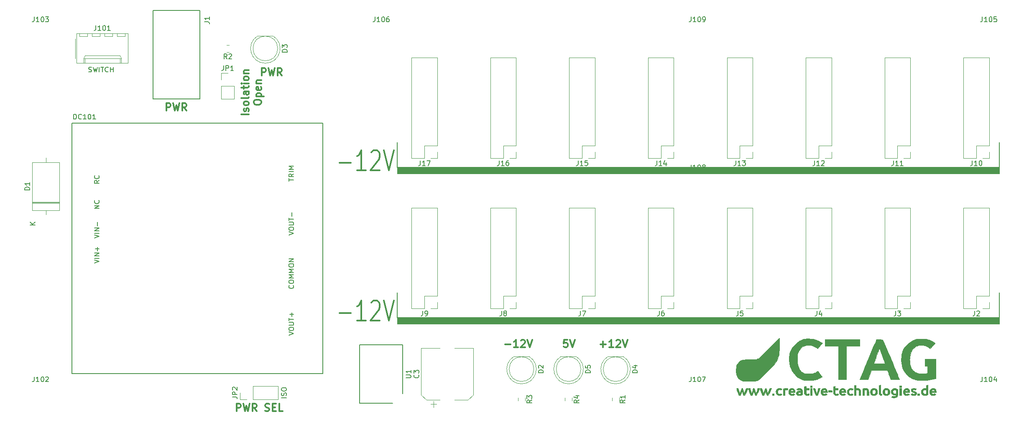
<source format=gto>
G04 #@! TF.GenerationSoftware,KiCad,Pcbnew,(5.1.0)-1*
G04 #@! TF.CreationDate,2019-04-03T08:25:17+02:00*
G04 #@! TF.ProjectId,psu-30w,7073752d-3330-4772-9e6b-696361645f70,rev?*
G04 #@! TF.SameCoordinates,Original*
G04 #@! TF.FileFunction,Legend,Top*
G04 #@! TF.FilePolarity,Positive*
%FSLAX46Y46*%
G04 Gerber Fmt 4.6, Leading zero omitted, Abs format (unit mm)*
G04 Created by KiCad (PCBNEW (5.1.0)-1) date 2019-04-03 08:25:17*
%MOMM*%
%LPD*%
G04 APERTURE LIST*
%ADD10C,0.150000*%
%ADD11C,0.100000*%
%ADD12C,0.300000*%
%ADD13C,0.010000*%
%ADD14C,0.120000*%
G04 APERTURE END LIST*
D10*
X104792380Y-125920000D02*
X103792380Y-125920000D01*
X104744761Y-125491428D02*
X104792380Y-125348571D01*
X104792380Y-125110476D01*
X104744761Y-125015238D01*
X104697142Y-124967619D01*
X104601904Y-124920000D01*
X104506666Y-124920000D01*
X104411428Y-124967619D01*
X104363809Y-125015238D01*
X104316190Y-125110476D01*
X104268571Y-125300952D01*
X104220952Y-125396190D01*
X104173333Y-125443809D01*
X104078095Y-125491428D01*
X103982857Y-125491428D01*
X103887619Y-125443809D01*
X103840000Y-125396190D01*
X103792380Y-125300952D01*
X103792380Y-125062857D01*
X103840000Y-124920000D01*
X103792380Y-124300952D02*
X103792380Y-124110476D01*
X103840000Y-124015238D01*
X103935238Y-123920000D01*
X104125714Y-123872380D01*
X104459047Y-123872380D01*
X104649523Y-123920000D01*
X104744761Y-124015238D01*
X104792380Y-124110476D01*
X104792380Y-124300952D01*
X104744761Y-124396190D01*
X104649523Y-124491428D01*
X104459047Y-124539047D01*
X104125714Y-124539047D01*
X103935238Y-124491428D01*
X103840000Y-124396190D01*
X103792380Y-124300952D01*
D11*
G36*
X249120000Y-110950000D02*
G01*
X127200000Y-110950000D01*
X127200000Y-109680000D01*
X249120000Y-109680000D01*
X249120000Y-110950000D01*
G37*
X249120000Y-110950000D02*
X127200000Y-110950000D01*
X127200000Y-109680000D01*
X249120000Y-109680000D01*
X249120000Y-110950000D01*
G36*
X249120000Y-80470000D02*
G01*
X127200000Y-80470000D01*
X127200000Y-79200000D01*
X249120000Y-79200000D01*
X249120000Y-80470000D01*
G37*
X249120000Y-80470000D02*
X127200000Y-80470000D01*
X127200000Y-79200000D01*
X249120000Y-79200000D01*
X249120000Y-80470000D01*
D12*
X115564285Y-108695714D02*
X117850000Y-108695714D01*
X120850000Y-110219523D02*
X119135714Y-110219523D01*
X119992857Y-110219523D02*
X119992857Y-106219523D01*
X119707142Y-106790952D01*
X119421428Y-107171904D01*
X119135714Y-107362380D01*
X121992857Y-106600476D02*
X122135714Y-106410000D01*
X122421428Y-106219523D01*
X123135714Y-106219523D01*
X123421428Y-106410000D01*
X123564285Y-106600476D01*
X123707142Y-106981428D01*
X123707142Y-107362380D01*
X123564285Y-107933809D01*
X121850000Y-110219523D01*
X123707142Y-110219523D01*
X124564285Y-106219523D02*
X125564285Y-110219523D01*
X126564285Y-106219523D01*
D10*
X249120000Y-109680000D02*
X249120000Y-104600000D01*
X127200000Y-109680000D02*
X249120000Y-109680000D01*
X127200000Y-104600000D02*
X127200000Y-109680000D01*
D12*
X115564285Y-78215714D02*
X117850000Y-78215714D01*
X120850000Y-79739523D02*
X119135714Y-79739523D01*
X119992857Y-79739523D02*
X119992857Y-75739523D01*
X119707142Y-76310952D01*
X119421428Y-76691904D01*
X119135714Y-76882380D01*
X121992857Y-76120476D02*
X122135714Y-75930000D01*
X122421428Y-75739523D01*
X123135714Y-75739523D01*
X123421428Y-75930000D01*
X123564285Y-76120476D01*
X123707142Y-76501428D01*
X123707142Y-76882380D01*
X123564285Y-77453809D01*
X121850000Y-79739523D01*
X123707142Y-79739523D01*
X124564285Y-75739523D02*
X125564285Y-79739523D01*
X126564285Y-75739523D01*
D10*
X249120000Y-79200000D02*
X249120000Y-74120000D01*
X127200000Y-79200000D02*
X249120000Y-79200000D01*
X127200000Y-74120000D02*
X127200000Y-79200000D01*
X64756000Y-59792761D02*
X64898857Y-59840380D01*
X65136952Y-59840380D01*
X65232190Y-59792761D01*
X65279809Y-59745142D01*
X65327428Y-59649904D01*
X65327428Y-59554666D01*
X65279809Y-59459428D01*
X65232190Y-59411809D01*
X65136952Y-59364190D01*
X64946476Y-59316571D01*
X64851238Y-59268952D01*
X64803619Y-59221333D01*
X64756000Y-59126095D01*
X64756000Y-59030857D01*
X64803619Y-58935619D01*
X64851238Y-58888000D01*
X64946476Y-58840380D01*
X65184571Y-58840380D01*
X65327428Y-58888000D01*
X65660761Y-58840380D02*
X65898857Y-59840380D01*
X66089333Y-59126095D01*
X66279809Y-59840380D01*
X66517904Y-58840380D01*
X66898857Y-59840380D02*
X66898857Y-58840380D01*
X67232190Y-58840380D02*
X67803619Y-58840380D01*
X67517904Y-59840380D02*
X67517904Y-58840380D01*
X68708380Y-59745142D02*
X68660761Y-59792761D01*
X68517904Y-59840380D01*
X68422666Y-59840380D01*
X68279809Y-59792761D01*
X68184571Y-59697523D01*
X68136952Y-59602285D01*
X68089333Y-59411809D01*
X68089333Y-59268952D01*
X68136952Y-59078476D01*
X68184571Y-58983238D01*
X68279809Y-58888000D01*
X68422666Y-58840380D01*
X68517904Y-58840380D01*
X68660761Y-58888000D01*
X68708380Y-58935619D01*
X69136952Y-59840380D02*
X69136952Y-58840380D01*
X69136952Y-59316571D02*
X69708380Y-59316571D01*
X69708380Y-59840380D02*
X69708380Y-58840380D01*
D12*
X94688571Y-128646571D02*
X94688571Y-127146571D01*
X95260000Y-127146571D01*
X95402857Y-127218000D01*
X95474285Y-127289428D01*
X95545714Y-127432285D01*
X95545714Y-127646571D01*
X95474285Y-127789428D01*
X95402857Y-127860857D01*
X95260000Y-127932285D01*
X94688571Y-127932285D01*
X96045714Y-127146571D02*
X96402857Y-128646571D01*
X96688571Y-127575142D01*
X96974285Y-128646571D01*
X97331428Y-127146571D01*
X98760000Y-128646571D02*
X98260000Y-127932285D01*
X97902857Y-128646571D02*
X97902857Y-127146571D01*
X98474285Y-127146571D01*
X98617142Y-127218000D01*
X98688571Y-127289428D01*
X98760000Y-127432285D01*
X98760000Y-127646571D01*
X98688571Y-127789428D01*
X98617142Y-127860857D01*
X98474285Y-127932285D01*
X97902857Y-127932285D01*
X100474285Y-128575142D02*
X100688571Y-128646571D01*
X101045714Y-128646571D01*
X101188571Y-128575142D01*
X101260000Y-128503714D01*
X101331428Y-128360857D01*
X101331428Y-128218000D01*
X101260000Y-128075142D01*
X101188571Y-128003714D01*
X101045714Y-127932285D01*
X100760000Y-127860857D01*
X100617142Y-127789428D01*
X100545714Y-127718000D01*
X100474285Y-127575142D01*
X100474285Y-127432285D01*
X100545714Y-127289428D01*
X100617142Y-127218000D01*
X100760000Y-127146571D01*
X101117142Y-127146571D01*
X101331428Y-127218000D01*
X101974285Y-127860857D02*
X102474285Y-127860857D01*
X102688571Y-128646571D02*
X101974285Y-128646571D01*
X101974285Y-127146571D01*
X102688571Y-127146571D01*
X104045714Y-128646571D02*
X103331428Y-128646571D01*
X103331428Y-127146571D01*
X99800000Y-60574571D02*
X99800000Y-59074571D01*
X100371428Y-59074571D01*
X100514285Y-59146000D01*
X100585714Y-59217428D01*
X100657142Y-59360285D01*
X100657142Y-59574571D01*
X100585714Y-59717428D01*
X100514285Y-59788857D01*
X100371428Y-59860285D01*
X99800000Y-59860285D01*
X101157142Y-59074571D02*
X101514285Y-60574571D01*
X101800000Y-59503142D01*
X102085714Y-60574571D01*
X102442857Y-59074571D01*
X103871428Y-60574571D02*
X103371428Y-59860285D01*
X103014285Y-60574571D02*
X103014285Y-59074571D01*
X103585714Y-59074571D01*
X103728571Y-59146000D01*
X103800000Y-59217428D01*
X103871428Y-59360285D01*
X103871428Y-59574571D01*
X103800000Y-59717428D01*
X103728571Y-59788857D01*
X103585714Y-59860285D01*
X103014285Y-59860285D01*
X80496000Y-67686571D02*
X80496000Y-66186571D01*
X81067428Y-66186571D01*
X81210285Y-66258000D01*
X81281714Y-66329428D01*
X81353142Y-66472285D01*
X81353142Y-66686571D01*
X81281714Y-66829428D01*
X81210285Y-66900857D01*
X81067428Y-66972285D01*
X80496000Y-66972285D01*
X81853142Y-66186571D02*
X82210285Y-67686571D01*
X82496000Y-66615142D01*
X82781714Y-67686571D01*
X83138857Y-66186571D01*
X84567428Y-67686571D02*
X84067428Y-66972285D01*
X83710285Y-67686571D02*
X83710285Y-66186571D01*
X84281714Y-66186571D01*
X84424571Y-66258000D01*
X84496000Y-66329428D01*
X84567428Y-66472285D01*
X84567428Y-66686571D01*
X84496000Y-66829428D01*
X84424571Y-66900857D01*
X84281714Y-66972285D01*
X83710285Y-66972285D01*
X97139571Y-68460000D02*
X95639571Y-68460000D01*
X97068142Y-67817142D02*
X97139571Y-67674285D01*
X97139571Y-67388571D01*
X97068142Y-67245714D01*
X96925285Y-67174285D01*
X96853857Y-67174285D01*
X96711000Y-67245714D01*
X96639571Y-67388571D01*
X96639571Y-67602857D01*
X96568142Y-67745714D01*
X96425285Y-67817142D01*
X96353857Y-67817142D01*
X96211000Y-67745714D01*
X96139571Y-67602857D01*
X96139571Y-67388571D01*
X96211000Y-67245714D01*
X97139571Y-66317142D02*
X97068142Y-66460000D01*
X96996714Y-66531428D01*
X96853857Y-66602857D01*
X96425285Y-66602857D01*
X96282428Y-66531428D01*
X96211000Y-66460000D01*
X96139571Y-66317142D01*
X96139571Y-66102857D01*
X96211000Y-65960000D01*
X96282428Y-65888571D01*
X96425285Y-65817142D01*
X96853857Y-65817142D01*
X96996714Y-65888571D01*
X97068142Y-65960000D01*
X97139571Y-66102857D01*
X97139571Y-66317142D01*
X97139571Y-64960000D02*
X97068142Y-65102857D01*
X96925285Y-65174285D01*
X95639571Y-65174285D01*
X97139571Y-63745714D02*
X96353857Y-63745714D01*
X96211000Y-63817142D01*
X96139571Y-63960000D01*
X96139571Y-64245714D01*
X96211000Y-64388571D01*
X97068142Y-63745714D02*
X97139571Y-63888571D01*
X97139571Y-64245714D01*
X97068142Y-64388571D01*
X96925285Y-64460000D01*
X96782428Y-64460000D01*
X96639571Y-64388571D01*
X96568142Y-64245714D01*
X96568142Y-63888571D01*
X96496714Y-63745714D01*
X96139571Y-63245714D02*
X96139571Y-62674285D01*
X95639571Y-63031428D02*
X96925285Y-63031428D01*
X97068142Y-62960000D01*
X97139571Y-62817142D01*
X97139571Y-62674285D01*
X97139571Y-62174285D02*
X96139571Y-62174285D01*
X95639571Y-62174285D02*
X95711000Y-62245714D01*
X95782428Y-62174285D01*
X95711000Y-62102857D01*
X95639571Y-62174285D01*
X95782428Y-62174285D01*
X97139571Y-61245714D02*
X97068142Y-61388571D01*
X96996714Y-61460000D01*
X96853857Y-61531428D01*
X96425285Y-61531428D01*
X96282428Y-61460000D01*
X96211000Y-61388571D01*
X96139571Y-61245714D01*
X96139571Y-61031428D01*
X96211000Y-60888571D01*
X96282428Y-60817142D01*
X96425285Y-60745714D01*
X96853857Y-60745714D01*
X96996714Y-60817142D01*
X97068142Y-60888571D01*
X97139571Y-61031428D01*
X97139571Y-61245714D01*
X96139571Y-60102857D02*
X97139571Y-60102857D01*
X96282428Y-60102857D02*
X96211000Y-60031428D01*
X96139571Y-59888571D01*
X96139571Y-59674285D01*
X96211000Y-59531428D01*
X96353857Y-59460000D01*
X97139571Y-59460000D01*
X98189571Y-66102857D02*
X98189571Y-65817142D01*
X98261000Y-65674285D01*
X98403857Y-65531428D01*
X98689571Y-65460000D01*
X99189571Y-65460000D01*
X99475285Y-65531428D01*
X99618142Y-65674285D01*
X99689571Y-65817142D01*
X99689571Y-66102857D01*
X99618142Y-66245714D01*
X99475285Y-66388571D01*
X99189571Y-66460000D01*
X98689571Y-66460000D01*
X98403857Y-66388571D01*
X98261000Y-66245714D01*
X98189571Y-66102857D01*
X98689571Y-64817142D02*
X100189571Y-64817142D01*
X98761000Y-64817142D02*
X98689571Y-64674285D01*
X98689571Y-64388571D01*
X98761000Y-64245714D01*
X98832428Y-64174285D01*
X98975285Y-64102857D01*
X99403857Y-64102857D01*
X99546714Y-64174285D01*
X99618142Y-64245714D01*
X99689571Y-64388571D01*
X99689571Y-64674285D01*
X99618142Y-64817142D01*
X99618142Y-62888571D02*
X99689571Y-63031428D01*
X99689571Y-63317142D01*
X99618142Y-63460000D01*
X99475285Y-63531428D01*
X98903857Y-63531428D01*
X98761000Y-63460000D01*
X98689571Y-63317142D01*
X98689571Y-63031428D01*
X98761000Y-62888571D01*
X98903857Y-62817142D01*
X99046714Y-62817142D01*
X99189571Y-63531428D01*
X98689571Y-62174285D02*
X99689571Y-62174285D01*
X98832428Y-62174285D02*
X98761000Y-62102857D01*
X98689571Y-61960000D01*
X98689571Y-61745714D01*
X98761000Y-61602857D01*
X98903857Y-61531428D01*
X99689571Y-61531428D01*
X168357142Y-115107142D02*
X169500000Y-115107142D01*
X168928571Y-115678571D02*
X168928571Y-114535714D01*
X171000000Y-115678571D02*
X170142857Y-115678571D01*
X170571428Y-115678571D02*
X170571428Y-114178571D01*
X170428571Y-114392857D01*
X170285714Y-114535714D01*
X170142857Y-114607142D01*
X171571428Y-114321428D02*
X171642857Y-114250000D01*
X171785714Y-114178571D01*
X172142857Y-114178571D01*
X172285714Y-114250000D01*
X172357142Y-114321428D01*
X172428571Y-114464285D01*
X172428571Y-114607142D01*
X172357142Y-114821428D01*
X171500000Y-115678571D01*
X172428571Y-115678571D01*
X172857142Y-114178571D02*
X173357142Y-115678571D01*
X173857142Y-114178571D01*
X161714285Y-114178571D02*
X161000000Y-114178571D01*
X160928571Y-114892857D01*
X161000000Y-114821428D01*
X161142857Y-114750000D01*
X161500000Y-114750000D01*
X161642857Y-114821428D01*
X161714285Y-114892857D01*
X161785714Y-115035714D01*
X161785714Y-115392857D01*
X161714285Y-115535714D01*
X161642857Y-115607142D01*
X161500000Y-115678571D01*
X161142857Y-115678571D01*
X161000000Y-115607142D01*
X160928571Y-115535714D01*
X162214285Y-114178571D02*
X162714285Y-115678571D01*
X163214285Y-114178571D01*
X149052142Y-115107142D02*
X150195000Y-115107142D01*
X151695000Y-115678571D02*
X150837857Y-115678571D01*
X151266428Y-115678571D02*
X151266428Y-114178571D01*
X151123571Y-114392857D01*
X150980714Y-114535714D01*
X150837857Y-114607142D01*
X152266428Y-114321428D02*
X152337857Y-114250000D01*
X152480714Y-114178571D01*
X152837857Y-114178571D01*
X152980714Y-114250000D01*
X153052142Y-114321428D01*
X153123571Y-114464285D01*
X153123571Y-114607142D01*
X153052142Y-114821428D01*
X152195000Y-115678571D01*
X153123571Y-115678571D01*
X153552142Y-114178571D02*
X154052142Y-115678571D01*
X154552142Y-114178571D01*
D13*
G36*
X228117021Y-124004383D02*
G01*
X228229815Y-124022403D01*
X228324532Y-124057240D01*
X228412820Y-124112824D01*
X228481708Y-124170387D01*
X228570985Y-124251043D01*
X228561764Y-124844813D01*
X228558092Y-125027161D01*
X228553185Y-125187138D01*
X228547259Y-125320398D01*
X228540531Y-125422597D01*
X228533215Y-125489388D01*
X228528682Y-125510515D01*
X228464039Y-125640447D01*
X228365156Y-125746790D01*
X228234234Y-125827495D01*
X228154416Y-125858587D01*
X228057401Y-125881043D01*
X227933181Y-125896657D01*
X227796469Y-125904510D01*
X227661977Y-125903682D01*
X227561750Y-125895639D01*
X227479100Y-125880486D01*
X227402494Y-125858762D01*
X227365289Y-125843378D01*
X227295828Y-125807221D01*
X227350151Y-125718152D01*
X227385851Y-125659517D01*
X227414151Y-125612856D01*
X227422236Y-125599441D01*
X227440936Y-125582739D01*
X227475683Y-125581315D01*
X227536704Y-125594149D01*
X227636432Y-125611360D01*
X227749266Y-125618545D01*
X227861821Y-125616045D01*
X227960712Y-125604200D01*
X228032554Y-125583351D01*
X228036495Y-125581426D01*
X228125629Y-125513658D01*
X228183004Y-125420085D01*
X228195604Y-125378260D01*
X228209201Y-125317937D01*
X228097142Y-125335927D01*
X227901911Y-125351530D01*
X227728087Y-125331806D01*
X227578513Y-125279053D01*
X227443331Y-125194529D01*
X227343008Y-125089560D01*
X227276243Y-124961693D01*
X227241735Y-124808473D01*
X227239477Y-124711596D01*
X227593500Y-124711596D01*
X227610019Y-124802132D01*
X227653340Y-124897393D01*
X227714100Y-124980089D01*
X227760671Y-125020371D01*
X227844400Y-125055127D01*
X227948721Y-125068563D01*
X228057225Y-125059925D01*
X228133929Y-125037497D01*
X228207333Y-125006827D01*
X228207333Y-124682755D01*
X228207016Y-124552031D01*
X228204275Y-124457258D01*
X228196425Y-124392055D01*
X228180779Y-124350042D01*
X228154652Y-124324838D01*
X228115358Y-124310062D01*
X228060211Y-124299333D01*
X228044861Y-124296743D01*
X227920526Y-124294942D01*
X227809174Y-124330081D01*
X227715859Y-124397515D01*
X227645634Y-124492600D01*
X227603553Y-124610692D01*
X227593500Y-124711596D01*
X227239477Y-124711596D01*
X227237713Y-124635922D01*
X227263320Y-124466510D01*
X227321969Y-124322639D01*
X227415211Y-124202038D01*
X227544596Y-124102438D01*
X227634867Y-124054307D01*
X227694702Y-124028637D01*
X227750255Y-124012362D01*
X227814214Y-124003425D01*
X227899264Y-123999769D01*
X227974500Y-123999250D01*
X228117021Y-124004383D01*
X228117021Y-124004383D01*
G37*
X228117021Y-124004383D02*
X228229815Y-124022403D01*
X228324532Y-124057240D01*
X228412820Y-124112824D01*
X228481708Y-124170387D01*
X228570985Y-124251043D01*
X228561764Y-124844813D01*
X228558092Y-125027161D01*
X228553185Y-125187138D01*
X228547259Y-125320398D01*
X228540531Y-125422597D01*
X228533215Y-125489388D01*
X228528682Y-125510515D01*
X228464039Y-125640447D01*
X228365156Y-125746790D01*
X228234234Y-125827495D01*
X228154416Y-125858587D01*
X228057401Y-125881043D01*
X227933181Y-125896657D01*
X227796469Y-125904510D01*
X227661977Y-125903682D01*
X227561750Y-125895639D01*
X227479100Y-125880486D01*
X227402494Y-125858762D01*
X227365289Y-125843378D01*
X227295828Y-125807221D01*
X227350151Y-125718152D01*
X227385851Y-125659517D01*
X227414151Y-125612856D01*
X227422236Y-125599441D01*
X227440936Y-125582739D01*
X227475683Y-125581315D01*
X227536704Y-125594149D01*
X227636432Y-125611360D01*
X227749266Y-125618545D01*
X227861821Y-125616045D01*
X227960712Y-125604200D01*
X228032554Y-125583351D01*
X228036495Y-125581426D01*
X228125629Y-125513658D01*
X228183004Y-125420085D01*
X228195604Y-125378260D01*
X228209201Y-125317937D01*
X228097142Y-125335927D01*
X227901911Y-125351530D01*
X227728087Y-125331806D01*
X227578513Y-125279053D01*
X227443331Y-125194529D01*
X227343008Y-125089560D01*
X227276243Y-124961693D01*
X227241735Y-124808473D01*
X227239477Y-124711596D01*
X227593500Y-124711596D01*
X227610019Y-124802132D01*
X227653340Y-124897393D01*
X227714100Y-124980089D01*
X227760671Y-125020371D01*
X227844400Y-125055127D01*
X227948721Y-125068563D01*
X228057225Y-125059925D01*
X228133929Y-125037497D01*
X228207333Y-125006827D01*
X228207333Y-124682755D01*
X228207016Y-124552031D01*
X228204275Y-124457258D01*
X228196425Y-124392055D01*
X228180779Y-124350042D01*
X228154652Y-124324838D01*
X228115358Y-124310062D01*
X228060211Y-124299333D01*
X228044861Y-124296743D01*
X227920526Y-124294942D01*
X227809174Y-124330081D01*
X227715859Y-124397515D01*
X227645634Y-124492600D01*
X227603553Y-124610692D01*
X227593500Y-124711596D01*
X227239477Y-124711596D01*
X227237713Y-124635922D01*
X227263320Y-124466510D01*
X227321969Y-124322639D01*
X227415211Y-124202038D01*
X227544596Y-124102438D01*
X227634867Y-124054307D01*
X227694702Y-124028637D01*
X227750255Y-124012362D01*
X227814214Y-124003425D01*
X227899264Y-123999769D01*
X227974500Y-123999250D01*
X228117021Y-124004383D01*
G36*
X203548166Y-125449167D02*
G01*
X203146000Y-125449167D01*
X203146000Y-125068167D01*
X203548166Y-125068167D01*
X203548166Y-125449167D01*
X203548166Y-125449167D01*
G37*
X203548166Y-125449167D02*
X203146000Y-125449167D01*
X203146000Y-125068167D01*
X203548166Y-125068167D01*
X203548166Y-125449167D01*
G36*
X232991000Y-125449167D02*
G01*
X232588833Y-125449167D01*
X232588833Y-125068167D01*
X232991000Y-125068167D01*
X232991000Y-125449167D01*
X232991000Y-125449167D01*
G37*
X232991000Y-125449167D02*
X232588833Y-125449167D01*
X232588833Y-125068167D01*
X232991000Y-125068167D01*
X232991000Y-125449167D01*
G36*
X204728387Y-123982857D02*
G01*
X204804630Y-123992571D01*
X204874085Y-124012834D01*
X204939567Y-124040243D01*
X205030111Y-124083531D01*
X205083680Y-124117860D01*
X205102904Y-124149231D01*
X205090411Y-124183641D01*
X205048831Y-124227090D01*
X205029089Y-124244508D01*
X204958340Y-124302144D01*
X204906371Y-124332101D01*
X204862598Y-124337191D01*
X204816435Y-124320226D01*
X204793585Y-124307076D01*
X204690804Y-124267636D01*
X204580457Y-124264472D01*
X204472524Y-124295333D01*
X204376985Y-124357970D01*
X204328188Y-124412000D01*
X204289920Y-124492164D01*
X204267090Y-124598350D01*
X204259860Y-124717099D01*
X204268392Y-124834953D01*
X204292849Y-124938452D01*
X204321133Y-124997640D01*
X204388347Y-125066237D01*
X204483611Y-125118184D01*
X204580251Y-125144182D01*
X204645809Y-125148371D01*
X204705726Y-125135639D01*
X204778586Y-125102507D01*
X204885373Y-125047104D01*
X205010520Y-125145424D01*
X205070386Y-125193028D01*
X205114650Y-125229311D01*
X205135135Y-125247547D01*
X205135666Y-125248393D01*
X205118208Y-125266283D01*
X205073286Y-125295330D01*
X205012075Y-125329404D01*
X204945753Y-125362372D01*
X204885497Y-125388103D01*
X204872604Y-125392716D01*
X204770892Y-125415112D01*
X204647065Y-125424799D01*
X204519536Y-125421289D01*
X204410379Y-125404970D01*
X204261824Y-125349305D01*
X204128580Y-125255214D01*
X204084926Y-125212789D01*
X204010426Y-125126136D01*
X203960509Y-125042454D01*
X203926888Y-124945086D01*
X203908196Y-124857585D01*
X203895004Y-124677581D01*
X203920383Y-124507589D01*
X203981975Y-124352294D01*
X204077419Y-124216382D01*
X204204356Y-124104539D01*
X204320750Y-124038376D01*
X204395302Y-124007584D01*
X204463089Y-123989825D01*
X204541346Y-123981837D01*
X204627666Y-123980292D01*
X204728387Y-123982857D01*
X204728387Y-123982857D01*
G37*
X204728387Y-123982857D02*
X204804630Y-123992571D01*
X204874085Y-124012834D01*
X204939567Y-124040243D01*
X205030111Y-124083531D01*
X205083680Y-124117860D01*
X205102904Y-124149231D01*
X205090411Y-124183641D01*
X205048831Y-124227090D01*
X205029089Y-124244508D01*
X204958340Y-124302144D01*
X204906371Y-124332101D01*
X204862598Y-124337191D01*
X204816435Y-124320226D01*
X204793585Y-124307076D01*
X204690804Y-124267636D01*
X204580457Y-124264472D01*
X204472524Y-124295333D01*
X204376985Y-124357970D01*
X204328188Y-124412000D01*
X204289920Y-124492164D01*
X204267090Y-124598350D01*
X204259860Y-124717099D01*
X204268392Y-124834953D01*
X204292849Y-124938452D01*
X204321133Y-124997640D01*
X204388347Y-125066237D01*
X204483611Y-125118184D01*
X204580251Y-125144182D01*
X204645809Y-125148371D01*
X204705726Y-125135639D01*
X204778586Y-125102507D01*
X204885373Y-125047104D01*
X205010520Y-125145424D01*
X205070386Y-125193028D01*
X205114650Y-125229311D01*
X205135135Y-125247547D01*
X205135666Y-125248393D01*
X205118208Y-125266283D01*
X205073286Y-125295330D01*
X205012075Y-125329404D01*
X204945753Y-125362372D01*
X204885497Y-125388103D01*
X204872604Y-125392716D01*
X204770892Y-125415112D01*
X204647065Y-125424799D01*
X204519536Y-125421289D01*
X204410379Y-125404970D01*
X204261824Y-125349305D01*
X204128580Y-125255214D01*
X204084926Y-125212789D01*
X204010426Y-125126136D01*
X203960509Y-125042454D01*
X203926888Y-124945086D01*
X203908196Y-124857585D01*
X203895004Y-124677581D01*
X203920383Y-124507589D01*
X203981975Y-124352294D01*
X204077419Y-124216382D01*
X204204356Y-124104539D01*
X204320750Y-124038376D01*
X204395302Y-124007584D01*
X204463089Y-123989825D01*
X204541346Y-123981837D01*
X204627666Y-123980292D01*
X204728387Y-123982857D01*
G36*
X207348891Y-124012686D02*
G01*
X207373155Y-124020974D01*
X207504134Y-124092943D01*
X207613209Y-124198016D01*
X207697282Y-124331370D01*
X207753254Y-124488181D01*
X207777331Y-124650125D01*
X207786939Y-124814167D01*
X207307969Y-124814167D01*
X207153834Y-124814290D01*
X207036899Y-124814967D01*
X206952030Y-124816662D01*
X206894094Y-124819837D01*
X206857956Y-124824955D01*
X206838484Y-124832479D01*
X206830543Y-124842871D01*
X206829001Y-124856594D01*
X206829000Y-124857343D01*
X206838389Y-124902442D01*
X206861926Y-124963747D01*
X206872580Y-124985945D01*
X206922752Y-125056017D01*
X206992778Y-125101587D01*
X207089488Y-125125719D01*
X207197112Y-125131667D01*
X207278215Y-125128956D01*
X207332785Y-125117986D01*
X207376432Y-125094499D01*
X207399269Y-125076538D01*
X207464786Y-125021409D01*
X207533184Y-125075170D01*
X207596121Y-125125266D01*
X207657986Y-125175422D01*
X207663091Y-125179621D01*
X207724600Y-125230311D01*
X207651369Y-125286168D01*
X207561333Y-125345542D01*
X207468031Y-125384993D01*
X207359033Y-125408280D01*
X207221909Y-125419159D01*
X207210000Y-125419584D01*
X207114112Y-125420799D01*
X207027431Y-125418386D01*
X206963420Y-125412861D01*
X206945416Y-125409449D01*
X206806439Y-125352702D01*
X206681091Y-125263660D01*
X206578261Y-125150509D01*
X206506840Y-125021432D01*
X206498191Y-124997693D01*
X206469995Y-124867555D01*
X206462243Y-124718813D01*
X206473605Y-124581334D01*
X206826147Y-124581334D01*
X207443639Y-124581334D01*
X207430277Y-124523125D01*
X207388611Y-124416551D01*
X207323478Y-124337485D01*
X207242203Y-124287645D01*
X207152110Y-124268746D01*
X207060523Y-124282505D01*
X206974766Y-124330638D01*
X206910867Y-124401417D01*
X206873300Y-124462502D01*
X206845827Y-124517276D01*
X206839821Y-124533709D01*
X206826147Y-124581334D01*
X206473605Y-124581334D01*
X206474565Y-124569725D01*
X206506590Y-124438547D01*
X206509733Y-124430053D01*
X206579936Y-124295750D01*
X206678889Y-124175588D01*
X206796021Y-124081577D01*
X206836972Y-124058283D01*
X206954899Y-124015122D01*
X207090326Y-123992384D01*
X207227057Y-123991196D01*
X207348891Y-124012686D01*
X207348891Y-124012686D01*
G37*
X207348891Y-124012686D02*
X207373155Y-124020974D01*
X207504134Y-124092943D01*
X207613209Y-124198016D01*
X207697282Y-124331370D01*
X207753254Y-124488181D01*
X207777331Y-124650125D01*
X207786939Y-124814167D01*
X207307969Y-124814167D01*
X207153834Y-124814290D01*
X207036899Y-124814967D01*
X206952030Y-124816662D01*
X206894094Y-124819837D01*
X206857956Y-124824955D01*
X206838484Y-124832479D01*
X206830543Y-124842871D01*
X206829001Y-124856594D01*
X206829000Y-124857343D01*
X206838389Y-124902442D01*
X206861926Y-124963747D01*
X206872580Y-124985945D01*
X206922752Y-125056017D01*
X206992778Y-125101587D01*
X207089488Y-125125719D01*
X207197112Y-125131667D01*
X207278215Y-125128956D01*
X207332785Y-125117986D01*
X207376432Y-125094499D01*
X207399269Y-125076538D01*
X207464786Y-125021409D01*
X207533184Y-125075170D01*
X207596121Y-125125266D01*
X207657986Y-125175422D01*
X207663091Y-125179621D01*
X207724600Y-125230311D01*
X207651369Y-125286168D01*
X207561333Y-125345542D01*
X207468031Y-125384993D01*
X207359033Y-125408280D01*
X207221909Y-125419159D01*
X207210000Y-125419584D01*
X207114112Y-125420799D01*
X207027431Y-125418386D01*
X206963420Y-125412861D01*
X206945416Y-125409449D01*
X206806439Y-125352702D01*
X206681091Y-125263660D01*
X206578261Y-125150509D01*
X206506840Y-125021432D01*
X206498191Y-124997693D01*
X206469995Y-124867555D01*
X206462243Y-124718813D01*
X206473605Y-124581334D01*
X206826147Y-124581334D01*
X207443639Y-124581334D01*
X207430277Y-124523125D01*
X207388611Y-124416551D01*
X207323478Y-124337485D01*
X207242203Y-124287645D01*
X207152110Y-124268746D01*
X207060523Y-124282505D01*
X206974766Y-124330638D01*
X206910867Y-124401417D01*
X206873300Y-124462502D01*
X206845827Y-124517276D01*
X206839821Y-124533709D01*
X206826147Y-124581334D01*
X206473605Y-124581334D01*
X206474565Y-124569725D01*
X206506590Y-124438547D01*
X206509733Y-124430053D01*
X206579936Y-124295750D01*
X206678889Y-124175588D01*
X206796021Y-124081577D01*
X206836972Y-124058283D01*
X206954899Y-124015122D01*
X207090326Y-123992384D01*
X207227057Y-123991196D01*
X207348891Y-124012686D01*
G36*
X208804056Y-123995257D02*
G01*
X208946838Y-124028307D01*
X209060216Y-124085783D01*
X209147894Y-124169443D01*
X209202791Y-124257966D01*
X209219471Y-124294202D01*
X209232109Y-124330437D01*
X209241388Y-124373287D01*
X209247995Y-124429372D01*
X209252613Y-124505308D01*
X209255929Y-124607715D01*
X209258626Y-124743210D01*
X209259677Y-124807605D01*
X209266771Y-125256127D01*
X209162916Y-125308754D01*
X208974383Y-125381701D01*
X208768716Y-125420102D01*
X208635694Y-125425545D01*
X208550538Y-125423187D01*
X208477771Y-125419205D01*
X208431237Y-125414392D01*
X208427083Y-125413582D01*
X208308362Y-125378862D01*
X208217200Y-125331962D01*
X208170186Y-125295617D01*
X208092345Y-125212094D01*
X208047187Y-125121479D01*
X208028954Y-125010570D01*
X208027960Y-124972917D01*
X208395333Y-124972917D01*
X208412258Y-125050425D01*
X208462728Y-125102158D01*
X208518521Y-125122903D01*
X208568421Y-125135101D01*
X208596416Y-125143617D01*
X208630815Y-125146711D01*
X208691147Y-125144361D01*
X208761576Y-125138003D01*
X208826263Y-125129071D01*
X208869372Y-125119001D01*
X208869782Y-125118846D01*
X208889811Y-125091132D01*
X208901978Y-125035486D01*
X208906278Y-124965572D01*
X208902709Y-124895049D01*
X208891268Y-124837581D01*
X208871952Y-124806829D01*
X208869852Y-124805848D01*
X208816538Y-124796077D01*
X208737907Y-124793486D01*
X208650279Y-124797620D01*
X208569975Y-124808023D01*
X208538922Y-124815083D01*
X208456911Y-124848744D01*
X208410884Y-124897154D01*
X208395413Y-124966280D01*
X208395333Y-124972917D01*
X208027960Y-124972917D01*
X208027866Y-124969372D01*
X208031726Y-124884251D01*
X208047312Y-124821051D01*
X208079916Y-124759853D01*
X208085990Y-124750536D01*
X208162664Y-124669896D01*
X208272060Y-124604142D01*
X208406387Y-124555882D01*
X208557855Y-124527721D01*
X208718671Y-124522268D01*
X208760458Y-124524843D01*
X208836015Y-124530310D01*
X208878752Y-124529448D01*
X208898013Y-124519705D01*
X208903144Y-124498532D01*
X208903333Y-124485848D01*
X208885851Y-124399394D01*
X208838575Y-124329569D01*
X208802426Y-124303201D01*
X208724696Y-124279502D01*
X208626163Y-124273587D01*
X208523994Y-124284523D01*
X208435359Y-124311380D01*
X208410588Y-124324446D01*
X208330694Y-124373823D01*
X208262472Y-124320196D01*
X208199237Y-124269857D01*
X208136815Y-124219248D01*
X208131980Y-124215273D01*
X208069711Y-124163976D01*
X208153147Y-124108894D01*
X208259056Y-124048892D01*
X208367543Y-124010511D01*
X208491741Y-123990322D01*
X208628166Y-123984872D01*
X208804056Y-123995257D01*
X208804056Y-123995257D01*
G37*
X208804056Y-123995257D02*
X208946838Y-124028307D01*
X209060216Y-124085783D01*
X209147894Y-124169443D01*
X209202791Y-124257966D01*
X209219471Y-124294202D01*
X209232109Y-124330437D01*
X209241388Y-124373287D01*
X209247995Y-124429372D01*
X209252613Y-124505308D01*
X209255929Y-124607715D01*
X209258626Y-124743210D01*
X209259677Y-124807605D01*
X209266771Y-125256127D01*
X209162916Y-125308754D01*
X208974383Y-125381701D01*
X208768716Y-125420102D01*
X208635694Y-125425545D01*
X208550538Y-125423187D01*
X208477771Y-125419205D01*
X208431237Y-125414392D01*
X208427083Y-125413582D01*
X208308362Y-125378862D01*
X208217200Y-125331962D01*
X208170186Y-125295617D01*
X208092345Y-125212094D01*
X208047187Y-125121479D01*
X208028954Y-125010570D01*
X208027960Y-124972917D01*
X208395333Y-124972917D01*
X208412258Y-125050425D01*
X208462728Y-125102158D01*
X208518521Y-125122903D01*
X208568421Y-125135101D01*
X208596416Y-125143617D01*
X208630815Y-125146711D01*
X208691147Y-125144361D01*
X208761576Y-125138003D01*
X208826263Y-125129071D01*
X208869372Y-125119001D01*
X208869782Y-125118846D01*
X208889811Y-125091132D01*
X208901978Y-125035486D01*
X208906278Y-124965572D01*
X208902709Y-124895049D01*
X208891268Y-124837581D01*
X208871952Y-124806829D01*
X208869852Y-124805848D01*
X208816538Y-124796077D01*
X208737907Y-124793486D01*
X208650279Y-124797620D01*
X208569975Y-124808023D01*
X208538922Y-124815083D01*
X208456911Y-124848744D01*
X208410884Y-124897154D01*
X208395413Y-124966280D01*
X208395333Y-124972917D01*
X208027960Y-124972917D01*
X208027866Y-124969372D01*
X208031726Y-124884251D01*
X208047312Y-124821051D01*
X208079916Y-124759853D01*
X208085990Y-124750536D01*
X208162664Y-124669896D01*
X208272060Y-124604142D01*
X208406387Y-124555882D01*
X208557855Y-124527721D01*
X208718671Y-124522268D01*
X208760458Y-124524843D01*
X208836015Y-124530310D01*
X208878752Y-124529448D01*
X208898013Y-124519705D01*
X208903144Y-124498532D01*
X208903333Y-124485848D01*
X208885851Y-124399394D01*
X208838575Y-124329569D01*
X208802426Y-124303201D01*
X208724696Y-124279502D01*
X208626163Y-124273587D01*
X208523994Y-124284523D01*
X208435359Y-124311380D01*
X208410588Y-124324446D01*
X208330694Y-124373823D01*
X208262472Y-124320196D01*
X208199237Y-124269857D01*
X208136815Y-124219248D01*
X208131980Y-124215273D01*
X208069711Y-124163976D01*
X208153147Y-124108894D01*
X208259056Y-124048892D01*
X208367543Y-124010511D01*
X208491741Y-123990322D01*
X208628166Y-123984872D01*
X208804056Y-123995257D01*
G36*
X209994206Y-123584600D02*
G01*
X210000401Y-123618173D01*
X210003260Y-123679459D01*
X210003996Y-123775445D01*
X210004000Y-123786157D01*
X210004000Y-124009834D01*
X210596666Y-124009834D01*
X210596666Y-124285000D01*
X210004000Y-124285000D01*
X210004000Y-124629540D01*
X210004834Y-124771253D01*
X210008522Y-124877209D01*
X210016838Y-124953973D01*
X210031557Y-125008108D01*
X210054454Y-125046177D01*
X210087304Y-125074744D01*
X210131233Y-125100038D01*
X210201789Y-125124734D01*
X210285357Y-125129196D01*
X210391679Y-125113383D01*
X210453077Y-125098731D01*
X210520308Y-125082508D01*
X210568719Y-125073086D01*
X210586479Y-125072272D01*
X210594698Y-125094552D01*
X210609771Y-125146031D01*
X210625650Y-125205009D01*
X210642218Y-125272333D01*
X210645419Y-125316575D01*
X210629033Y-125345137D01*
X210586838Y-125365424D01*
X210512613Y-125384841D01*
X210465488Y-125395637D01*
X210268112Y-125422772D01*
X210076217Y-125414779D01*
X210064596Y-125413070D01*
X209978667Y-125384599D01*
X209884811Y-125329548D01*
X209796713Y-125257736D01*
X209728061Y-125178983D01*
X209719010Y-125165127D01*
X209654750Y-125061005D01*
X209648420Y-124346829D01*
X209642091Y-123632653D01*
X209701337Y-123620884D01*
X209762719Y-123609634D01*
X209835445Y-123597498D01*
X209845250Y-123595959D01*
X209909302Y-123584940D01*
X209959959Y-123574433D01*
X209966958Y-123572642D01*
X209983462Y-123571753D01*
X209994206Y-123584600D01*
X209994206Y-123584600D01*
G37*
X209994206Y-123584600D02*
X210000401Y-123618173D01*
X210003260Y-123679459D01*
X210003996Y-123775445D01*
X210004000Y-123786157D01*
X210004000Y-124009834D01*
X210596666Y-124009834D01*
X210596666Y-124285000D01*
X210004000Y-124285000D01*
X210004000Y-124629540D01*
X210004834Y-124771253D01*
X210008522Y-124877209D01*
X210016838Y-124953973D01*
X210031557Y-125008108D01*
X210054454Y-125046177D01*
X210087304Y-125074744D01*
X210131233Y-125100038D01*
X210201789Y-125124734D01*
X210285357Y-125129196D01*
X210391679Y-125113383D01*
X210453077Y-125098731D01*
X210520308Y-125082508D01*
X210568719Y-125073086D01*
X210586479Y-125072272D01*
X210594698Y-125094552D01*
X210609771Y-125146031D01*
X210625650Y-125205009D01*
X210642218Y-125272333D01*
X210645419Y-125316575D01*
X210629033Y-125345137D01*
X210586838Y-125365424D01*
X210512613Y-125384841D01*
X210465488Y-125395637D01*
X210268112Y-125422772D01*
X210076217Y-125414779D01*
X210064596Y-125413070D01*
X209978667Y-125384599D01*
X209884811Y-125329548D01*
X209796713Y-125257736D01*
X209728061Y-125178983D01*
X209719010Y-125165127D01*
X209654750Y-125061005D01*
X209648420Y-124346829D01*
X209642091Y-123632653D01*
X209701337Y-123620884D01*
X209762719Y-123609634D01*
X209835445Y-123597498D01*
X209845250Y-123595959D01*
X209909302Y-123584940D01*
X209959959Y-123574433D01*
X209966958Y-123572642D01*
X209983462Y-123571753D01*
X209994206Y-123584600D01*
G36*
X213845055Y-124006562D02*
G01*
X213981710Y-124056274D01*
X214095333Y-124140417D01*
X214188787Y-124260674D01*
X214211504Y-124300623D01*
X214259311Y-124414733D01*
X214296549Y-124550435D01*
X214318282Y-124687366D01*
X214321840Y-124755959D01*
X214322000Y-124814167D01*
X213347526Y-124814167D01*
X213361096Y-124872375D01*
X213401647Y-124985451D01*
X213464596Y-125064442D01*
X213553525Y-125112070D01*
X213672018Y-125131061D01*
X213702105Y-125131667D01*
X213809844Y-125125469D01*
X213886990Y-125104616D01*
X213943756Y-125065723D01*
X213962166Y-125045439D01*
X213979815Y-125027986D01*
X213999354Y-125025586D01*
X214028675Y-125042039D01*
X214075668Y-125081142D01*
X214120916Y-125121855D01*
X214183076Y-125179152D01*
X214217894Y-125215706D01*
X214229595Y-125238986D01*
X214222404Y-125256457D01*
X214205583Y-125271517D01*
X214163212Y-125299316D01*
X214098610Y-125334818D01*
X214048050Y-125359745D01*
X213935764Y-125397109D01*
X213800232Y-125419361D01*
X213657243Y-125425703D01*
X213522584Y-125415340D01*
X213422253Y-125391320D01*
X213274013Y-125317666D01*
X213155487Y-125214824D01*
X213067977Y-125084991D01*
X213012786Y-124930364D01*
X212991218Y-124753139D01*
X212992783Y-124667380D01*
X213010202Y-124559487D01*
X213369500Y-124559487D01*
X213390234Y-124568992D01*
X213450849Y-124575915D01*
X213548956Y-124580083D01*
X213668479Y-124581334D01*
X213967458Y-124581334D01*
X213953984Y-124512542D01*
X213917269Y-124418353D01*
X213852811Y-124341771D01*
X213770002Y-124289819D01*
X213678231Y-124269520D01*
X213633785Y-124273076D01*
X213553834Y-124304599D01*
X213477664Y-124362449D01*
X213415336Y-124435726D01*
X213376909Y-124513527D01*
X213369500Y-124559487D01*
X213010202Y-124559487D01*
X213021360Y-124490378D01*
X213083237Y-124334861D01*
X213175048Y-124204137D01*
X213293426Y-124101513D01*
X213435006Y-124030298D01*
X213596421Y-123993800D01*
X213682502Y-123989596D01*
X213845055Y-124006562D01*
X213845055Y-124006562D01*
G37*
X213845055Y-124006562D02*
X213981710Y-124056274D01*
X214095333Y-124140417D01*
X214188787Y-124260674D01*
X214211504Y-124300623D01*
X214259311Y-124414733D01*
X214296549Y-124550435D01*
X214318282Y-124687366D01*
X214321840Y-124755959D01*
X214322000Y-124814167D01*
X213347526Y-124814167D01*
X213361096Y-124872375D01*
X213401647Y-124985451D01*
X213464596Y-125064442D01*
X213553525Y-125112070D01*
X213672018Y-125131061D01*
X213702105Y-125131667D01*
X213809844Y-125125469D01*
X213886990Y-125104616D01*
X213943756Y-125065723D01*
X213962166Y-125045439D01*
X213979815Y-125027986D01*
X213999354Y-125025586D01*
X214028675Y-125042039D01*
X214075668Y-125081142D01*
X214120916Y-125121855D01*
X214183076Y-125179152D01*
X214217894Y-125215706D01*
X214229595Y-125238986D01*
X214222404Y-125256457D01*
X214205583Y-125271517D01*
X214163212Y-125299316D01*
X214098610Y-125334818D01*
X214048050Y-125359745D01*
X213935764Y-125397109D01*
X213800232Y-125419361D01*
X213657243Y-125425703D01*
X213522584Y-125415340D01*
X213422253Y-125391320D01*
X213274013Y-125317666D01*
X213155487Y-125214824D01*
X213067977Y-125084991D01*
X213012786Y-124930364D01*
X212991218Y-124753139D01*
X212992783Y-124667380D01*
X213010202Y-124559487D01*
X213369500Y-124559487D01*
X213390234Y-124568992D01*
X213450849Y-124575915D01*
X213548956Y-124580083D01*
X213668479Y-124581334D01*
X213967458Y-124581334D01*
X213953984Y-124512542D01*
X213917269Y-124418353D01*
X213852811Y-124341771D01*
X213770002Y-124289819D01*
X213678231Y-124269520D01*
X213633785Y-124273076D01*
X213553834Y-124304599D01*
X213477664Y-124362449D01*
X213415336Y-124435726D01*
X213376909Y-124513527D01*
X213369500Y-124559487D01*
X213010202Y-124559487D01*
X213021360Y-124490378D01*
X213083237Y-124334861D01*
X213175048Y-124204137D01*
X213293426Y-124101513D01*
X213435006Y-124030298D01*
X213596421Y-123993800D01*
X213682502Y-123989596D01*
X213845055Y-124006562D01*
G36*
X215909500Y-124009834D02*
G01*
X216502166Y-124009834D01*
X216502166Y-124285000D01*
X215909500Y-124285000D01*
X215909500Y-124986757D01*
X215970287Y-125047544D01*
X216025547Y-125091475D01*
X216082863Y-125120925D01*
X216091451Y-125123486D01*
X216146111Y-125127302D01*
X216227507Y-125121552D01*
X216321585Y-125108005D01*
X216414293Y-125088427D01*
X216451600Y-125078186D01*
X216479584Y-125075174D01*
X216498276Y-125093011D01*
X216514610Y-125140525D01*
X216521349Y-125167009D01*
X216538195Y-125234284D01*
X216552303Y-125288181D01*
X216556757Y-125304058D01*
X216552126Y-125329815D01*
X216517097Y-125353730D01*
X216465842Y-125373834D01*
X216385324Y-125393966D01*
X216282505Y-125409105D01*
X216171891Y-125418219D01*
X216067990Y-125420279D01*
X215985307Y-125414251D01*
X215962416Y-125409613D01*
X215827450Y-125355112D01*
X215713550Y-125271887D01*
X215627716Y-125166294D01*
X215582285Y-125064488D01*
X215572676Y-125024469D01*
X215565059Y-124973073D01*
X215559231Y-124905467D01*
X215554987Y-124816820D01*
X215552125Y-124702301D01*
X215550438Y-124557078D01*
X215549725Y-124376319D01*
X215549666Y-124291742D01*
X215549828Y-124129048D01*
X215550288Y-123980805D01*
X215551005Y-123852079D01*
X215551939Y-123747939D01*
X215553049Y-123673453D01*
X215554294Y-123633688D01*
X215554958Y-123628410D01*
X215576778Y-123625062D01*
X215630311Y-123616509D01*
X215705488Y-123604365D01*
X215734875Y-123599593D01*
X215909500Y-123571198D01*
X215909500Y-124009834D01*
X215909500Y-124009834D01*
G37*
X215909500Y-124009834D02*
X216502166Y-124009834D01*
X216502166Y-124285000D01*
X215909500Y-124285000D01*
X215909500Y-124986757D01*
X215970287Y-125047544D01*
X216025547Y-125091475D01*
X216082863Y-125120925D01*
X216091451Y-125123486D01*
X216146111Y-125127302D01*
X216227507Y-125121552D01*
X216321585Y-125108005D01*
X216414293Y-125088427D01*
X216451600Y-125078186D01*
X216479584Y-125075174D01*
X216498276Y-125093011D01*
X216514610Y-125140525D01*
X216521349Y-125167009D01*
X216538195Y-125234284D01*
X216552303Y-125288181D01*
X216556757Y-125304058D01*
X216552126Y-125329815D01*
X216517097Y-125353730D01*
X216465842Y-125373834D01*
X216385324Y-125393966D01*
X216282505Y-125409105D01*
X216171891Y-125418219D01*
X216067990Y-125420279D01*
X215985307Y-125414251D01*
X215962416Y-125409613D01*
X215827450Y-125355112D01*
X215713550Y-125271887D01*
X215627716Y-125166294D01*
X215582285Y-125064488D01*
X215572676Y-125024469D01*
X215565059Y-124973073D01*
X215559231Y-124905467D01*
X215554987Y-124816820D01*
X215552125Y-124702301D01*
X215550438Y-124557078D01*
X215549725Y-124376319D01*
X215549666Y-124291742D01*
X215549828Y-124129048D01*
X215550288Y-123980805D01*
X215551005Y-123852079D01*
X215551939Y-123747939D01*
X215553049Y-123673453D01*
X215554294Y-123633688D01*
X215554958Y-123628410D01*
X215576778Y-123625062D01*
X215630311Y-123616509D01*
X215705488Y-123604365D01*
X215734875Y-123599593D01*
X215909500Y-123571198D01*
X215909500Y-124009834D01*
G36*
X217542756Y-123993018D02*
G01*
X217597294Y-124005949D01*
X217656642Y-124030864D01*
X217675154Y-124039794D01*
X217809010Y-124127865D01*
X217914141Y-124246021D01*
X217989230Y-124392089D01*
X218032961Y-124563890D01*
X218041855Y-124645989D01*
X218053382Y-124814167D01*
X217574107Y-124814167D01*
X217419912Y-124814292D01*
X217302919Y-124814974D01*
X217217996Y-124816674D01*
X217160011Y-124819851D01*
X217123834Y-124824968D01*
X217104334Y-124832483D01*
X217096377Y-124842858D01*
X217094834Y-124856554D01*
X217094833Y-124857180D01*
X217112364Y-124941468D01*
X217157870Y-125024240D01*
X217220720Y-125086609D01*
X217225851Y-125089946D01*
X217271243Y-125113290D01*
X217321965Y-125125586D01*
X217391634Y-125129028D01*
X217458341Y-125127368D01*
X217546968Y-125121789D01*
X217605508Y-125111486D01*
X217646179Y-125093267D01*
X217673782Y-125071111D01*
X217701558Y-125046709D01*
X217725500Y-125036252D01*
X217753519Y-125042753D01*
X217793526Y-125069222D01*
X217853431Y-125118670D01*
X217896877Y-125156019D01*
X217986531Y-125233288D01*
X217911747Y-125290328D01*
X217807877Y-125349069D01*
X217676277Y-125393009D01*
X217529609Y-125420018D01*
X217380536Y-125427968D01*
X217241721Y-125414728D01*
X217211250Y-125408139D01*
X217074148Y-125354317D01*
X216949147Y-125266998D01*
X216845624Y-125154684D01*
X216772956Y-125025877D01*
X216764363Y-125003000D01*
X216731186Y-124859087D01*
X216723231Y-124701926D01*
X216737490Y-124570070D01*
X217094833Y-124570070D01*
X217114754Y-124574066D01*
X217169538Y-124577438D01*
X217251716Y-124579910D01*
X217353819Y-124581206D01*
X217399499Y-124581334D01*
X217704165Y-124581334D01*
X217682352Y-124495398D01*
X217639423Y-124398645D01*
X217571364Y-124327068D01*
X217486635Y-124283161D01*
X217393701Y-124269417D01*
X217301022Y-124288329D01*
X217217062Y-124342390D01*
X217204789Y-124354695D01*
X217173747Y-124397107D01*
X217139778Y-124456518D01*
X217111027Y-124516973D01*
X217095640Y-124562516D01*
X217094833Y-124570070D01*
X216737490Y-124570070D01*
X216739958Y-124547248D01*
X216780828Y-124410788D01*
X216784993Y-124401417D01*
X216873718Y-124249449D01*
X216985108Y-124133141D01*
X217120137Y-124051831D01*
X217279778Y-124004857D01*
X217385560Y-123992999D01*
X217477391Y-123989543D01*
X217542756Y-123993018D01*
X217542756Y-123993018D01*
G37*
X217542756Y-123993018D02*
X217597294Y-124005949D01*
X217656642Y-124030864D01*
X217675154Y-124039794D01*
X217809010Y-124127865D01*
X217914141Y-124246021D01*
X217989230Y-124392089D01*
X218032961Y-124563890D01*
X218041855Y-124645989D01*
X218053382Y-124814167D01*
X217574107Y-124814167D01*
X217419912Y-124814292D01*
X217302919Y-124814974D01*
X217217996Y-124816674D01*
X217160011Y-124819851D01*
X217123834Y-124824968D01*
X217104334Y-124832483D01*
X217096377Y-124842858D01*
X217094834Y-124856554D01*
X217094833Y-124857180D01*
X217112364Y-124941468D01*
X217157870Y-125024240D01*
X217220720Y-125086609D01*
X217225851Y-125089946D01*
X217271243Y-125113290D01*
X217321965Y-125125586D01*
X217391634Y-125129028D01*
X217458341Y-125127368D01*
X217546968Y-125121789D01*
X217605508Y-125111486D01*
X217646179Y-125093267D01*
X217673782Y-125071111D01*
X217701558Y-125046709D01*
X217725500Y-125036252D01*
X217753519Y-125042753D01*
X217793526Y-125069222D01*
X217853431Y-125118670D01*
X217896877Y-125156019D01*
X217986531Y-125233288D01*
X217911747Y-125290328D01*
X217807877Y-125349069D01*
X217676277Y-125393009D01*
X217529609Y-125420018D01*
X217380536Y-125427968D01*
X217241721Y-125414728D01*
X217211250Y-125408139D01*
X217074148Y-125354317D01*
X216949147Y-125266998D01*
X216845624Y-125154684D01*
X216772956Y-125025877D01*
X216764363Y-125003000D01*
X216731186Y-124859087D01*
X216723231Y-124701926D01*
X216737490Y-124570070D01*
X217094833Y-124570070D01*
X217114754Y-124574066D01*
X217169538Y-124577438D01*
X217251716Y-124579910D01*
X217353819Y-124581206D01*
X217399499Y-124581334D01*
X217704165Y-124581334D01*
X217682352Y-124495398D01*
X217639423Y-124398645D01*
X217571364Y-124327068D01*
X217486635Y-124283161D01*
X217393701Y-124269417D01*
X217301022Y-124288329D01*
X217217062Y-124342390D01*
X217204789Y-124354695D01*
X217173747Y-124397107D01*
X217139778Y-124456518D01*
X217111027Y-124516973D01*
X217095640Y-124562516D01*
X217094833Y-124570070D01*
X216737490Y-124570070D01*
X216739958Y-124547248D01*
X216780828Y-124410788D01*
X216784993Y-124401417D01*
X216873718Y-124249449D01*
X216985108Y-124133141D01*
X217120137Y-124051831D01*
X217279778Y-124004857D01*
X217385560Y-123992999D01*
X217477391Y-123989543D01*
X217542756Y-123993018D01*
G36*
X219190333Y-123987859D02*
G01*
X219262593Y-124006769D01*
X219342618Y-124035670D01*
X219420314Y-124069810D01*
X219485590Y-124104437D01*
X219528350Y-124134798D01*
X219539583Y-124152297D01*
X219524258Y-124175361D01*
X219483948Y-124215850D01*
X219427146Y-124265284D01*
X219423057Y-124268628D01*
X219306531Y-124363550D01*
X219224095Y-124311377D01*
X219122712Y-124270580D01*
X219012614Y-124264676D01*
X218904423Y-124290897D01*
X218808763Y-124346478D01*
X218736256Y-124428653D01*
X218729638Y-124440127D01*
X218710136Y-124489550D01*
X218698511Y-124557006D01*
X218693427Y-124652264D01*
X218692916Y-124708334D01*
X218694428Y-124809058D01*
X218700249Y-124879018D01*
X218712309Y-124929718D01*
X218732539Y-124972660D01*
X218739079Y-124983500D01*
X218817054Y-125072096D01*
X218915228Y-125126714D01*
X219026160Y-125145441D01*
X219142411Y-125126363D01*
X219200199Y-125102054D01*
X219254894Y-125075336D01*
X219295947Y-125063717D01*
X219333604Y-125070066D01*
X219378110Y-125097252D01*
X219439711Y-125148145D01*
X219475178Y-125179055D01*
X219558939Y-125252261D01*
X219471940Y-125309834D01*
X219333512Y-125378127D01*
X219174507Y-125417619D01*
X219006659Y-125426859D01*
X218841703Y-125404397D01*
X218799860Y-125392916D01*
X218646545Y-125325152D01*
X218517914Y-125225580D01*
X218418415Y-125098649D01*
X218352499Y-124948806D01*
X218351217Y-124944451D01*
X218328268Y-124817071D01*
X218325182Y-124674541D01*
X218340911Y-124533345D01*
X218374406Y-124409967D01*
X218387115Y-124380250D01*
X218474759Y-124243021D01*
X218592110Y-124130580D01*
X218732396Y-124046237D01*
X218888844Y-123993299D01*
X219054682Y-123975075D01*
X219190333Y-123987859D01*
X219190333Y-123987859D01*
G37*
X219190333Y-123987859D02*
X219262593Y-124006769D01*
X219342618Y-124035670D01*
X219420314Y-124069810D01*
X219485590Y-124104437D01*
X219528350Y-124134798D01*
X219539583Y-124152297D01*
X219524258Y-124175361D01*
X219483948Y-124215850D01*
X219427146Y-124265284D01*
X219423057Y-124268628D01*
X219306531Y-124363550D01*
X219224095Y-124311377D01*
X219122712Y-124270580D01*
X219012614Y-124264676D01*
X218904423Y-124290897D01*
X218808763Y-124346478D01*
X218736256Y-124428653D01*
X218729638Y-124440127D01*
X218710136Y-124489550D01*
X218698511Y-124557006D01*
X218693427Y-124652264D01*
X218692916Y-124708334D01*
X218694428Y-124809058D01*
X218700249Y-124879018D01*
X218712309Y-124929718D01*
X218732539Y-124972660D01*
X218739079Y-124983500D01*
X218817054Y-125072096D01*
X218915228Y-125126714D01*
X219026160Y-125145441D01*
X219142411Y-125126363D01*
X219200199Y-125102054D01*
X219254894Y-125075336D01*
X219295947Y-125063717D01*
X219333604Y-125070066D01*
X219378110Y-125097252D01*
X219439711Y-125148145D01*
X219475178Y-125179055D01*
X219558939Y-125252261D01*
X219471940Y-125309834D01*
X219333512Y-125378127D01*
X219174507Y-125417619D01*
X219006659Y-125426859D01*
X218841703Y-125404397D01*
X218799860Y-125392916D01*
X218646545Y-125325152D01*
X218517914Y-125225580D01*
X218418415Y-125098649D01*
X218352499Y-124948806D01*
X218351217Y-124944451D01*
X218328268Y-124817071D01*
X218325182Y-124674541D01*
X218340911Y-124533345D01*
X218374406Y-124409967D01*
X218387115Y-124380250D01*
X218474759Y-124243021D01*
X218592110Y-124130580D01*
X218732396Y-124046237D01*
X218888844Y-123993299D01*
X219054682Y-123975075D01*
X219190333Y-123987859D01*
G36*
X223759942Y-123992798D02*
G01*
X223909896Y-124006234D01*
X224029732Y-124034757D01*
X224130256Y-124082623D01*
X224222275Y-124154088D01*
X224257815Y-124188889D01*
X224350766Y-124306774D01*
X224410948Y-124438548D01*
X224441058Y-124591664D01*
X224445763Y-124708334D01*
X224433459Y-124888388D01*
X224398135Y-125036384D01*
X224337253Y-125157315D01*
X224248274Y-125256172D01*
X224128659Y-125337947D01*
X224124339Y-125340315D01*
X224058008Y-125374693D01*
X224002490Y-125396860D01*
X223944227Y-125409955D01*
X223869655Y-125417118D01*
X223775089Y-125421164D01*
X223659239Y-125422740D01*
X223570605Y-125417520D01*
X223494400Y-125403979D01*
X223431137Y-125385704D01*
X223294250Y-125323493D01*
X223179975Y-125236535D01*
X223095039Y-125131089D01*
X223051071Y-125032054D01*
X223030412Y-124923582D01*
X223021759Y-124792164D01*
X223023376Y-124708334D01*
X223381333Y-124708334D01*
X223387938Y-124802480D01*
X223405439Y-124899392D01*
X223430367Y-124984551D01*
X223459252Y-125043439D01*
X223462410Y-125047552D01*
X223525706Y-125096100D01*
X223615582Y-125128871D01*
X223718775Y-125144388D01*
X223822019Y-125141176D01*
X223912052Y-125117758D01*
X223943449Y-125101078D01*
X224005955Y-125038594D01*
X224048284Y-124944717D01*
X224071702Y-124816282D01*
X224075153Y-124771834D01*
X224071888Y-124609187D01*
X224041844Y-124476934D01*
X223985971Y-124376219D01*
X223905218Y-124308184D01*
X223800534Y-124273973D01*
X223672869Y-124274729D01*
X223663522Y-124276057D01*
X223554913Y-124311032D01*
X223472277Y-124379186D01*
X223415942Y-124480016D01*
X223386237Y-124613016D01*
X223381333Y-124708334D01*
X223023376Y-124708334D01*
X223024473Y-124651469D01*
X223037916Y-124515166D01*
X223061451Y-124396923D01*
X223083759Y-124331828D01*
X223159743Y-124203132D01*
X223260982Y-124105592D01*
X223389087Y-124038402D01*
X223545664Y-124000754D01*
X223732324Y-123991843D01*
X223759942Y-123992798D01*
X223759942Y-123992798D01*
G37*
X223759942Y-123992798D02*
X223909896Y-124006234D01*
X224029732Y-124034757D01*
X224130256Y-124082623D01*
X224222275Y-124154088D01*
X224257815Y-124188889D01*
X224350766Y-124306774D01*
X224410948Y-124438548D01*
X224441058Y-124591664D01*
X224445763Y-124708334D01*
X224433459Y-124888388D01*
X224398135Y-125036384D01*
X224337253Y-125157315D01*
X224248274Y-125256172D01*
X224128659Y-125337947D01*
X224124339Y-125340315D01*
X224058008Y-125374693D01*
X224002490Y-125396860D01*
X223944227Y-125409955D01*
X223869655Y-125417118D01*
X223775089Y-125421164D01*
X223659239Y-125422740D01*
X223570605Y-125417520D01*
X223494400Y-125403979D01*
X223431137Y-125385704D01*
X223294250Y-125323493D01*
X223179975Y-125236535D01*
X223095039Y-125131089D01*
X223051071Y-125032054D01*
X223030412Y-124923582D01*
X223021759Y-124792164D01*
X223023376Y-124708334D01*
X223381333Y-124708334D01*
X223387938Y-124802480D01*
X223405439Y-124899392D01*
X223430367Y-124984551D01*
X223459252Y-125043439D01*
X223462410Y-125047552D01*
X223525706Y-125096100D01*
X223615582Y-125128871D01*
X223718775Y-125144388D01*
X223822019Y-125141176D01*
X223912052Y-125117758D01*
X223943449Y-125101078D01*
X224005955Y-125038594D01*
X224048284Y-124944717D01*
X224071702Y-124816282D01*
X224075153Y-124771834D01*
X224071888Y-124609187D01*
X224041844Y-124476934D01*
X223985971Y-124376219D01*
X223905218Y-124308184D01*
X223800534Y-124273973D01*
X223672869Y-124274729D01*
X223663522Y-124276057D01*
X223554913Y-124311032D01*
X223472277Y-124379186D01*
X223415942Y-124480016D01*
X223386237Y-124613016D01*
X223381333Y-124708334D01*
X223023376Y-124708334D01*
X223024473Y-124651469D01*
X223037916Y-124515166D01*
X223061451Y-124396923D01*
X223083759Y-124331828D01*
X223159743Y-124203132D01*
X223260982Y-124105592D01*
X223389087Y-124038402D01*
X223545664Y-124000754D01*
X223732324Y-123991843D01*
X223759942Y-123992798D01*
G36*
X225095640Y-123326234D02*
G01*
X225101686Y-123344770D01*
X225106551Y-123378246D01*
X225110413Y-123430366D01*
X225113453Y-123504835D01*
X225115851Y-123605358D01*
X225117786Y-123735640D01*
X225119440Y-123899387D01*
X225120992Y-124100303D01*
X225121614Y-124190424D01*
X225127583Y-125071937D01*
X225177553Y-125112385D01*
X225235233Y-125141612D01*
X225297011Y-125152834D01*
X225366500Y-125152834D01*
X225347412Y-125242792D01*
X225328742Y-125330710D01*
X225314529Y-125385272D01*
X225299234Y-125414260D01*
X225277320Y-125425454D01*
X225243250Y-125426636D01*
X225217138Y-125425834D01*
X225142093Y-125420547D01*
X225072591Y-125410320D01*
X225062615Y-125408122D01*
X224948209Y-125362376D01*
X224860573Y-125288393D01*
X224820217Y-125225988D01*
X224809903Y-125202796D01*
X224801434Y-125177102D01*
X224794627Y-125144731D01*
X224789302Y-125101505D01*
X224785279Y-125043250D01*
X224782377Y-124965788D01*
X224780414Y-124864945D01*
X224779209Y-124736543D01*
X224778583Y-124576406D01*
X224778355Y-124380359D01*
X224778333Y-124258577D01*
X224778086Y-124040341D01*
X224777816Y-123860629D01*
X224778225Y-123715636D01*
X224780017Y-123601560D01*
X224783896Y-123514597D01*
X224790564Y-123450943D01*
X224800727Y-123406794D01*
X224815086Y-123378348D01*
X224834346Y-123361800D01*
X224859211Y-123353347D01*
X224890383Y-123349185D01*
X224928566Y-123345511D01*
X224947666Y-123343084D01*
X225014228Y-123332449D01*
X225067291Y-123322126D01*
X225079281Y-123319159D01*
X225088232Y-123318932D01*
X225095640Y-123326234D01*
X225095640Y-123326234D01*
G37*
X225095640Y-123326234D02*
X225101686Y-123344770D01*
X225106551Y-123378246D01*
X225110413Y-123430366D01*
X225113453Y-123504835D01*
X225115851Y-123605358D01*
X225117786Y-123735640D01*
X225119440Y-123899387D01*
X225120992Y-124100303D01*
X225121614Y-124190424D01*
X225127583Y-125071937D01*
X225177553Y-125112385D01*
X225235233Y-125141612D01*
X225297011Y-125152834D01*
X225366500Y-125152834D01*
X225347412Y-125242792D01*
X225328742Y-125330710D01*
X225314529Y-125385272D01*
X225299234Y-125414260D01*
X225277320Y-125425454D01*
X225243250Y-125426636D01*
X225217138Y-125425834D01*
X225142093Y-125420547D01*
X225072591Y-125410320D01*
X225062615Y-125408122D01*
X224948209Y-125362376D01*
X224860573Y-125288393D01*
X224820217Y-125225988D01*
X224809903Y-125202796D01*
X224801434Y-125177102D01*
X224794627Y-125144731D01*
X224789302Y-125101505D01*
X224785279Y-125043250D01*
X224782377Y-124965788D01*
X224780414Y-124864945D01*
X224779209Y-124736543D01*
X224778583Y-124576406D01*
X224778355Y-124380359D01*
X224778333Y-124258577D01*
X224778086Y-124040341D01*
X224777816Y-123860629D01*
X224778225Y-123715636D01*
X224780017Y-123601560D01*
X224783896Y-123514597D01*
X224790564Y-123450943D01*
X224800727Y-123406794D01*
X224815086Y-123378348D01*
X224834346Y-123361800D01*
X224859211Y-123353347D01*
X224890383Y-123349185D01*
X224928566Y-123345511D01*
X224947666Y-123343084D01*
X225014228Y-123332449D01*
X225067291Y-123322126D01*
X225079281Y-123319159D01*
X225088232Y-123318932D01*
X225095640Y-123326234D01*
G36*
X226339026Y-123999986D02*
G01*
X226418430Y-124003346D01*
X226477414Y-124011058D01*
X226526930Y-124024850D01*
X226577930Y-124046450D01*
X226602510Y-124058307D01*
X226728440Y-124138456D01*
X226829552Y-124245476D01*
X226912232Y-124386167D01*
X226913975Y-124389868D01*
X226940924Y-124453254D01*
X226957251Y-124511788D01*
X226965332Y-124579623D01*
X226967539Y-124670911D01*
X226967385Y-124708334D01*
X226954067Y-124894065D01*
X226916088Y-125047650D01*
X226851583Y-125172612D01*
X226758687Y-125272477D01*
X226635534Y-125350769D01*
X226624564Y-125356090D01*
X226557715Y-125384663D01*
X226493262Y-125403012D01*
X226417206Y-125413856D01*
X226315552Y-125419916D01*
X226291750Y-125420766D01*
X226151551Y-125420906D01*
X226044924Y-125411204D01*
X225995416Y-125399641D01*
X225831535Y-125329395D01*
X225705083Y-125240242D01*
X225616347Y-125132420D01*
X225579615Y-125054107D01*
X225564945Y-124985661D01*
X225555338Y-124880268D01*
X225551215Y-124743060D01*
X225551088Y-124708527D01*
X225916743Y-124708527D01*
X225922074Y-124846758D01*
X225938475Y-124950090D01*
X225969351Y-125025257D01*
X226018103Y-125078991D01*
X226088136Y-125118026D01*
X226131763Y-125133996D01*
X226204360Y-125145411D01*
X226293688Y-125142916D01*
X226382334Y-125128577D01*
X226452880Y-125104459D01*
X226470421Y-125093833D01*
X226519999Y-125049053D01*
X226553982Y-124995236D01*
X226574935Y-124923969D01*
X226585428Y-124826836D01*
X226588049Y-124708334D01*
X226584055Y-124575233D01*
X226570335Y-124476472D01*
X226544209Y-124404646D01*
X226502998Y-124352353D01*
X226444850Y-124312629D01*
X226366353Y-124286153D01*
X226270542Y-124275563D01*
X226173198Y-124280542D01*
X226090107Y-124300772D01*
X226053105Y-124320510D01*
X225993144Y-124373974D01*
X225952837Y-124434884D01*
X225928933Y-124512486D01*
X225918184Y-124616030D01*
X225916743Y-124708527D01*
X225551088Y-124708527D01*
X225551087Y-124708334D01*
X225552100Y-124592056D01*
X225555869Y-124507761D01*
X225563754Y-124445119D01*
X225577115Y-124393803D01*
X225597310Y-124343485D01*
X225599847Y-124337917D01*
X225669124Y-124218189D01*
X225758230Y-124126298D01*
X225868416Y-124055485D01*
X225917164Y-124031313D01*
X225962092Y-124015248D01*
X226013669Y-124005656D01*
X226082362Y-124000900D01*
X226178640Y-123999343D01*
X226228250Y-123999250D01*
X226339026Y-123999986D01*
X226339026Y-123999986D01*
G37*
X226339026Y-123999986D02*
X226418430Y-124003346D01*
X226477414Y-124011058D01*
X226526930Y-124024850D01*
X226577930Y-124046450D01*
X226602510Y-124058307D01*
X226728440Y-124138456D01*
X226829552Y-124245476D01*
X226912232Y-124386167D01*
X226913975Y-124389868D01*
X226940924Y-124453254D01*
X226957251Y-124511788D01*
X226965332Y-124579623D01*
X226967539Y-124670911D01*
X226967385Y-124708334D01*
X226954067Y-124894065D01*
X226916088Y-125047650D01*
X226851583Y-125172612D01*
X226758687Y-125272477D01*
X226635534Y-125350769D01*
X226624564Y-125356090D01*
X226557715Y-125384663D01*
X226493262Y-125403012D01*
X226417206Y-125413856D01*
X226315552Y-125419916D01*
X226291750Y-125420766D01*
X226151551Y-125420906D01*
X226044924Y-125411204D01*
X225995416Y-125399641D01*
X225831535Y-125329395D01*
X225705083Y-125240242D01*
X225616347Y-125132420D01*
X225579615Y-125054107D01*
X225564945Y-124985661D01*
X225555338Y-124880268D01*
X225551215Y-124743060D01*
X225551088Y-124708527D01*
X225916743Y-124708527D01*
X225922074Y-124846758D01*
X225938475Y-124950090D01*
X225969351Y-125025257D01*
X226018103Y-125078991D01*
X226088136Y-125118026D01*
X226131763Y-125133996D01*
X226204360Y-125145411D01*
X226293688Y-125142916D01*
X226382334Y-125128577D01*
X226452880Y-125104459D01*
X226470421Y-125093833D01*
X226519999Y-125049053D01*
X226553982Y-124995236D01*
X226574935Y-124923969D01*
X226585428Y-124826836D01*
X226588049Y-124708334D01*
X226584055Y-124575233D01*
X226570335Y-124476472D01*
X226544209Y-124404646D01*
X226502998Y-124352353D01*
X226444850Y-124312629D01*
X226366353Y-124286153D01*
X226270542Y-124275563D01*
X226173198Y-124280542D01*
X226090107Y-124300772D01*
X226053105Y-124320510D01*
X225993144Y-124373974D01*
X225952837Y-124434884D01*
X225928933Y-124512486D01*
X225918184Y-124616030D01*
X225916743Y-124708527D01*
X225551088Y-124708527D01*
X225551087Y-124708334D01*
X225552100Y-124592056D01*
X225555869Y-124507761D01*
X225563754Y-124445119D01*
X225577115Y-124393803D01*
X225597310Y-124343485D01*
X225599847Y-124337917D01*
X225669124Y-124218189D01*
X225758230Y-124126298D01*
X225868416Y-124055485D01*
X225917164Y-124031313D01*
X225962092Y-124015248D01*
X226013669Y-124005656D01*
X226082362Y-124000900D01*
X226178640Y-123999343D01*
X226228250Y-123999250D01*
X226339026Y-123999986D01*
G36*
X230559715Y-124015956D02*
G01*
X230663200Y-124065280D01*
X230747386Y-124130317D01*
X230853819Y-124247763D01*
X230925648Y-124380342D01*
X230965995Y-124534971D01*
X230976189Y-124637251D01*
X230985475Y-124814167D01*
X230506571Y-124814167D01*
X230345934Y-124814107D01*
X230223334Y-124814973D01*
X230134479Y-124818332D01*
X230075078Y-124825755D01*
X230040839Y-124838808D01*
X230027470Y-124859060D01*
X230030680Y-124888080D01*
X230046177Y-124927436D01*
X230067779Y-124974523D01*
X230117918Y-125050027D01*
X230190806Y-125099555D01*
X230291929Y-125125744D01*
X230394366Y-125131667D01*
X230475892Y-125129008D01*
X230530635Y-125118282D01*
X230573962Y-125095363D01*
X230597109Y-125077233D01*
X230632438Y-125049407D01*
X230661259Y-125037834D01*
X230692882Y-125045143D01*
X230736619Y-125073964D01*
X230801778Y-125126927D01*
X230816446Y-125139183D01*
X230917310Y-125223503D01*
X230872572Y-125271124D01*
X230827361Y-125306838D01*
X230760906Y-125345851D01*
X230718792Y-125365985D01*
X230624359Y-125394836D01*
X230505006Y-125414151D01*
X230375740Y-125423107D01*
X230251571Y-125420880D01*
X230147507Y-125406647D01*
X230119195Y-125398869D01*
X229966482Y-125329758D01*
X229844775Y-125232101D01*
X229752590Y-125104494D01*
X229710352Y-125011693D01*
X229680928Y-124896025D01*
X229668400Y-124760768D01*
X229672374Y-124620808D01*
X229678481Y-124581334D01*
X230027098Y-124581334D01*
X230334299Y-124581334D01*
X230461479Y-124580391D01*
X230551008Y-124577298D01*
X230607534Y-124571652D01*
X230635702Y-124563054D01*
X230641035Y-124554875D01*
X230628078Y-124502054D01*
X230596900Y-124434442D01*
X230556946Y-124369287D01*
X230517662Y-124323838D01*
X230512228Y-124319658D01*
X230417519Y-124278191D01*
X230310884Y-124274839D01*
X230251938Y-124289014D01*
X230176671Y-124327552D01*
X230116978Y-124391199D01*
X230065513Y-124488093D01*
X230059699Y-124501959D01*
X230027098Y-124581334D01*
X229678481Y-124581334D01*
X229692455Y-124491029D01*
X229726815Y-124389234D01*
X229820374Y-124238554D01*
X229937119Y-124122751D01*
X230075740Y-124042735D01*
X230234929Y-123999417D01*
X230296024Y-123993045D01*
X230441048Y-123993011D01*
X230559715Y-124015956D01*
X230559715Y-124015956D01*
G37*
X230559715Y-124015956D02*
X230663200Y-124065280D01*
X230747386Y-124130317D01*
X230853819Y-124247763D01*
X230925648Y-124380342D01*
X230965995Y-124534971D01*
X230976189Y-124637251D01*
X230985475Y-124814167D01*
X230506571Y-124814167D01*
X230345934Y-124814107D01*
X230223334Y-124814973D01*
X230134479Y-124818332D01*
X230075078Y-124825755D01*
X230040839Y-124838808D01*
X230027470Y-124859060D01*
X230030680Y-124888080D01*
X230046177Y-124927436D01*
X230067779Y-124974523D01*
X230117918Y-125050027D01*
X230190806Y-125099555D01*
X230291929Y-125125744D01*
X230394366Y-125131667D01*
X230475892Y-125129008D01*
X230530635Y-125118282D01*
X230573962Y-125095363D01*
X230597109Y-125077233D01*
X230632438Y-125049407D01*
X230661259Y-125037834D01*
X230692882Y-125045143D01*
X230736619Y-125073964D01*
X230801778Y-125126927D01*
X230816446Y-125139183D01*
X230917310Y-125223503D01*
X230872572Y-125271124D01*
X230827361Y-125306838D01*
X230760906Y-125345851D01*
X230718792Y-125365985D01*
X230624359Y-125394836D01*
X230505006Y-125414151D01*
X230375740Y-125423107D01*
X230251571Y-125420880D01*
X230147507Y-125406647D01*
X230119195Y-125398869D01*
X229966482Y-125329758D01*
X229844775Y-125232101D01*
X229752590Y-125104494D01*
X229710352Y-125011693D01*
X229680928Y-124896025D01*
X229668400Y-124760768D01*
X229672374Y-124620808D01*
X229678481Y-124581334D01*
X230027098Y-124581334D01*
X230334299Y-124581334D01*
X230461479Y-124580391D01*
X230551008Y-124577298D01*
X230607534Y-124571652D01*
X230635702Y-124563054D01*
X230641035Y-124554875D01*
X230628078Y-124502054D01*
X230596900Y-124434442D01*
X230556946Y-124369287D01*
X230517662Y-124323838D01*
X230512228Y-124319658D01*
X230417519Y-124278191D01*
X230310884Y-124274839D01*
X230251938Y-124289014D01*
X230176671Y-124327552D01*
X230116978Y-124391199D01*
X230065513Y-124488093D01*
X230059699Y-124501959D01*
X230027098Y-124581334D01*
X229678481Y-124581334D01*
X229692455Y-124491029D01*
X229726815Y-124389234D01*
X229820374Y-124238554D01*
X229937119Y-124122751D01*
X230075740Y-124042735D01*
X230234929Y-123999417D01*
X230296024Y-123993045D01*
X230441048Y-123993011D01*
X230559715Y-124015956D01*
G36*
X231967933Y-123990675D02*
G01*
X232040961Y-124003825D01*
X232123611Y-124022877D01*
X232203641Y-124044481D01*
X232268810Y-124065287D01*
X232306877Y-124081946D01*
X232309912Y-124084250D01*
X232302731Y-124103648D01*
X232277403Y-124148751D01*
X232239287Y-124210059D01*
X232236598Y-124214218D01*
X232196444Y-124276350D01*
X232166751Y-124322592D01*
X232153656Y-124343381D01*
X232153545Y-124343585D01*
X232134532Y-124339006D01*
X232089333Y-124321021D01*
X232057526Y-124307008D01*
X231959661Y-124275251D01*
X231859147Y-124263929D01*
X231764228Y-124271306D01*
X231683147Y-124295643D01*
X231624147Y-124335202D01*
X231595473Y-124388246D01*
X231594000Y-124404731D01*
X231604293Y-124461309D01*
X231638904Y-124504722D01*
X231703425Y-124538973D01*
X231803452Y-124568064D01*
X231830848Y-124574184D01*
X231948890Y-124606275D01*
X232067983Y-124650294D01*
X232178237Y-124701494D01*
X232269764Y-124755130D01*
X232332675Y-124806456D01*
X232344504Y-124820713D01*
X232373033Y-124877431D01*
X232384859Y-124952051D01*
X232385601Y-125000630D01*
X232367326Y-125133623D01*
X232315650Y-125241027D01*
X232229075Y-125325076D01*
X232133461Y-125377097D01*
X232053481Y-125399408D01*
X231944712Y-125414085D01*
X231820083Y-125420705D01*
X231692517Y-125418847D01*
X231574943Y-125408089D01*
X231514968Y-125397277D01*
X231402704Y-125364980D01*
X231315111Y-125325985D01*
X231259124Y-125283788D01*
X231244496Y-125260956D01*
X231252601Y-125227130D01*
X231291839Y-125172973D01*
X231336549Y-125125038D01*
X231440767Y-125020820D01*
X231501508Y-125065415D01*
X231576785Y-125103188D01*
X231677110Y-125130370D01*
X231785844Y-125143752D01*
X231886350Y-125140127D01*
X231887868Y-125139903D01*
X231973277Y-125114845D01*
X232031121Y-125073171D01*
X232057574Y-125021151D01*
X232048807Y-124965056D01*
X232018592Y-124925716D01*
X231982973Y-124904653D01*
X231916243Y-124875499D01*
X231827910Y-124842087D01*
X231727483Y-124808250D01*
X231726281Y-124807869D01*
X231570009Y-124754380D01*
X231451056Y-124702941D01*
X231364864Y-124649424D01*
X231306872Y-124589700D01*
X231272521Y-124519638D01*
X231257250Y-124435109D01*
X231255333Y-124381362D01*
X231258650Y-124307684D01*
X231273538Y-124256225D01*
X231307403Y-124207080D01*
X231329593Y-124181758D01*
X231434505Y-124095034D01*
X231567367Y-124031142D01*
X231718839Y-123992880D01*
X231879580Y-123983044D01*
X231967933Y-123990675D01*
X231967933Y-123990675D01*
G37*
X231967933Y-123990675D02*
X232040961Y-124003825D01*
X232123611Y-124022877D01*
X232203641Y-124044481D01*
X232268810Y-124065287D01*
X232306877Y-124081946D01*
X232309912Y-124084250D01*
X232302731Y-124103648D01*
X232277403Y-124148751D01*
X232239287Y-124210059D01*
X232236598Y-124214218D01*
X232196444Y-124276350D01*
X232166751Y-124322592D01*
X232153656Y-124343381D01*
X232153545Y-124343585D01*
X232134532Y-124339006D01*
X232089333Y-124321021D01*
X232057526Y-124307008D01*
X231959661Y-124275251D01*
X231859147Y-124263929D01*
X231764228Y-124271306D01*
X231683147Y-124295643D01*
X231624147Y-124335202D01*
X231595473Y-124388246D01*
X231594000Y-124404731D01*
X231604293Y-124461309D01*
X231638904Y-124504722D01*
X231703425Y-124538973D01*
X231803452Y-124568064D01*
X231830848Y-124574184D01*
X231948890Y-124606275D01*
X232067983Y-124650294D01*
X232178237Y-124701494D01*
X232269764Y-124755130D01*
X232332675Y-124806456D01*
X232344504Y-124820713D01*
X232373033Y-124877431D01*
X232384859Y-124952051D01*
X232385601Y-125000630D01*
X232367326Y-125133623D01*
X232315650Y-125241027D01*
X232229075Y-125325076D01*
X232133461Y-125377097D01*
X232053481Y-125399408D01*
X231944712Y-125414085D01*
X231820083Y-125420705D01*
X231692517Y-125418847D01*
X231574943Y-125408089D01*
X231514968Y-125397277D01*
X231402704Y-125364980D01*
X231315111Y-125325985D01*
X231259124Y-125283788D01*
X231244496Y-125260956D01*
X231252601Y-125227130D01*
X231291839Y-125172973D01*
X231336549Y-125125038D01*
X231440767Y-125020820D01*
X231501508Y-125065415D01*
X231576785Y-125103188D01*
X231677110Y-125130370D01*
X231785844Y-125143752D01*
X231886350Y-125140127D01*
X231887868Y-125139903D01*
X231973277Y-125114845D01*
X232031121Y-125073171D01*
X232057574Y-125021151D01*
X232048807Y-124965056D01*
X232018592Y-124925716D01*
X231982973Y-124904653D01*
X231916243Y-124875499D01*
X231827910Y-124842087D01*
X231727483Y-124808250D01*
X231726281Y-124807869D01*
X231570009Y-124754380D01*
X231451056Y-124702941D01*
X231364864Y-124649424D01*
X231306872Y-124589700D01*
X231272521Y-124519638D01*
X231257250Y-124435109D01*
X231255333Y-124381362D01*
X231258650Y-124307684D01*
X231273538Y-124256225D01*
X231307403Y-124207080D01*
X231329593Y-124181758D01*
X231434505Y-124095034D01*
X231567367Y-124031142D01*
X231718839Y-123992880D01*
X231879580Y-123983044D01*
X231967933Y-123990675D01*
G36*
X234684333Y-125237235D02*
G01*
X234596202Y-125301076D01*
X234519274Y-125347114D01*
X234431349Y-125386492D01*
X234401861Y-125396459D01*
X234296164Y-125417183D01*
X234167671Y-125426627D01*
X234032232Y-125424997D01*
X233905695Y-125412501D01*
X233803910Y-125389348D01*
X233801679Y-125388586D01*
X233640703Y-125314144D01*
X233513155Y-125213789D01*
X233419251Y-125087857D01*
X233359208Y-124936685D01*
X233333241Y-124760611D01*
X233333306Y-124658689D01*
X233333378Y-124658185D01*
X233693152Y-124658185D01*
X233699461Y-124805362D01*
X233737371Y-124929722D01*
X233805274Y-125028000D01*
X233901560Y-125096930D01*
X233911750Y-125101666D01*
X233989070Y-125122276D01*
X234087173Y-125129946D01*
X234186414Y-125124292D01*
X234257841Y-125108430D01*
X234324500Y-125085192D01*
X234324500Y-124356341D01*
X234249698Y-124320670D01*
X234159099Y-124293749D01*
X234051659Y-124285421D01*
X233945734Y-124295531D01*
X233859680Y-124323923D01*
X233859571Y-124323981D01*
X233782828Y-124388627D01*
X233728072Y-124486335D01*
X233697467Y-124612764D01*
X233693152Y-124658185D01*
X233333378Y-124658185D01*
X233359166Y-124478437D01*
X233417756Y-124322706D01*
X233506640Y-124193895D01*
X233623379Y-124094402D01*
X233765537Y-124026627D01*
X233930677Y-123992967D01*
X234013085Y-123989596D01*
X234102797Y-123994118D01*
X234187489Y-124005021D01*
X234245125Y-124018852D01*
X234324500Y-124047178D01*
X234324500Y-123711006D01*
X234324814Y-123597064D01*
X234325683Y-123499601D01*
X234326995Y-123425741D01*
X234328637Y-123382604D01*
X234329791Y-123374410D01*
X234351611Y-123371062D01*
X234405144Y-123362509D01*
X234480322Y-123350365D01*
X234509708Y-123345593D01*
X234684333Y-123317198D01*
X234684333Y-125237235D01*
X234684333Y-125237235D01*
G37*
X234684333Y-125237235D02*
X234596202Y-125301076D01*
X234519274Y-125347114D01*
X234431349Y-125386492D01*
X234401861Y-125396459D01*
X234296164Y-125417183D01*
X234167671Y-125426627D01*
X234032232Y-125424997D01*
X233905695Y-125412501D01*
X233803910Y-125389348D01*
X233801679Y-125388586D01*
X233640703Y-125314144D01*
X233513155Y-125213789D01*
X233419251Y-125087857D01*
X233359208Y-124936685D01*
X233333241Y-124760611D01*
X233333306Y-124658689D01*
X233333378Y-124658185D01*
X233693152Y-124658185D01*
X233699461Y-124805362D01*
X233737371Y-124929722D01*
X233805274Y-125028000D01*
X233901560Y-125096930D01*
X233911750Y-125101666D01*
X233989070Y-125122276D01*
X234087173Y-125129946D01*
X234186414Y-125124292D01*
X234257841Y-125108430D01*
X234324500Y-125085192D01*
X234324500Y-124356341D01*
X234249698Y-124320670D01*
X234159099Y-124293749D01*
X234051659Y-124285421D01*
X233945734Y-124295531D01*
X233859680Y-124323923D01*
X233859571Y-124323981D01*
X233782828Y-124388627D01*
X233728072Y-124486335D01*
X233697467Y-124612764D01*
X233693152Y-124658185D01*
X233333378Y-124658185D01*
X233359166Y-124478437D01*
X233417756Y-124322706D01*
X233506640Y-124193895D01*
X233623379Y-124094402D01*
X233765537Y-124026627D01*
X233930677Y-123992967D01*
X234013085Y-123989596D01*
X234102797Y-123994118D01*
X234187489Y-124005021D01*
X234245125Y-124018852D01*
X234324500Y-124047178D01*
X234324500Y-123711006D01*
X234324814Y-123597064D01*
X234325683Y-123499601D01*
X234326995Y-123425741D01*
X234328637Y-123382604D01*
X234329791Y-123374410D01*
X234351611Y-123371062D01*
X234405144Y-123362509D01*
X234480322Y-123350365D01*
X234509708Y-123345593D01*
X234684333Y-123317198D01*
X234684333Y-125237235D01*
G36*
X235820817Y-123994442D02*
G01*
X235926085Y-124014676D01*
X235936632Y-124018224D01*
X236060505Y-124084353D01*
X236166196Y-124185417D01*
X236250811Y-124316877D01*
X236311457Y-124474190D01*
X236345241Y-124652818D01*
X236346028Y-124660709D01*
X236360796Y-124814167D01*
X235378244Y-124814167D01*
X235391290Y-124866150D01*
X235420850Y-124958957D01*
X235459547Y-125025958D01*
X235498343Y-125067823D01*
X235536527Y-125096884D01*
X235582288Y-125114430D01*
X235648735Y-125124215D01*
X235709137Y-125128188D01*
X235810169Y-125126698D01*
X235896790Y-125113134D01*
X235960772Y-125089835D01*
X235993886Y-125059141D01*
X235996666Y-125046457D01*
X236009745Y-125026685D01*
X236048703Y-125039881D01*
X236113125Y-125085839D01*
X236166000Y-125130986D01*
X236225042Y-125184565D01*
X236256514Y-125218190D01*
X236264679Y-125239814D01*
X236253800Y-125257388D01*
X236240083Y-125269153D01*
X236197825Y-125297107D01*
X236133390Y-125333042D01*
X236082550Y-125358591D01*
X235967959Y-125397405D01*
X235829908Y-125420052D01*
X235684384Y-125425729D01*
X235547373Y-125413635D01*
X235453370Y-125390174D01*
X235303389Y-125316716D01*
X235185125Y-125215510D01*
X235099070Y-125087388D01*
X235045712Y-124933186D01*
X235025541Y-124753737D01*
X235027402Y-124665326D01*
X235046900Y-124544292D01*
X235404079Y-124544292D01*
X235407583Y-124558965D01*
X235422421Y-124569185D01*
X235454969Y-124575741D01*
X235511603Y-124579423D01*
X235598699Y-124581022D01*
X235702979Y-124581334D01*
X236001958Y-124581334D01*
X235988484Y-124512542D01*
X235951654Y-124417424D01*
X235887842Y-124343049D01*
X235805794Y-124293048D01*
X235714256Y-124271054D01*
X235621972Y-124280700D01*
X235537953Y-124325402D01*
X235490714Y-124375159D01*
X235446414Y-124439255D01*
X235414477Y-124502286D01*
X235404079Y-124544292D01*
X235046900Y-124544292D01*
X235056038Y-124487572D01*
X235118738Y-124330996D01*
X235213209Y-124198918D01*
X235337159Y-124094661D01*
X235466552Y-124029413D01*
X235572873Y-124002243D01*
X235697020Y-123990442D01*
X235820817Y-123994442D01*
X235820817Y-123994442D01*
G37*
X235820817Y-123994442D02*
X235926085Y-124014676D01*
X235936632Y-124018224D01*
X236060505Y-124084353D01*
X236166196Y-124185417D01*
X236250811Y-124316877D01*
X236311457Y-124474190D01*
X236345241Y-124652818D01*
X236346028Y-124660709D01*
X236360796Y-124814167D01*
X235378244Y-124814167D01*
X235391290Y-124866150D01*
X235420850Y-124958957D01*
X235459547Y-125025958D01*
X235498343Y-125067823D01*
X235536527Y-125096884D01*
X235582288Y-125114430D01*
X235648735Y-125124215D01*
X235709137Y-125128188D01*
X235810169Y-125126698D01*
X235896790Y-125113134D01*
X235960772Y-125089835D01*
X235993886Y-125059141D01*
X235996666Y-125046457D01*
X236009745Y-125026685D01*
X236048703Y-125039881D01*
X236113125Y-125085839D01*
X236166000Y-125130986D01*
X236225042Y-125184565D01*
X236256514Y-125218190D01*
X236264679Y-125239814D01*
X236253800Y-125257388D01*
X236240083Y-125269153D01*
X236197825Y-125297107D01*
X236133390Y-125333042D01*
X236082550Y-125358591D01*
X235967959Y-125397405D01*
X235829908Y-125420052D01*
X235684384Y-125425729D01*
X235547373Y-125413635D01*
X235453370Y-125390174D01*
X235303389Y-125316716D01*
X235185125Y-125215510D01*
X235099070Y-125087388D01*
X235045712Y-124933186D01*
X235025541Y-124753737D01*
X235027402Y-124665326D01*
X235046900Y-124544292D01*
X235404079Y-124544292D01*
X235407583Y-124558965D01*
X235422421Y-124569185D01*
X235454969Y-124575741D01*
X235511603Y-124579423D01*
X235598699Y-124581022D01*
X235702979Y-124581334D01*
X236001958Y-124581334D01*
X235988484Y-124512542D01*
X235951654Y-124417424D01*
X235887842Y-124343049D01*
X235805794Y-124293048D01*
X235714256Y-124271054D01*
X235621972Y-124280700D01*
X235537953Y-124325402D01*
X235490714Y-124375159D01*
X235446414Y-124439255D01*
X235414477Y-124502286D01*
X235404079Y-124544292D01*
X235046900Y-124544292D01*
X235056038Y-124487572D01*
X235118738Y-124330996D01*
X235213209Y-124198918D01*
X235337159Y-124094661D01*
X235466552Y-124029413D01*
X235572873Y-124002243D01*
X235697020Y-123990442D01*
X235820817Y-123994442D01*
G36*
X197259361Y-124367741D02*
G01*
X197310176Y-124571840D01*
X197353818Y-124737446D01*
X197390089Y-124863894D01*
X197418792Y-124950525D01*
X197439731Y-124996674D01*
X197448742Y-125004667D01*
X197463367Y-124985768D01*
X197490360Y-124932835D01*
X197527334Y-124851513D01*
X197571903Y-124747448D01*
X197621682Y-124626284D01*
X197674284Y-124493667D01*
X197727323Y-124355242D01*
X197757384Y-124274417D01*
X197850725Y-124020417D01*
X198032445Y-124014301D01*
X198114160Y-124012855D01*
X198176824Y-124014230D01*
X198210782Y-124018105D01*
X198214166Y-124020321D01*
X198205547Y-124054917D01*
X198181388Y-124121871D01*
X198144234Y-124215267D01*
X198096631Y-124329188D01*
X198041124Y-124457718D01*
X197980258Y-124594938D01*
X197916581Y-124734933D01*
X197852636Y-124871786D01*
X197806608Y-124967625D01*
X197592784Y-125406834D01*
X197308596Y-125406834D01*
X197276952Y-125327459D01*
X197254792Y-125265653D01*
X197225532Y-125175476D01*
X197192352Y-125067733D01*
X197158431Y-124953229D01*
X197126950Y-124842768D01*
X197101089Y-124747156D01*
X197084028Y-124677196D01*
X197080713Y-124660709D01*
X197068186Y-124609841D01*
X197054901Y-124582717D01*
X197051959Y-124581334D01*
X197040192Y-124600237D01*
X197015951Y-124653194D01*
X196981505Y-124734576D01*
X196939124Y-124838754D01*
X196891076Y-124960098D01*
X196839632Y-125092980D01*
X196787060Y-125231770D01*
X196755427Y-125316875D01*
X196722250Y-125406834D01*
X196436698Y-125406834D01*
X196363883Y-125262241D01*
X196246759Y-125008942D01*
X196130734Y-124716893D01*
X196017228Y-124389674D01*
X196013137Y-124377068D01*
X195977385Y-124265491D01*
X195946770Y-124167737D01*
X195923495Y-124091019D01*
X195909764Y-124042553D01*
X195906999Y-124029549D01*
X195926564Y-124020771D01*
X195978873Y-124014041D01*
X196054352Y-124010369D01*
X196092208Y-124009983D01*
X196277416Y-124010132D01*
X196349349Y-124279858D01*
X196390063Y-124428239D01*
X196431326Y-124570931D01*
X196471317Y-124702332D01*
X196508213Y-124816841D01*
X196540193Y-124908857D01*
X196565436Y-124972779D01*
X196582119Y-125003004D01*
X196585070Y-125004667D01*
X196600437Y-124985571D01*
X196626323Y-124932511D01*
X196660302Y-124851829D01*
X196699950Y-124749865D01*
X196742838Y-124632962D01*
X196786543Y-124507460D01*
X196828638Y-124379701D01*
X196849030Y-124314661D01*
X196879376Y-124215967D01*
X196905534Y-124130917D01*
X196924799Y-124068299D01*
X196934469Y-124036903D01*
X196934658Y-124036292D01*
X196961297Y-124019017D01*
X197024965Y-124010542D01*
X197057519Y-124009834D01*
X197172201Y-124009834D01*
X197259361Y-124367741D01*
X197259361Y-124367741D01*
G37*
X197259361Y-124367741D02*
X197310176Y-124571840D01*
X197353818Y-124737446D01*
X197390089Y-124863894D01*
X197418792Y-124950525D01*
X197439731Y-124996674D01*
X197448742Y-125004667D01*
X197463367Y-124985768D01*
X197490360Y-124932835D01*
X197527334Y-124851513D01*
X197571903Y-124747448D01*
X197621682Y-124626284D01*
X197674284Y-124493667D01*
X197727323Y-124355242D01*
X197757384Y-124274417D01*
X197850725Y-124020417D01*
X198032445Y-124014301D01*
X198114160Y-124012855D01*
X198176824Y-124014230D01*
X198210782Y-124018105D01*
X198214166Y-124020321D01*
X198205547Y-124054917D01*
X198181388Y-124121871D01*
X198144234Y-124215267D01*
X198096631Y-124329188D01*
X198041124Y-124457718D01*
X197980258Y-124594938D01*
X197916581Y-124734933D01*
X197852636Y-124871786D01*
X197806608Y-124967625D01*
X197592784Y-125406834D01*
X197308596Y-125406834D01*
X197276952Y-125327459D01*
X197254792Y-125265653D01*
X197225532Y-125175476D01*
X197192352Y-125067733D01*
X197158431Y-124953229D01*
X197126950Y-124842768D01*
X197101089Y-124747156D01*
X197084028Y-124677196D01*
X197080713Y-124660709D01*
X197068186Y-124609841D01*
X197054901Y-124582717D01*
X197051959Y-124581334D01*
X197040192Y-124600237D01*
X197015951Y-124653194D01*
X196981505Y-124734576D01*
X196939124Y-124838754D01*
X196891076Y-124960098D01*
X196839632Y-125092980D01*
X196787060Y-125231770D01*
X196755427Y-125316875D01*
X196722250Y-125406834D01*
X196436698Y-125406834D01*
X196363883Y-125262241D01*
X196246759Y-125008942D01*
X196130734Y-124716893D01*
X196017228Y-124389674D01*
X196013137Y-124377068D01*
X195977385Y-124265491D01*
X195946770Y-124167737D01*
X195923495Y-124091019D01*
X195909764Y-124042553D01*
X195906999Y-124029549D01*
X195926564Y-124020771D01*
X195978873Y-124014041D01*
X196054352Y-124010369D01*
X196092208Y-124009983D01*
X196277416Y-124010132D01*
X196349349Y-124279858D01*
X196390063Y-124428239D01*
X196431326Y-124570931D01*
X196471317Y-124702332D01*
X196508213Y-124816841D01*
X196540193Y-124908857D01*
X196565436Y-124972779D01*
X196582119Y-125003004D01*
X196585070Y-125004667D01*
X196600437Y-124985571D01*
X196626323Y-124932511D01*
X196660302Y-124851829D01*
X196699950Y-124749865D01*
X196742838Y-124632962D01*
X196786543Y-124507460D01*
X196828638Y-124379701D01*
X196849030Y-124314661D01*
X196879376Y-124215967D01*
X196905534Y-124130917D01*
X196924799Y-124068299D01*
X196934469Y-124036903D01*
X196934658Y-124036292D01*
X196961297Y-124019017D01*
X197024965Y-124010542D01*
X197057519Y-124009834D01*
X197172201Y-124009834D01*
X197259361Y-124367741D01*
G36*
X199438879Y-124014193D02*
G01*
X199554634Y-124020417D01*
X199643814Y-124380250D01*
X199689773Y-124564080D01*
X199727306Y-124710200D01*
X199757473Y-124822159D01*
X199781336Y-124903503D01*
X199799955Y-124957781D01*
X199814391Y-124988539D01*
X199825704Y-124999324D01*
X199828884Y-124999122D01*
X199845642Y-124977013D01*
X199874405Y-124921432D01*
X199912527Y-124838627D01*
X199957362Y-124734844D01*
X200006263Y-124616328D01*
X200056586Y-124489327D01*
X200105685Y-124360087D01*
X200142566Y-124258542D01*
X200230764Y-124009834D01*
X200407799Y-124009834D01*
X200493095Y-124012172D01*
X200554374Y-124018550D01*
X200583519Y-124028007D01*
X200584833Y-124030754D01*
X200576189Y-124068610D01*
X200551967Y-124138671D01*
X200514733Y-124234892D01*
X200467055Y-124351231D01*
X200411499Y-124481644D01*
X200350630Y-124620087D01*
X200287016Y-124760518D01*
X200223223Y-124896891D01*
X200172876Y-125000851D01*
X199972599Y-125406834D01*
X199682025Y-125406834D01*
X199583467Y-125094625D01*
X199547330Y-124978245D01*
X199514373Y-124868601D01*
X199487465Y-124775494D01*
X199469476Y-124708728D01*
X199465251Y-124690810D01*
X199447668Y-124620627D01*
X199432237Y-124589978D01*
X199416474Y-124596318D01*
X199402072Y-124626023D01*
X199387933Y-124662372D01*
X199361574Y-124730319D01*
X199326052Y-124821980D01*
X199284422Y-124929472D01*
X199255313Y-125004667D01*
X199211824Y-125116955D01*
X199172897Y-125217319D01*
X199141444Y-125298264D01*
X199120376Y-125352293D01*
X199113485Y-125369792D01*
X199097362Y-125390268D01*
X199063218Y-125401697D01*
X199001426Y-125406344D01*
X198956046Y-125406834D01*
X198813454Y-125406834D01*
X198704521Y-125177432D01*
X198560345Y-124846894D01*
X198428071Y-124489556D01*
X198353517Y-124257714D01*
X198281608Y-124020417D01*
X198462219Y-124014262D01*
X198544891Y-124012339D01*
X198609684Y-124012515D01*
X198646335Y-124014695D01*
X198650746Y-124016025D01*
X198658843Y-124038151D01*
X198675866Y-124093812D01*
X198699664Y-124175685D01*
X198728087Y-124276445D01*
X198742666Y-124329096D01*
X198793835Y-124510273D01*
X198840766Y-124667162D01*
X198882354Y-124796504D01*
X198917489Y-124895037D01*
X198945066Y-124959502D01*
X198963975Y-124986639D01*
X198966252Y-124987305D01*
X198983357Y-124968514D01*
X199010776Y-124915465D01*
X199046129Y-124834286D01*
X199087036Y-124731106D01*
X199131117Y-124612052D01*
X199175992Y-124483252D01*
X199219280Y-124350834D01*
X199241834Y-124277742D01*
X199323125Y-124007968D01*
X199438879Y-124014193D01*
X199438879Y-124014193D01*
G37*
X199438879Y-124014193D02*
X199554634Y-124020417D01*
X199643814Y-124380250D01*
X199689773Y-124564080D01*
X199727306Y-124710200D01*
X199757473Y-124822159D01*
X199781336Y-124903503D01*
X199799955Y-124957781D01*
X199814391Y-124988539D01*
X199825704Y-124999324D01*
X199828884Y-124999122D01*
X199845642Y-124977013D01*
X199874405Y-124921432D01*
X199912527Y-124838627D01*
X199957362Y-124734844D01*
X200006263Y-124616328D01*
X200056586Y-124489327D01*
X200105685Y-124360087D01*
X200142566Y-124258542D01*
X200230764Y-124009834D01*
X200407799Y-124009834D01*
X200493095Y-124012172D01*
X200554374Y-124018550D01*
X200583519Y-124028007D01*
X200584833Y-124030754D01*
X200576189Y-124068610D01*
X200551967Y-124138671D01*
X200514733Y-124234892D01*
X200467055Y-124351231D01*
X200411499Y-124481644D01*
X200350630Y-124620087D01*
X200287016Y-124760518D01*
X200223223Y-124896891D01*
X200172876Y-125000851D01*
X199972599Y-125406834D01*
X199682025Y-125406834D01*
X199583467Y-125094625D01*
X199547330Y-124978245D01*
X199514373Y-124868601D01*
X199487465Y-124775494D01*
X199469476Y-124708728D01*
X199465251Y-124690810D01*
X199447668Y-124620627D01*
X199432237Y-124589978D01*
X199416474Y-124596318D01*
X199402072Y-124626023D01*
X199387933Y-124662372D01*
X199361574Y-124730319D01*
X199326052Y-124821980D01*
X199284422Y-124929472D01*
X199255313Y-125004667D01*
X199211824Y-125116955D01*
X199172897Y-125217319D01*
X199141444Y-125298264D01*
X199120376Y-125352293D01*
X199113485Y-125369792D01*
X199097362Y-125390268D01*
X199063218Y-125401697D01*
X199001426Y-125406344D01*
X198956046Y-125406834D01*
X198813454Y-125406834D01*
X198704521Y-125177432D01*
X198560345Y-124846894D01*
X198428071Y-124489556D01*
X198353517Y-124257714D01*
X198281608Y-124020417D01*
X198462219Y-124014262D01*
X198544891Y-124012339D01*
X198609684Y-124012515D01*
X198646335Y-124014695D01*
X198650746Y-124016025D01*
X198658843Y-124038151D01*
X198675866Y-124093812D01*
X198699664Y-124175685D01*
X198728087Y-124276445D01*
X198742666Y-124329096D01*
X198793835Y-124510273D01*
X198840766Y-124667162D01*
X198882354Y-124796504D01*
X198917489Y-124895037D01*
X198945066Y-124959502D01*
X198963975Y-124986639D01*
X198966252Y-124987305D01*
X198983357Y-124968514D01*
X199010776Y-124915465D01*
X199046129Y-124834286D01*
X199087036Y-124731106D01*
X199131117Y-124612052D01*
X199175992Y-124483252D01*
X199219280Y-124350834D01*
X199241834Y-124277742D01*
X199323125Y-124007968D01*
X199438879Y-124014193D01*
G36*
X202037905Y-124437550D02*
G01*
X202072242Y-124571318D01*
X202105254Y-124695474D01*
X202134862Y-124802530D01*
X202158986Y-124885001D01*
X202175545Y-124935401D01*
X202177849Y-124941167D01*
X202209509Y-125015250D01*
X202275079Y-124877667D01*
X202304621Y-124811484D01*
X202344849Y-124715457D01*
X202391762Y-124599444D01*
X202441355Y-124473305D01*
X202477043Y-124380250D01*
X202613436Y-124020417D01*
X202795051Y-124014301D01*
X202876748Y-124012398D01*
X202939386Y-124012555D01*
X202973304Y-124014676D01*
X202976666Y-124016073D01*
X202968196Y-124048718D01*
X202944538Y-124113634D01*
X202908325Y-124204692D01*
X202862187Y-124315763D01*
X202808754Y-124440716D01*
X202750659Y-124573422D01*
X202690531Y-124707752D01*
X202631002Y-124837577D01*
X202574703Y-124956766D01*
X202558786Y-124989636D01*
X202354568Y-125408521D01*
X202205939Y-125402386D01*
X202057310Y-125396250D01*
X201968523Y-125121084D01*
X201932517Y-125005762D01*
X201898950Y-124891546D01*
X201871434Y-124791157D01*
X201853580Y-124717313D01*
X201852818Y-124713625D01*
X201837000Y-124645551D01*
X201822150Y-124597802D01*
X201812200Y-124581334D01*
X201800837Y-124600159D01*
X201776955Y-124652741D01*
X201743004Y-124733236D01*
X201701433Y-124835799D01*
X201654689Y-124954589D01*
X201641459Y-124988792D01*
X201484416Y-125396250D01*
X201334834Y-125402391D01*
X201185253Y-125408532D01*
X201082715Y-125180141D01*
X201030415Y-125059333D01*
X200974537Y-124922775D01*
X200917343Y-124776779D01*
X200861098Y-124627659D01*
X200808062Y-124481725D01*
X200760501Y-124345291D01*
X200720676Y-124224670D01*
X200690850Y-124126173D01*
X200673286Y-124056113D01*
X200669500Y-124027447D01*
X200689028Y-124019461D01*
X200741199Y-124014574D01*
X200816389Y-124013477D01*
X200852178Y-124014301D01*
X201034857Y-124020417D01*
X201134251Y-124369667D01*
X201192299Y-124570760D01*
X201240690Y-124732028D01*
X201279853Y-124854758D01*
X201310216Y-124940238D01*
X201332209Y-124989757D01*
X201345616Y-125004667D01*
X201360526Y-124985629D01*
X201386050Y-124932877D01*
X201419701Y-124852953D01*
X201458995Y-124752399D01*
X201501447Y-124637757D01*
X201544573Y-124515569D01*
X201585886Y-124392377D01*
X201622903Y-124274723D01*
X201622996Y-124274417D01*
X201699692Y-124020417D01*
X201814657Y-124014216D01*
X201929622Y-124008016D01*
X202037905Y-124437550D01*
X202037905Y-124437550D01*
G37*
X202037905Y-124437550D02*
X202072242Y-124571318D01*
X202105254Y-124695474D01*
X202134862Y-124802530D01*
X202158986Y-124885001D01*
X202175545Y-124935401D01*
X202177849Y-124941167D01*
X202209509Y-125015250D01*
X202275079Y-124877667D01*
X202304621Y-124811484D01*
X202344849Y-124715457D01*
X202391762Y-124599444D01*
X202441355Y-124473305D01*
X202477043Y-124380250D01*
X202613436Y-124020417D01*
X202795051Y-124014301D01*
X202876748Y-124012398D01*
X202939386Y-124012555D01*
X202973304Y-124014676D01*
X202976666Y-124016073D01*
X202968196Y-124048718D01*
X202944538Y-124113634D01*
X202908325Y-124204692D01*
X202862187Y-124315763D01*
X202808754Y-124440716D01*
X202750659Y-124573422D01*
X202690531Y-124707752D01*
X202631002Y-124837577D01*
X202574703Y-124956766D01*
X202558786Y-124989636D01*
X202354568Y-125408521D01*
X202205939Y-125402386D01*
X202057310Y-125396250D01*
X201968523Y-125121084D01*
X201932517Y-125005762D01*
X201898950Y-124891546D01*
X201871434Y-124791157D01*
X201853580Y-124717313D01*
X201852818Y-124713625D01*
X201837000Y-124645551D01*
X201822150Y-124597802D01*
X201812200Y-124581334D01*
X201800837Y-124600159D01*
X201776955Y-124652741D01*
X201743004Y-124733236D01*
X201701433Y-124835799D01*
X201654689Y-124954589D01*
X201641459Y-124988792D01*
X201484416Y-125396250D01*
X201334834Y-125402391D01*
X201185253Y-125408532D01*
X201082715Y-125180141D01*
X201030415Y-125059333D01*
X200974537Y-124922775D01*
X200917343Y-124776779D01*
X200861098Y-124627659D01*
X200808062Y-124481725D01*
X200760501Y-124345291D01*
X200720676Y-124224670D01*
X200690850Y-124126173D01*
X200673286Y-124056113D01*
X200669500Y-124027447D01*
X200689028Y-124019461D01*
X200741199Y-124014574D01*
X200816389Y-124013477D01*
X200852178Y-124014301D01*
X201034857Y-124020417D01*
X201134251Y-124369667D01*
X201192299Y-124570760D01*
X201240690Y-124732028D01*
X201279853Y-124854758D01*
X201310216Y-124940238D01*
X201332209Y-124989757D01*
X201345616Y-125004667D01*
X201360526Y-124985629D01*
X201386050Y-124932877D01*
X201419701Y-124852953D01*
X201458995Y-124752399D01*
X201501447Y-124637757D01*
X201544573Y-124515569D01*
X201585886Y-124392377D01*
X201622903Y-124274723D01*
X201622996Y-124274417D01*
X201699692Y-124020417D01*
X201814657Y-124014216D01*
X201929622Y-124008016D01*
X202037905Y-124437550D01*
G36*
X206065915Y-123992614D02*
G01*
X206169727Y-124001532D01*
X206251934Y-124014764D01*
X206303857Y-124031145D01*
X206313931Y-124038043D01*
X206315174Y-124062635D01*
X206307899Y-124116374D01*
X206294715Y-124182769D01*
X206277337Y-124254776D01*
X206262315Y-124293757D01*
X206244024Y-124308262D01*
X206216837Y-124306838D01*
X206213502Y-124306167D01*
X206171218Y-124301716D01*
X206098248Y-124298189D01*
X206006237Y-124296034D01*
X205940000Y-124295584D01*
X205717750Y-124295584D01*
X205712106Y-124851209D01*
X205706463Y-125406834D01*
X205347333Y-125406834D01*
X205347333Y-124074965D01*
X205426708Y-124054326D01*
X205689622Y-124004041D01*
X205949179Y-123989172D01*
X206065915Y-123992614D01*
X206065915Y-123992614D01*
G37*
X206065915Y-123992614D02*
X206169727Y-124001532D01*
X206251934Y-124014764D01*
X206303857Y-124031145D01*
X206313931Y-124038043D01*
X206315174Y-124062635D01*
X206307899Y-124116374D01*
X206294715Y-124182769D01*
X206277337Y-124254776D01*
X206262315Y-124293757D01*
X206244024Y-124308262D01*
X206216837Y-124306838D01*
X206213502Y-124306167D01*
X206171218Y-124301716D01*
X206098248Y-124298189D01*
X206006237Y-124296034D01*
X205940000Y-124295584D01*
X205717750Y-124295584D01*
X205712106Y-124851209D01*
X205706463Y-125406834D01*
X205347333Y-125406834D01*
X205347333Y-124074965D01*
X205426708Y-124054326D01*
X205689622Y-124004041D01*
X205949179Y-123989172D01*
X206065915Y-123992614D01*
G36*
X211231666Y-125406834D02*
G01*
X210871833Y-125406834D01*
X210871833Y-124009834D01*
X211231666Y-124009834D01*
X211231666Y-125406834D01*
X211231666Y-125406834D01*
G37*
X211231666Y-125406834D02*
X210871833Y-125406834D01*
X210871833Y-124009834D01*
X211231666Y-124009834D01*
X211231666Y-125406834D01*
G36*
X212786517Y-124173875D02*
G01*
X212764210Y-124242366D01*
X212730013Y-124342135D01*
X212686878Y-124464815D01*
X212637761Y-124602037D01*
X212585614Y-124745435D01*
X212564224Y-124803584D01*
X212514049Y-124939778D01*
X212467631Y-125066294D01*
X212427383Y-125176513D01*
X212395721Y-125263813D01*
X212375056Y-125321574D01*
X212369358Y-125338042D01*
X212346397Y-125406834D01*
X211999122Y-125406834D01*
X211870594Y-125126375D01*
X211817416Y-125008589D01*
X211764156Y-124887590D01*
X211716555Y-124776611D01*
X211680357Y-124688883D01*
X211676519Y-124679193D01*
X211649798Y-124609216D01*
X211616750Y-124519683D01*
X211580209Y-124418641D01*
X211543010Y-124314134D01*
X211507986Y-124214209D01*
X211477972Y-124126911D01*
X211455802Y-124060287D01*
X211444311Y-124022381D01*
X211443333Y-124017240D01*
X211462874Y-124013833D01*
X211515081Y-124012461D01*
X211590328Y-124013277D01*
X211626235Y-124014301D01*
X211809136Y-124020417D01*
X211878346Y-124263834D01*
X211917377Y-124393678D01*
X211960693Y-124525313D01*
X212005997Y-124653022D01*
X212050992Y-124771090D01*
X212093380Y-124873801D01*
X212130863Y-124955438D01*
X212161146Y-125010287D01*
X212181929Y-125032630D01*
X212186858Y-125031409D01*
X212197794Y-125006349D01*
X212218011Y-124946932D01*
X212245585Y-124859621D01*
X212278592Y-124750882D01*
X212315107Y-124627181D01*
X212353209Y-124494982D01*
X212390971Y-124360751D01*
X212426472Y-124230953D01*
X212438883Y-124184459D01*
X212485137Y-124009834D01*
X212836904Y-124009834D01*
X212786517Y-124173875D01*
X212786517Y-124173875D01*
G37*
X212786517Y-124173875D02*
X212764210Y-124242366D01*
X212730013Y-124342135D01*
X212686878Y-124464815D01*
X212637761Y-124602037D01*
X212585614Y-124745435D01*
X212564224Y-124803584D01*
X212514049Y-124939778D01*
X212467631Y-125066294D01*
X212427383Y-125176513D01*
X212395721Y-125263813D01*
X212375056Y-125321574D01*
X212369358Y-125338042D01*
X212346397Y-125406834D01*
X211999122Y-125406834D01*
X211870594Y-125126375D01*
X211817416Y-125008589D01*
X211764156Y-124887590D01*
X211716555Y-124776611D01*
X211680357Y-124688883D01*
X211676519Y-124679193D01*
X211649798Y-124609216D01*
X211616750Y-124519683D01*
X211580209Y-124418641D01*
X211543010Y-124314134D01*
X211507986Y-124214209D01*
X211477972Y-124126911D01*
X211455802Y-124060287D01*
X211444311Y-124022381D01*
X211443333Y-124017240D01*
X211462874Y-124013833D01*
X211515081Y-124012461D01*
X211590328Y-124013277D01*
X211626235Y-124014301D01*
X211809136Y-124020417D01*
X211878346Y-124263834D01*
X211917377Y-124393678D01*
X211960693Y-124525313D01*
X212005997Y-124653022D01*
X212050992Y-124771090D01*
X212093380Y-124873801D01*
X212130863Y-124955438D01*
X212161146Y-125010287D01*
X212181929Y-125032630D01*
X212186858Y-125031409D01*
X212197794Y-125006349D01*
X212218011Y-124946932D01*
X212245585Y-124859621D01*
X212278592Y-124750882D01*
X212315107Y-124627181D01*
X212353209Y-124494982D01*
X212390971Y-124360751D01*
X212426472Y-124230953D01*
X212438883Y-124184459D01*
X212485137Y-124009834D01*
X212836904Y-124009834D01*
X212786517Y-124173875D01*
G36*
X220121666Y-124003392D02*
G01*
X220329414Y-123993388D01*
X220518115Y-123996091D01*
X220674552Y-124024649D01*
X220800720Y-124080047D01*
X220898615Y-124163272D01*
X220970231Y-124275309D01*
X220988594Y-124319189D01*
X221002694Y-124360459D01*
X221013378Y-124403247D01*
X221021110Y-124454015D01*
X221026354Y-124519224D01*
X221029575Y-124605335D01*
X221031238Y-124718810D01*
X221031806Y-124866110D01*
X221031833Y-124920794D01*
X221031833Y-125406834D01*
X220693166Y-125406834D01*
X220693044Y-125031125D01*
X220691685Y-124847349D01*
X220687222Y-124700734D01*
X220678871Y-124586172D01*
X220665847Y-124498554D01*
X220647370Y-124432772D01*
X220622654Y-124383717D01*
X220590917Y-124346281D01*
X220587580Y-124343209D01*
X220548949Y-124312340D01*
X220509718Y-124294825D01*
X220456209Y-124287020D01*
X220374743Y-124285283D01*
X220370041Y-124285289D01*
X220286796Y-124287166D01*
X220214890Y-124291814D01*
X220169698Y-124298234D01*
X220169291Y-124298341D01*
X220121666Y-124311104D01*
X220121666Y-125406834D01*
X219783000Y-125406834D01*
X219783000Y-123353667D01*
X220121666Y-123353667D01*
X220121666Y-124003392D01*
X220121666Y-124003392D01*
G37*
X220121666Y-124003392D02*
X220329414Y-123993388D01*
X220518115Y-123996091D01*
X220674552Y-124024649D01*
X220800720Y-124080047D01*
X220898615Y-124163272D01*
X220970231Y-124275309D01*
X220988594Y-124319189D01*
X221002694Y-124360459D01*
X221013378Y-124403247D01*
X221021110Y-124454015D01*
X221026354Y-124519224D01*
X221029575Y-124605335D01*
X221031238Y-124718810D01*
X221031806Y-124866110D01*
X221031833Y-124920794D01*
X221031833Y-125406834D01*
X220693166Y-125406834D01*
X220693044Y-125031125D01*
X220691685Y-124847349D01*
X220687222Y-124700734D01*
X220678871Y-124586172D01*
X220665847Y-124498554D01*
X220647370Y-124432772D01*
X220622654Y-124383717D01*
X220590917Y-124346281D01*
X220587580Y-124343209D01*
X220548949Y-124312340D01*
X220509718Y-124294825D01*
X220456209Y-124287020D01*
X220374743Y-124285283D01*
X220370041Y-124285289D01*
X220286796Y-124287166D01*
X220214890Y-124291814D01*
X220169698Y-124298234D01*
X220169291Y-124298341D01*
X220121666Y-124311104D01*
X220121666Y-125406834D01*
X219783000Y-125406834D01*
X219783000Y-123353667D01*
X220121666Y-123353667D01*
X220121666Y-124003392D01*
G36*
X222117847Y-123999781D02*
G01*
X222207021Y-124001411D01*
X222271011Y-124005708D01*
X222318394Y-124013877D01*
X222357744Y-124027122D01*
X222397637Y-124046648D01*
X222421042Y-124059462D01*
X222490392Y-124104353D01*
X222550492Y-124154198D01*
X222575718Y-124181960D01*
X222609938Y-124231753D01*
X222636749Y-124281663D01*
X222657173Y-124337762D01*
X222672233Y-124406118D01*
X222682949Y-124492799D01*
X222690345Y-124603875D01*
X222695443Y-124745416D01*
X222699106Y-124914709D01*
X222707960Y-125406834D01*
X222344166Y-125406834D01*
X222344166Y-124962762D01*
X222342959Y-124775364D01*
X222337782Y-124625985D01*
X222326301Y-124510340D01*
X222306181Y-124424148D01*
X222275088Y-124363124D01*
X222230689Y-124322986D01*
X222170647Y-124299450D01*
X222092630Y-124288232D01*
X221994303Y-124285050D01*
X221974801Y-124285000D01*
X221793833Y-124285000D01*
X221793833Y-125406834D01*
X221434000Y-125406834D01*
X221434000Y-124055168D01*
X221555708Y-124027573D01*
X221627142Y-124016633D01*
X221730203Y-124007876D01*
X221854209Y-124001980D01*
X221988481Y-123999626D01*
X221994916Y-123999614D01*
X222117847Y-123999781D01*
X222117847Y-123999781D01*
G37*
X222117847Y-123999781D02*
X222207021Y-124001411D01*
X222271011Y-124005708D01*
X222318394Y-124013877D01*
X222357744Y-124027122D01*
X222397637Y-124046648D01*
X222421042Y-124059462D01*
X222490392Y-124104353D01*
X222550492Y-124154198D01*
X222575718Y-124181960D01*
X222609938Y-124231753D01*
X222636749Y-124281663D01*
X222657173Y-124337762D01*
X222672233Y-124406118D01*
X222682949Y-124492799D01*
X222690345Y-124603875D01*
X222695443Y-124745416D01*
X222699106Y-124914709D01*
X222707960Y-125406834D01*
X222344166Y-125406834D01*
X222344166Y-124962762D01*
X222342959Y-124775364D01*
X222337782Y-124625985D01*
X222326301Y-124510340D01*
X222306181Y-124424148D01*
X222275088Y-124363124D01*
X222230689Y-124322986D01*
X222170647Y-124299450D01*
X222092630Y-124288232D01*
X221994303Y-124285050D01*
X221974801Y-124285000D01*
X221793833Y-124285000D01*
X221793833Y-125406834D01*
X221434000Y-125406834D01*
X221434000Y-124055168D01*
X221555708Y-124027573D01*
X221627142Y-124016633D01*
X221730203Y-124007876D01*
X221854209Y-124001980D01*
X221988481Y-123999626D01*
X221994916Y-123999614D01*
X222117847Y-123999781D01*
G36*
X229308000Y-125406834D02*
G01*
X228948166Y-125406834D01*
X228948166Y-124009834D01*
X229308000Y-124009834D01*
X229308000Y-125406834D01*
X229308000Y-125406834D01*
G37*
X229308000Y-125406834D02*
X228948166Y-125406834D01*
X228948166Y-124009834D01*
X229308000Y-124009834D01*
X229308000Y-125406834D01*
G36*
X214909375Y-124437991D02*
G01*
X215306250Y-124443750D01*
X215312468Y-124597209D01*
X215318687Y-124750667D01*
X214512500Y-124750667D01*
X214512500Y-124432233D01*
X214909375Y-124437991D01*
X214909375Y-124437991D01*
G37*
X214909375Y-124437991D02*
X215306250Y-124443750D01*
X215312468Y-124597209D01*
X215318687Y-124750667D01*
X214512500Y-124750667D01*
X214512500Y-124432233D01*
X214909375Y-124437991D01*
G36*
X211231666Y-123798167D02*
G01*
X210871833Y-123798167D01*
X210871833Y-123459500D01*
X211231666Y-123459500D01*
X211231666Y-123798167D01*
X211231666Y-123798167D01*
G37*
X211231666Y-123798167D02*
X210871833Y-123798167D01*
X210871833Y-123459500D01*
X211231666Y-123459500D01*
X211231666Y-123798167D01*
G36*
X229308000Y-123798167D02*
G01*
X228948166Y-123798167D01*
X228948166Y-123459500D01*
X229308000Y-123459500D01*
X229308000Y-123798167D01*
X229308000Y-123798167D01*
G37*
X229308000Y-123798167D02*
X228948166Y-123798167D01*
X228948166Y-123459500D01*
X229308000Y-123459500D01*
X229308000Y-123798167D01*
G36*
X204585333Y-115154784D02*
G01*
X204584990Y-115407242D01*
X204583997Y-115650006D01*
X204582412Y-115878973D01*
X204580290Y-116090041D01*
X204577688Y-116279108D01*
X204574661Y-116442071D01*
X204571265Y-116574829D01*
X204567557Y-116673279D01*
X204563771Y-116731549D01*
X204501743Y-117166323D01*
X204402721Y-117581276D01*
X204265858Y-117978629D01*
X204090303Y-118360600D01*
X203875206Y-118729410D01*
X203705277Y-118974687D01*
X203669456Y-119020781D01*
X203622261Y-119077102D01*
X203562022Y-119145383D01*
X203487071Y-119227356D01*
X203395738Y-119324755D01*
X203286354Y-119439312D01*
X203157251Y-119572760D01*
X203006758Y-119726833D01*
X202833208Y-119903264D01*
X202634930Y-120103785D01*
X202410256Y-120330130D01*
X202157517Y-120584031D01*
X202090380Y-120651384D01*
X201881756Y-120860259D01*
X201679458Y-121062081D01*
X201485752Y-121254628D01*
X201302905Y-121435678D01*
X201133185Y-121603011D01*
X200978858Y-121754404D01*
X200842191Y-121887637D01*
X200725451Y-122000487D01*
X200630904Y-122090733D01*
X200560818Y-122156154D01*
X200517459Y-122194529D01*
X200508871Y-122201264D01*
X200363572Y-122293512D01*
X200196034Y-122379875D01*
X200026179Y-122450630D01*
X199939250Y-122479293D01*
X199908802Y-122487231D01*
X199873660Y-122493995D01*
X199830296Y-122499694D01*
X199775179Y-122504434D01*
X199704782Y-122508323D01*
X199615576Y-122511466D01*
X199504031Y-122513972D01*
X199366618Y-122515948D01*
X199199810Y-122517499D01*
X199000077Y-122518734D01*
X198763890Y-122519760D01*
X198584583Y-122520379D01*
X198357527Y-122520786D01*
X198140864Y-122520550D01*
X197938703Y-122519716D01*
X197755152Y-122518330D01*
X197594321Y-122516440D01*
X197460317Y-122514091D01*
X197357250Y-122511328D01*
X197289229Y-122508199D01*
X197263258Y-122505556D01*
X197009382Y-122433657D01*
X196770504Y-122324587D01*
X196550682Y-122181887D01*
X196353977Y-122009095D01*
X196184446Y-121809752D01*
X196046149Y-121587396D01*
X195947466Y-121358270D01*
X195915144Y-121253672D01*
X195889654Y-121144402D01*
X195870496Y-121024637D01*
X195857168Y-120888555D01*
X195849166Y-120730334D01*
X195845991Y-120544151D01*
X195847139Y-120324183D01*
X195848893Y-120214723D01*
X195852546Y-120039079D01*
X195856552Y-119899283D01*
X195861408Y-119788845D01*
X195867614Y-119701281D01*
X195875670Y-119630103D01*
X195886074Y-119568824D01*
X195899327Y-119510957D01*
X195904612Y-119490750D01*
X195995759Y-119228322D01*
X196121577Y-118988852D01*
X196280330Y-118774516D01*
X196470282Y-118587490D01*
X196689696Y-118429951D01*
X196800790Y-118367596D01*
X196871749Y-118331089D01*
X196935286Y-118299711D01*
X196995149Y-118273036D01*
X197055086Y-118250640D01*
X197118845Y-118232096D01*
X197190173Y-118216979D01*
X197272819Y-118204864D01*
X197370530Y-118195325D01*
X197487055Y-118187937D01*
X197626141Y-118182273D01*
X197791536Y-118177910D01*
X197986988Y-118174420D01*
X198216244Y-118171379D01*
X198483054Y-118168360D01*
X198563416Y-118167479D01*
X198829133Y-118164453D01*
X199055992Y-118161575D01*
X199247468Y-118158718D01*
X199407036Y-118155752D01*
X199538172Y-118152548D01*
X199644349Y-118148979D01*
X199729042Y-118144915D01*
X199795727Y-118140227D01*
X199847878Y-118134788D01*
X199888970Y-118128467D01*
X199922477Y-118121138D01*
X199939250Y-118116537D01*
X200073706Y-118069960D01*
X200219705Y-118007676D01*
X200359414Y-117937908D01*
X200472113Y-117870821D01*
X200499349Y-117847705D01*
X200554638Y-117796434D01*
X200636132Y-117718826D01*
X200741984Y-117616695D01*
X200870346Y-117491856D01*
X201019372Y-117346125D01*
X201187213Y-117181317D01*
X201372022Y-116999246D01*
X201571953Y-116801729D01*
X201785157Y-116590580D01*
X202009788Y-116367614D01*
X202243998Y-116134648D01*
X202485939Y-115893495D01*
X202579791Y-115799817D01*
X204585333Y-113797221D01*
X204585333Y-115154784D01*
X204585333Y-115154784D01*
G37*
X204585333Y-115154784D02*
X204584990Y-115407242D01*
X204583997Y-115650006D01*
X204582412Y-115878973D01*
X204580290Y-116090041D01*
X204577688Y-116279108D01*
X204574661Y-116442071D01*
X204571265Y-116574829D01*
X204567557Y-116673279D01*
X204563771Y-116731549D01*
X204501743Y-117166323D01*
X204402721Y-117581276D01*
X204265858Y-117978629D01*
X204090303Y-118360600D01*
X203875206Y-118729410D01*
X203705277Y-118974687D01*
X203669456Y-119020781D01*
X203622261Y-119077102D01*
X203562022Y-119145383D01*
X203487071Y-119227356D01*
X203395738Y-119324755D01*
X203286354Y-119439312D01*
X203157251Y-119572760D01*
X203006758Y-119726833D01*
X202833208Y-119903264D01*
X202634930Y-120103785D01*
X202410256Y-120330130D01*
X202157517Y-120584031D01*
X202090380Y-120651384D01*
X201881756Y-120860259D01*
X201679458Y-121062081D01*
X201485752Y-121254628D01*
X201302905Y-121435678D01*
X201133185Y-121603011D01*
X200978858Y-121754404D01*
X200842191Y-121887637D01*
X200725451Y-122000487D01*
X200630904Y-122090733D01*
X200560818Y-122156154D01*
X200517459Y-122194529D01*
X200508871Y-122201264D01*
X200363572Y-122293512D01*
X200196034Y-122379875D01*
X200026179Y-122450630D01*
X199939250Y-122479293D01*
X199908802Y-122487231D01*
X199873660Y-122493995D01*
X199830296Y-122499694D01*
X199775179Y-122504434D01*
X199704782Y-122508323D01*
X199615576Y-122511466D01*
X199504031Y-122513972D01*
X199366618Y-122515948D01*
X199199810Y-122517499D01*
X199000077Y-122518734D01*
X198763890Y-122519760D01*
X198584583Y-122520379D01*
X198357527Y-122520786D01*
X198140864Y-122520550D01*
X197938703Y-122519716D01*
X197755152Y-122518330D01*
X197594321Y-122516440D01*
X197460317Y-122514091D01*
X197357250Y-122511328D01*
X197289229Y-122508199D01*
X197263258Y-122505556D01*
X197009382Y-122433657D01*
X196770504Y-122324587D01*
X196550682Y-122181887D01*
X196353977Y-122009095D01*
X196184446Y-121809752D01*
X196046149Y-121587396D01*
X195947466Y-121358270D01*
X195915144Y-121253672D01*
X195889654Y-121144402D01*
X195870496Y-121024637D01*
X195857168Y-120888555D01*
X195849166Y-120730334D01*
X195845991Y-120544151D01*
X195847139Y-120324183D01*
X195848893Y-120214723D01*
X195852546Y-120039079D01*
X195856552Y-119899283D01*
X195861408Y-119788845D01*
X195867614Y-119701281D01*
X195875670Y-119630103D01*
X195886074Y-119568824D01*
X195899327Y-119510957D01*
X195904612Y-119490750D01*
X195995759Y-119228322D01*
X196121577Y-118988852D01*
X196280330Y-118774516D01*
X196470282Y-118587490D01*
X196689696Y-118429951D01*
X196800790Y-118367596D01*
X196871749Y-118331089D01*
X196935286Y-118299711D01*
X196995149Y-118273036D01*
X197055086Y-118250640D01*
X197118845Y-118232096D01*
X197190173Y-118216979D01*
X197272819Y-118204864D01*
X197370530Y-118195325D01*
X197487055Y-118187937D01*
X197626141Y-118182273D01*
X197791536Y-118177910D01*
X197986988Y-118174420D01*
X198216244Y-118171379D01*
X198483054Y-118168360D01*
X198563416Y-118167479D01*
X198829133Y-118164453D01*
X199055992Y-118161575D01*
X199247468Y-118158718D01*
X199407036Y-118155752D01*
X199538172Y-118152548D01*
X199644349Y-118148979D01*
X199729042Y-118144915D01*
X199795727Y-118140227D01*
X199847878Y-118134788D01*
X199888970Y-118128467D01*
X199922477Y-118121138D01*
X199939250Y-118116537D01*
X200073706Y-118069960D01*
X200219705Y-118007676D01*
X200359414Y-117937908D01*
X200472113Y-117870821D01*
X200499349Y-117847705D01*
X200554638Y-117796434D01*
X200636132Y-117718826D01*
X200741984Y-117616695D01*
X200870346Y-117491856D01*
X201019372Y-117346125D01*
X201187213Y-117181317D01*
X201372022Y-116999246D01*
X201571953Y-116801729D01*
X201785157Y-116590580D01*
X202009788Y-116367614D01*
X202243998Y-116134648D01*
X202485939Y-115893495D01*
X202579791Y-115799817D01*
X204585333Y-113797221D01*
X204585333Y-115154784D01*
G36*
X210628652Y-113940432D02*
G01*
X210646606Y-113940803D01*
X210849579Y-113946224D01*
X211018905Y-113953773D01*
X211163261Y-113964578D01*
X211291321Y-113979766D01*
X211411762Y-114000466D01*
X211533258Y-114027804D01*
X211664485Y-114062910D01*
X211728812Y-114081480D01*
X211947142Y-114152147D01*
X212176436Y-114238232D01*
X212408378Y-114335814D01*
X212634652Y-114440976D01*
X212846944Y-114549798D01*
X213036937Y-114658363D01*
X213196316Y-114762751D01*
X213235255Y-114791404D01*
X213323261Y-114858204D01*
X212848641Y-115380602D01*
X212735005Y-115505182D01*
X212630205Y-115619126D01*
X212537666Y-115718784D01*
X212460813Y-115800506D01*
X212403070Y-115860641D01*
X212367864Y-115895539D01*
X212358469Y-115902997D01*
X212334989Y-115892238D01*
X212284734Y-115863348D01*
X212216333Y-115821401D01*
X212173583Y-115794269D01*
X211927334Y-115646500D01*
X211682062Y-115519134D01*
X211444782Y-115415307D01*
X211222512Y-115338157D01*
X211065741Y-115298853D01*
X210957630Y-115283475D01*
X210819945Y-115273445D01*
X210661899Y-115268537D01*
X210492704Y-115268528D01*
X210321574Y-115273191D01*
X210157721Y-115282304D01*
X210010357Y-115295640D01*
X209888695Y-115312975D01*
X209816915Y-115329319D01*
X209584372Y-115418652D01*
X209357031Y-115546806D01*
X209139279Y-115710278D01*
X208935504Y-115905565D01*
X208750092Y-116129163D01*
X208668146Y-116246673D01*
X208587666Y-116371803D01*
X208525380Y-116476851D01*
X208474203Y-116575696D01*
X208427053Y-116682214D01*
X208376849Y-116810285D01*
X208366696Y-116837354D01*
X208326617Y-116950939D01*
X208294707Y-117058137D01*
X208270096Y-117165891D01*
X208251911Y-117281147D01*
X208239280Y-117410849D01*
X208231333Y-117561941D01*
X208227197Y-117741366D01*
X208226000Y-117956071D01*
X208226000Y-117958109D01*
X208227185Y-118190239D01*
X208231243Y-118387773D01*
X208238924Y-118558398D01*
X208250982Y-118709798D01*
X208268167Y-118849658D01*
X208291232Y-118985665D01*
X208320928Y-119125502D01*
X208353165Y-119257917D01*
X208450675Y-119585850D01*
X208568030Y-119878190D01*
X208707045Y-120137642D01*
X208869532Y-120366915D01*
X209057308Y-120568716D01*
X209272187Y-120745752D01*
X209413805Y-120840549D01*
X209494764Y-120890082D01*
X209565733Y-120930447D01*
X209632179Y-120962579D01*
X209699570Y-120987412D01*
X209773372Y-121005880D01*
X209859052Y-121018916D01*
X209962077Y-121027455D01*
X210087913Y-121032431D01*
X210242029Y-121034777D01*
X210429890Y-121035428D01*
X210554333Y-121035398D01*
X210748399Y-121035112D01*
X210905457Y-121034378D01*
X211030831Y-121032907D01*
X211129847Y-121030409D01*
X211207830Y-121026598D01*
X211270105Y-121021183D01*
X211321996Y-121013878D01*
X211368828Y-121004393D01*
X211415926Y-120992440D01*
X211432750Y-120987818D01*
X211551098Y-120948056D01*
X211697895Y-120887456D01*
X211866625Y-120809044D01*
X212050768Y-120715844D01*
X212239381Y-120613370D01*
X212411012Y-120517002D01*
X212816172Y-121076853D01*
X212913828Y-121212306D01*
X213003008Y-121336989D01*
X213080787Y-121446732D01*
X213144239Y-121537370D01*
X213190438Y-121604732D01*
X213216458Y-121644652D01*
X213221174Y-121653811D01*
X213203260Y-121669334D01*
X213153876Y-121700460D01*
X213079378Y-121743776D01*
X212986120Y-121795873D01*
X212880456Y-121853340D01*
X212768740Y-121912766D01*
X212657327Y-121970740D01*
X212552572Y-122023851D01*
X212460828Y-122068690D01*
X212388451Y-122101844D01*
X212378724Y-122105992D01*
X212231458Y-122161471D01*
X212056521Y-122217188D01*
X211868368Y-122269174D01*
X211681452Y-122313461D01*
X211510227Y-122346081D01*
X211496250Y-122348283D01*
X211398039Y-122359754D01*
X211265512Y-122369857D01*
X211106669Y-122378430D01*
X210929510Y-122385313D01*
X210742034Y-122390343D01*
X210552243Y-122393360D01*
X210368135Y-122394203D01*
X210197711Y-122392710D01*
X210048971Y-122388720D01*
X209929915Y-122382073D01*
X209908750Y-122380261D01*
X209619157Y-122341540D01*
X209353512Y-122279494D01*
X209098064Y-122190065D01*
X208839066Y-122069194D01*
X208818666Y-122058511D01*
X208501088Y-121876083D01*
X208216499Y-121679471D01*
X207956647Y-121461724D01*
X207713278Y-121215894D01*
X207478142Y-120935033D01*
X207466366Y-120919833D01*
X207311845Y-120706844D01*
X207178101Y-120492916D01*
X207060212Y-120268419D01*
X206953259Y-120023723D01*
X206852319Y-119749199D01*
X206822637Y-119660084D01*
X206760726Y-119458675D01*
X206710170Y-119265832D01*
X206670156Y-119074692D01*
X206639874Y-118878390D01*
X206618510Y-118670062D01*
X206605253Y-118442845D01*
X206599290Y-118189875D01*
X206599811Y-117904287D01*
X206601461Y-117790358D01*
X206605901Y-117583991D01*
X206612089Y-117412524D01*
X206621048Y-117268532D01*
X206633804Y-117144586D01*
X206651381Y-117033260D01*
X206674805Y-116927127D01*
X206705100Y-116818761D01*
X206743291Y-116700735D01*
X206757573Y-116659061D01*
X206892488Y-116330519D01*
X207066910Y-116007126D01*
X207278060Y-115692017D01*
X207523159Y-115388328D01*
X207799429Y-115099193D01*
X208104091Y-114827748D01*
X208434366Y-114577126D01*
X208787476Y-114350464D01*
X208821353Y-114330727D01*
X209006925Y-114228380D01*
X209180823Y-114144085D01*
X209349683Y-114076426D01*
X209520141Y-114023985D01*
X209698833Y-113985344D01*
X209892394Y-113959086D01*
X210107460Y-113943793D01*
X210350668Y-113938048D01*
X210628652Y-113940432D01*
X210628652Y-113940432D01*
G37*
X210628652Y-113940432D02*
X210646606Y-113940803D01*
X210849579Y-113946224D01*
X211018905Y-113953773D01*
X211163261Y-113964578D01*
X211291321Y-113979766D01*
X211411762Y-114000466D01*
X211533258Y-114027804D01*
X211664485Y-114062910D01*
X211728812Y-114081480D01*
X211947142Y-114152147D01*
X212176436Y-114238232D01*
X212408378Y-114335814D01*
X212634652Y-114440976D01*
X212846944Y-114549798D01*
X213036937Y-114658363D01*
X213196316Y-114762751D01*
X213235255Y-114791404D01*
X213323261Y-114858204D01*
X212848641Y-115380602D01*
X212735005Y-115505182D01*
X212630205Y-115619126D01*
X212537666Y-115718784D01*
X212460813Y-115800506D01*
X212403070Y-115860641D01*
X212367864Y-115895539D01*
X212358469Y-115902997D01*
X212334989Y-115892238D01*
X212284734Y-115863348D01*
X212216333Y-115821401D01*
X212173583Y-115794269D01*
X211927334Y-115646500D01*
X211682062Y-115519134D01*
X211444782Y-115415307D01*
X211222512Y-115338157D01*
X211065741Y-115298853D01*
X210957630Y-115283475D01*
X210819945Y-115273445D01*
X210661899Y-115268537D01*
X210492704Y-115268528D01*
X210321574Y-115273191D01*
X210157721Y-115282304D01*
X210010357Y-115295640D01*
X209888695Y-115312975D01*
X209816915Y-115329319D01*
X209584372Y-115418652D01*
X209357031Y-115546806D01*
X209139279Y-115710278D01*
X208935504Y-115905565D01*
X208750092Y-116129163D01*
X208668146Y-116246673D01*
X208587666Y-116371803D01*
X208525380Y-116476851D01*
X208474203Y-116575696D01*
X208427053Y-116682214D01*
X208376849Y-116810285D01*
X208366696Y-116837354D01*
X208326617Y-116950939D01*
X208294707Y-117058137D01*
X208270096Y-117165891D01*
X208251911Y-117281147D01*
X208239280Y-117410849D01*
X208231333Y-117561941D01*
X208227197Y-117741366D01*
X208226000Y-117956071D01*
X208226000Y-117958109D01*
X208227185Y-118190239D01*
X208231243Y-118387773D01*
X208238924Y-118558398D01*
X208250982Y-118709798D01*
X208268167Y-118849658D01*
X208291232Y-118985665D01*
X208320928Y-119125502D01*
X208353165Y-119257917D01*
X208450675Y-119585850D01*
X208568030Y-119878190D01*
X208707045Y-120137642D01*
X208869532Y-120366915D01*
X209057308Y-120568716D01*
X209272187Y-120745752D01*
X209413805Y-120840549D01*
X209494764Y-120890082D01*
X209565733Y-120930447D01*
X209632179Y-120962579D01*
X209699570Y-120987412D01*
X209773372Y-121005880D01*
X209859052Y-121018916D01*
X209962077Y-121027455D01*
X210087913Y-121032431D01*
X210242029Y-121034777D01*
X210429890Y-121035428D01*
X210554333Y-121035398D01*
X210748399Y-121035112D01*
X210905457Y-121034378D01*
X211030831Y-121032907D01*
X211129847Y-121030409D01*
X211207830Y-121026598D01*
X211270105Y-121021183D01*
X211321996Y-121013878D01*
X211368828Y-121004393D01*
X211415926Y-120992440D01*
X211432750Y-120987818D01*
X211551098Y-120948056D01*
X211697895Y-120887456D01*
X211866625Y-120809044D01*
X212050768Y-120715844D01*
X212239381Y-120613370D01*
X212411012Y-120517002D01*
X212816172Y-121076853D01*
X212913828Y-121212306D01*
X213003008Y-121336989D01*
X213080787Y-121446732D01*
X213144239Y-121537370D01*
X213190438Y-121604732D01*
X213216458Y-121644652D01*
X213221174Y-121653811D01*
X213203260Y-121669334D01*
X213153876Y-121700460D01*
X213079378Y-121743776D01*
X212986120Y-121795873D01*
X212880456Y-121853340D01*
X212768740Y-121912766D01*
X212657327Y-121970740D01*
X212552572Y-122023851D01*
X212460828Y-122068690D01*
X212388451Y-122101844D01*
X212378724Y-122105992D01*
X212231458Y-122161471D01*
X212056521Y-122217188D01*
X211868368Y-122269174D01*
X211681452Y-122313461D01*
X211510227Y-122346081D01*
X211496250Y-122348283D01*
X211398039Y-122359754D01*
X211265512Y-122369857D01*
X211106669Y-122378430D01*
X210929510Y-122385313D01*
X210742034Y-122390343D01*
X210552243Y-122393360D01*
X210368135Y-122394203D01*
X210197711Y-122392710D01*
X210048971Y-122388720D01*
X209929915Y-122382073D01*
X209908750Y-122380261D01*
X209619157Y-122341540D01*
X209353512Y-122279494D01*
X209098064Y-122190065D01*
X208839066Y-122069194D01*
X208818666Y-122058511D01*
X208501088Y-121876083D01*
X208216499Y-121679471D01*
X207956647Y-121461724D01*
X207713278Y-121215894D01*
X207478142Y-120935033D01*
X207466366Y-120919833D01*
X207311845Y-120706844D01*
X207178101Y-120492916D01*
X207060212Y-120268419D01*
X206953259Y-120023723D01*
X206852319Y-119749199D01*
X206822637Y-119660084D01*
X206760726Y-119458675D01*
X206710170Y-119265832D01*
X206670156Y-119074692D01*
X206639874Y-118878390D01*
X206618510Y-118670062D01*
X206605253Y-118442845D01*
X206599290Y-118189875D01*
X206599811Y-117904287D01*
X206601461Y-117790358D01*
X206605901Y-117583991D01*
X206612089Y-117412524D01*
X206621048Y-117268532D01*
X206633804Y-117144586D01*
X206651381Y-117033260D01*
X206674805Y-116927127D01*
X206705100Y-116818761D01*
X206743291Y-116700735D01*
X206757573Y-116659061D01*
X206892488Y-116330519D01*
X207066910Y-116007126D01*
X207278060Y-115692017D01*
X207523159Y-115388328D01*
X207799429Y-115099193D01*
X208104091Y-114827748D01*
X208434366Y-114577126D01*
X208787476Y-114350464D01*
X208821353Y-114330727D01*
X209006925Y-114228380D01*
X209180823Y-114144085D01*
X209349683Y-114076426D01*
X209520141Y-114023985D01*
X209698833Y-113985344D01*
X209892394Y-113959086D01*
X210107460Y-113943793D01*
X210350668Y-113938048D01*
X210628652Y-113940432D01*
G36*
X233593268Y-113946362D02*
G01*
X233789873Y-113950092D01*
X233958282Y-113957329D01*
X234105545Y-113968946D01*
X234238711Y-113985816D01*
X234364832Y-114008812D01*
X234490958Y-114038808D01*
X234624138Y-114076677D01*
X234754726Y-114117843D01*
X234907935Y-114172761D01*
X235075061Y-114241461D01*
X235249578Y-114320483D01*
X235424959Y-114406367D01*
X235594678Y-114495652D01*
X235752208Y-114584879D01*
X235891025Y-114670587D01*
X236004600Y-114749317D01*
X236086409Y-114817607D01*
X236099391Y-114830775D01*
X236148385Y-114882926D01*
X235646762Y-115424567D01*
X235145138Y-115966207D01*
X235068194Y-115906381D01*
X235012043Y-115864290D01*
X234936502Y-115809682D01*
X234857190Y-115753835D01*
X234851310Y-115749762D01*
X234653127Y-115616869D01*
X234477730Y-115510113D01*
X234316892Y-115426811D01*
X234162386Y-115364284D01*
X234005986Y-115319852D01*
X233839466Y-115290832D01*
X233654601Y-115274546D01*
X233443163Y-115268311D01*
X233372910Y-115268000D01*
X233107820Y-115274227D01*
X232876844Y-115294532D01*
X232673395Y-115331356D01*
X232490884Y-115387138D01*
X232322725Y-115464317D01*
X232162329Y-115565333D01*
X232003109Y-115692624D01*
X231858131Y-115828917D01*
X231652469Y-116059120D01*
X231473951Y-116313766D01*
X231321200Y-116595583D01*
X231192837Y-116907303D01*
X231087483Y-117251656D01*
X231040348Y-117449046D01*
X231024988Y-117523420D01*
X231013254Y-117592450D01*
X231004676Y-117663509D01*
X230998784Y-117743969D01*
X230995110Y-117841204D01*
X230993182Y-117962587D01*
X230992532Y-118115490D01*
X230992533Y-118199584D01*
X230993877Y-118406697D01*
X230998139Y-118580303D01*
X231006226Y-118729181D01*
X231019048Y-118862108D01*
X231037511Y-118987862D01*
X231062525Y-119115223D01*
X231094998Y-119252968D01*
X231106003Y-119296353D01*
X231200256Y-119594889D01*
X231323271Y-119872248D01*
X231472662Y-120124980D01*
X231646042Y-120349637D01*
X231841024Y-120542768D01*
X232055222Y-120700924D01*
X232093975Y-120724437D01*
X232219049Y-120789156D01*
X232370385Y-120853840D01*
X232532322Y-120912559D01*
X232689200Y-120959385D01*
X232758166Y-120975909D01*
X232858947Y-120991850D01*
X232990648Y-121003881D01*
X233146643Y-121012141D01*
X233320299Y-121016765D01*
X233504990Y-121017893D01*
X233694084Y-121015663D01*
X233880954Y-121010211D01*
X234058969Y-121001675D01*
X234221499Y-120990195D01*
X234361917Y-120975906D01*
X234473592Y-120958947D01*
X234549895Y-120939456D01*
X234552113Y-120938628D01*
X234600223Y-120920336D01*
X234589083Y-119469584D01*
X234319208Y-119463659D01*
X234049333Y-119457735D01*
X234049333Y-118040834D01*
X236250666Y-118040834D01*
X236250666Y-121997208D01*
X236107791Y-122039693D01*
X235750980Y-122133603D01*
X235358545Y-122214199D01*
X234935276Y-122280772D01*
X234485962Y-122332611D01*
X234015393Y-122369007D01*
X233815664Y-122379379D01*
X233637224Y-122387046D01*
X233493446Y-122392391D01*
X233376725Y-122395494D01*
X233279458Y-122396431D01*
X233194041Y-122395280D01*
X233112870Y-122392119D01*
X233033333Y-122387363D01*
X232608560Y-122340421D01*
X232202946Y-122258448D01*
X231818044Y-122142154D01*
X231455406Y-121992253D01*
X231116586Y-121809456D01*
X230803136Y-121594476D01*
X230516611Y-121348025D01*
X230320606Y-121143287D01*
X230079863Y-120839649D01*
X229866270Y-120508208D01*
X229684396Y-120156965D01*
X229538809Y-119793924D01*
X229522284Y-119744750D01*
X229446961Y-119492890D01*
X229388431Y-119243777D01*
X229345002Y-118986994D01*
X229314988Y-118712121D01*
X229296698Y-118408742D01*
X229294081Y-118337167D01*
X229289873Y-118023687D01*
X229299743Y-117732282D01*
X229325067Y-117449949D01*
X229367220Y-117163687D01*
X229427578Y-116860492D01*
X229469284Y-116680769D01*
X229517198Y-116503239D01*
X229572925Y-116340073D01*
X229639996Y-116185260D01*
X229721942Y-116032792D01*
X229822294Y-115876660D01*
X229944582Y-115710854D01*
X230092337Y-115529365D01*
X230257681Y-115339009D01*
X230458674Y-115131077D01*
X230687017Y-114926672D01*
X230935267Y-114730823D01*
X231195982Y-114548556D01*
X231461719Y-114384901D01*
X231725035Y-114244886D01*
X231978488Y-114133539D01*
X232112583Y-114085825D01*
X232236186Y-114047690D01*
X232350194Y-114016969D01*
X232461393Y-113992899D01*
X232576571Y-113974717D01*
X232702513Y-113961658D01*
X232846006Y-113952959D01*
X233013836Y-113947855D01*
X233212789Y-113945584D01*
X233361416Y-113945264D01*
X233593268Y-113946362D01*
X233593268Y-113946362D01*
G37*
X233593268Y-113946362D02*
X233789873Y-113950092D01*
X233958282Y-113957329D01*
X234105545Y-113968946D01*
X234238711Y-113985816D01*
X234364832Y-114008812D01*
X234490958Y-114038808D01*
X234624138Y-114076677D01*
X234754726Y-114117843D01*
X234907935Y-114172761D01*
X235075061Y-114241461D01*
X235249578Y-114320483D01*
X235424959Y-114406367D01*
X235594678Y-114495652D01*
X235752208Y-114584879D01*
X235891025Y-114670587D01*
X236004600Y-114749317D01*
X236086409Y-114817607D01*
X236099391Y-114830775D01*
X236148385Y-114882926D01*
X235646762Y-115424567D01*
X235145138Y-115966207D01*
X235068194Y-115906381D01*
X235012043Y-115864290D01*
X234936502Y-115809682D01*
X234857190Y-115753835D01*
X234851310Y-115749762D01*
X234653127Y-115616869D01*
X234477730Y-115510113D01*
X234316892Y-115426811D01*
X234162386Y-115364284D01*
X234005986Y-115319852D01*
X233839466Y-115290832D01*
X233654601Y-115274546D01*
X233443163Y-115268311D01*
X233372910Y-115268000D01*
X233107820Y-115274227D01*
X232876844Y-115294532D01*
X232673395Y-115331356D01*
X232490884Y-115387138D01*
X232322725Y-115464317D01*
X232162329Y-115565333D01*
X232003109Y-115692624D01*
X231858131Y-115828917D01*
X231652469Y-116059120D01*
X231473951Y-116313766D01*
X231321200Y-116595583D01*
X231192837Y-116907303D01*
X231087483Y-117251656D01*
X231040348Y-117449046D01*
X231024988Y-117523420D01*
X231013254Y-117592450D01*
X231004676Y-117663509D01*
X230998784Y-117743969D01*
X230995110Y-117841204D01*
X230993182Y-117962587D01*
X230992532Y-118115490D01*
X230992533Y-118199584D01*
X230993877Y-118406697D01*
X230998139Y-118580303D01*
X231006226Y-118729181D01*
X231019048Y-118862108D01*
X231037511Y-118987862D01*
X231062525Y-119115223D01*
X231094998Y-119252968D01*
X231106003Y-119296353D01*
X231200256Y-119594889D01*
X231323271Y-119872248D01*
X231472662Y-120124980D01*
X231646042Y-120349637D01*
X231841024Y-120542768D01*
X232055222Y-120700924D01*
X232093975Y-120724437D01*
X232219049Y-120789156D01*
X232370385Y-120853840D01*
X232532322Y-120912559D01*
X232689200Y-120959385D01*
X232758166Y-120975909D01*
X232858947Y-120991850D01*
X232990648Y-121003881D01*
X233146643Y-121012141D01*
X233320299Y-121016765D01*
X233504990Y-121017893D01*
X233694084Y-121015663D01*
X233880954Y-121010211D01*
X234058969Y-121001675D01*
X234221499Y-120990195D01*
X234361917Y-120975906D01*
X234473592Y-120958947D01*
X234549895Y-120939456D01*
X234552113Y-120938628D01*
X234600223Y-120920336D01*
X234589083Y-119469584D01*
X234319208Y-119463659D01*
X234049333Y-119457735D01*
X234049333Y-118040834D01*
X236250666Y-118040834D01*
X236250666Y-121997208D01*
X236107791Y-122039693D01*
X235750980Y-122133603D01*
X235358545Y-122214199D01*
X234935276Y-122280772D01*
X234485962Y-122332611D01*
X234015393Y-122369007D01*
X233815664Y-122379379D01*
X233637224Y-122387046D01*
X233493446Y-122392391D01*
X233376725Y-122395494D01*
X233279458Y-122396431D01*
X233194041Y-122395280D01*
X233112870Y-122392119D01*
X233033333Y-122387363D01*
X232608560Y-122340421D01*
X232202946Y-122258448D01*
X231818044Y-122142154D01*
X231455406Y-121992253D01*
X231116586Y-121809456D01*
X230803136Y-121594476D01*
X230516611Y-121348025D01*
X230320606Y-121143287D01*
X230079863Y-120839649D01*
X229866270Y-120508208D01*
X229684396Y-120156965D01*
X229538809Y-119793924D01*
X229522284Y-119744750D01*
X229446961Y-119492890D01*
X229388431Y-119243777D01*
X229345002Y-118986994D01*
X229314988Y-118712121D01*
X229296698Y-118408742D01*
X229294081Y-118337167D01*
X229289873Y-118023687D01*
X229299743Y-117732282D01*
X229325067Y-117449949D01*
X229367220Y-117163687D01*
X229427578Y-116860492D01*
X229469284Y-116680769D01*
X229517198Y-116503239D01*
X229572925Y-116340073D01*
X229639996Y-116185260D01*
X229721942Y-116032792D01*
X229822294Y-115876660D01*
X229944582Y-115710854D01*
X230092337Y-115529365D01*
X230257681Y-115339009D01*
X230458674Y-115131077D01*
X230687017Y-114926672D01*
X230935267Y-114730823D01*
X231195982Y-114548556D01*
X231461719Y-114384901D01*
X231725035Y-114244886D01*
X231978488Y-114133539D01*
X232112583Y-114085825D01*
X232236186Y-114047690D01*
X232350194Y-114016969D01*
X232461393Y-113992899D01*
X232576571Y-113974717D01*
X232702513Y-113961658D01*
X232846006Y-113952959D01*
X233013836Y-113947855D01*
X233212789Y-113945584D01*
X233361416Y-113945264D01*
X233593268Y-113946362D01*
G36*
X220841333Y-115458500D02*
G01*
X218153166Y-115458500D01*
X218153166Y-122231834D01*
X216523333Y-122231834D01*
X216523333Y-115458500D01*
X213835166Y-115458500D01*
X213835166Y-114103834D01*
X220841333Y-114103834D01*
X220841333Y-115458500D01*
X220841333Y-115458500D01*
G37*
X220841333Y-115458500D02*
X218153166Y-115458500D01*
X218153166Y-122231834D01*
X216523333Y-122231834D01*
X216523333Y-115458500D01*
X213835166Y-115458500D01*
X213835166Y-114103834D01*
X220841333Y-114103834D01*
X220841333Y-115458500D01*
G36*
X224902330Y-114108806D02*
G01*
X225505940Y-114114417D01*
X225630329Y-114389584D01*
X225879470Y-114945187D01*
X226134356Y-115522527D01*
X226395881Y-116123728D01*
X226664944Y-116750916D01*
X226942438Y-117406214D01*
X227229262Y-118091747D01*
X227526310Y-118809640D01*
X227834479Y-119562018D01*
X228154666Y-120351006D01*
X228370967Y-120887750D01*
X228457379Y-121102400D01*
X228540072Y-121307159D01*
X228617535Y-121498332D01*
X228688259Y-121672222D01*
X228750733Y-121825132D01*
X228803448Y-121953367D01*
X228844893Y-122053230D01*
X228873559Y-122121025D01*
X228887629Y-122152459D01*
X228927860Y-122231834D01*
X227159284Y-122231834D01*
X227029188Y-121898188D01*
X226986992Y-121788149D01*
X226934077Y-121647297D01*
X226873803Y-121484743D01*
X226809529Y-121309599D01*
X226744615Y-121130974D01*
X226682422Y-120957981D01*
X226681812Y-120956272D01*
X226464532Y-120348000D01*
X224875308Y-120348055D01*
X223286083Y-120348110D01*
X222946408Y-121284680D01*
X222606734Y-122221250D01*
X221748631Y-122226776D01*
X220890528Y-122232303D01*
X221445077Y-120850943D01*
X221687800Y-120247579D01*
X221917063Y-119680356D01*
X222134331Y-119145800D01*
X222196027Y-118994985D01*
X223720000Y-118994985D01*
X223740719Y-118999123D01*
X223801094Y-119002867D01*
X223898445Y-119006170D01*
X224030097Y-119008987D01*
X224193372Y-119011274D01*
X224385592Y-119012985D01*
X224604081Y-119014074D01*
X224846160Y-119014496D01*
X224872443Y-119014500D01*
X226024886Y-119014500D01*
X225985930Y-118903375D01*
X225873762Y-118584400D01*
X225763085Y-118271586D01*
X225655387Y-117969050D01*
X225552153Y-117680907D01*
X225454871Y-117411273D01*
X225365026Y-117164265D01*
X225284104Y-116943999D01*
X225213593Y-116754591D01*
X225154979Y-116600157D01*
X225143233Y-116569750D01*
X225088398Y-116427979D01*
X225036481Y-116293012D01*
X224990177Y-116171907D01*
X224952178Y-116071723D01*
X224925176Y-115999517D01*
X224915088Y-115971754D01*
X224891577Y-115914243D01*
X224871418Y-115880447D01*
X224861516Y-115876504D01*
X224844914Y-115906776D01*
X224815657Y-115973148D01*
X224775147Y-116071789D01*
X224724789Y-116198868D01*
X224665982Y-116350554D01*
X224600131Y-116523016D01*
X224528637Y-116712422D01*
X224452903Y-116914942D01*
X224374331Y-117126744D01*
X224294324Y-117343997D01*
X224214283Y-117562870D01*
X224135612Y-117779532D01*
X224059713Y-117990152D01*
X223987987Y-118190898D01*
X223921838Y-118377940D01*
X223862668Y-118547446D01*
X223811879Y-118695586D01*
X223770874Y-118818527D01*
X223741055Y-118912439D01*
X223723824Y-118973491D01*
X223720000Y-118994985D01*
X222196027Y-118994985D01*
X222341069Y-118640437D01*
X222538743Y-118160794D01*
X222728818Y-117703395D01*
X222912758Y-117264767D01*
X223092030Y-116841437D01*
X223268099Y-116429930D01*
X223442429Y-116026772D01*
X223616486Y-115628489D01*
X223791736Y-115231608D01*
X223969642Y-114832653D01*
X224151671Y-114428152D01*
X224186011Y-114352223D01*
X224298720Y-114103196D01*
X224902330Y-114108806D01*
X224902330Y-114108806D01*
G37*
X224902330Y-114108806D02*
X225505940Y-114114417D01*
X225630329Y-114389584D01*
X225879470Y-114945187D01*
X226134356Y-115522527D01*
X226395881Y-116123728D01*
X226664944Y-116750916D01*
X226942438Y-117406214D01*
X227229262Y-118091747D01*
X227526310Y-118809640D01*
X227834479Y-119562018D01*
X228154666Y-120351006D01*
X228370967Y-120887750D01*
X228457379Y-121102400D01*
X228540072Y-121307159D01*
X228617535Y-121498332D01*
X228688259Y-121672222D01*
X228750733Y-121825132D01*
X228803448Y-121953367D01*
X228844893Y-122053230D01*
X228873559Y-122121025D01*
X228887629Y-122152459D01*
X228927860Y-122231834D01*
X227159284Y-122231834D01*
X227029188Y-121898188D01*
X226986992Y-121788149D01*
X226934077Y-121647297D01*
X226873803Y-121484743D01*
X226809529Y-121309599D01*
X226744615Y-121130974D01*
X226682422Y-120957981D01*
X226681812Y-120956272D01*
X226464532Y-120348000D01*
X224875308Y-120348055D01*
X223286083Y-120348110D01*
X222946408Y-121284680D01*
X222606734Y-122221250D01*
X221748631Y-122226776D01*
X220890528Y-122232303D01*
X221445077Y-120850943D01*
X221687800Y-120247579D01*
X221917063Y-119680356D01*
X222134331Y-119145800D01*
X222196027Y-118994985D01*
X223720000Y-118994985D01*
X223740719Y-118999123D01*
X223801094Y-119002867D01*
X223898445Y-119006170D01*
X224030097Y-119008987D01*
X224193372Y-119011274D01*
X224385592Y-119012985D01*
X224604081Y-119014074D01*
X224846160Y-119014496D01*
X224872443Y-119014500D01*
X226024886Y-119014500D01*
X225985930Y-118903375D01*
X225873762Y-118584400D01*
X225763085Y-118271586D01*
X225655387Y-117969050D01*
X225552153Y-117680907D01*
X225454871Y-117411273D01*
X225365026Y-117164265D01*
X225284104Y-116943999D01*
X225213593Y-116754591D01*
X225154979Y-116600157D01*
X225143233Y-116569750D01*
X225088398Y-116427979D01*
X225036481Y-116293012D01*
X224990177Y-116171907D01*
X224952178Y-116071723D01*
X224925176Y-115999517D01*
X224915088Y-115971754D01*
X224891577Y-115914243D01*
X224871418Y-115880447D01*
X224861516Y-115876504D01*
X224844914Y-115906776D01*
X224815657Y-115973148D01*
X224775147Y-116071789D01*
X224724789Y-116198868D01*
X224665982Y-116350554D01*
X224600131Y-116523016D01*
X224528637Y-116712422D01*
X224452903Y-116914942D01*
X224374331Y-117126744D01*
X224294324Y-117343997D01*
X224214283Y-117562870D01*
X224135612Y-117779532D01*
X224059713Y-117990152D01*
X223987987Y-118190898D01*
X223921838Y-118377940D01*
X223862668Y-118547446D01*
X223811879Y-118695586D01*
X223770874Y-118818527D01*
X223741055Y-118912439D01*
X223723824Y-118973491D01*
X223720000Y-118994985D01*
X222196027Y-118994985D01*
X222341069Y-118640437D01*
X222538743Y-118160794D01*
X222728818Y-117703395D01*
X222912758Y-117264767D01*
X223092030Y-116841437D01*
X223268099Y-116429930D01*
X223442429Y-116026772D01*
X223616486Y-115628489D01*
X223791736Y-115231608D01*
X223969642Y-114832653D01*
X224151671Y-114428152D01*
X224186011Y-114352223D01*
X224298720Y-114103196D01*
X224902330Y-114108806D01*
D14*
X95390000Y-126250000D02*
X95390000Y-124920000D01*
X96720000Y-126250000D02*
X95390000Y-126250000D01*
X97990000Y-126250000D02*
X97990000Y-123590000D01*
X97990000Y-123590000D02*
X103130000Y-123590000D01*
X97990000Y-126250000D02*
X103130000Y-126250000D01*
X103130000Y-126250000D02*
X103130000Y-123590000D01*
X91580000Y-60090000D02*
X92910000Y-60090000D01*
X91580000Y-61420000D02*
X91580000Y-60090000D01*
X91580000Y-62690000D02*
X94240000Y-62690000D01*
X94240000Y-62690000D02*
X94240000Y-65290000D01*
X91580000Y-62690000D02*
X91580000Y-65290000D01*
X91580000Y-65290000D02*
X94240000Y-65290000D01*
D10*
X87250000Y-50326400D02*
X87250000Y-65326400D01*
X87250000Y-65326400D02*
X77750000Y-65326400D01*
X77750000Y-65326400D02*
X77750000Y-50326400D01*
X77750000Y-50326400D02*
X77750000Y-47326400D01*
X77750000Y-47326400D02*
X87250000Y-47326400D01*
X87250000Y-47326400D02*
X87250000Y-50326400D01*
D14*
X161215000Y-125958748D02*
X161215000Y-126481252D01*
X162635000Y-125958748D02*
X162635000Y-126481252D01*
X151690000Y-125958748D02*
X151690000Y-126481252D01*
X153110000Y-125958748D02*
X153110000Y-126481252D01*
X93171252Y-54360000D02*
X92648748Y-54360000D01*
X93171252Y-55780000D02*
X92648748Y-55780000D01*
X172160000Y-126481252D02*
X172160000Y-125958748D01*
X170740000Y-126481252D02*
X170740000Y-125958748D01*
X72120000Y-52640000D02*
X72120000Y-52040000D01*
X70520000Y-52640000D02*
X72120000Y-52640000D01*
X70520000Y-52040000D02*
X70520000Y-52640000D01*
X69580000Y-52640000D02*
X69580000Y-52040000D01*
X67980000Y-52640000D02*
X69580000Y-52640000D01*
X67980000Y-52040000D02*
X67980000Y-52640000D01*
X67040000Y-52640000D02*
X67040000Y-52040000D01*
X65440000Y-52640000D02*
X67040000Y-52640000D01*
X65440000Y-52040000D02*
X65440000Y-52640000D01*
X64500000Y-52640000D02*
X64500000Y-52040000D01*
X62900000Y-52640000D02*
X64500000Y-52640000D01*
X62900000Y-52040000D02*
X62900000Y-52640000D01*
X71070000Y-58060000D02*
X71070000Y-57060000D01*
X63950000Y-58060000D02*
X63950000Y-57060000D01*
X71070000Y-56530000D02*
X71320000Y-57060000D01*
X63950000Y-56530000D02*
X71070000Y-56530000D01*
X63700000Y-57060000D02*
X63950000Y-56530000D01*
X71320000Y-57060000D02*
X71320000Y-58060000D01*
X63700000Y-57060000D02*
X71320000Y-57060000D01*
X63700000Y-58060000D02*
X63700000Y-57060000D01*
X62030000Y-53070000D02*
X62030000Y-57070000D01*
X72700000Y-52040000D02*
X62320000Y-52040000D01*
X72700000Y-58060000D02*
X72700000Y-52040000D01*
X62320000Y-58060000D02*
X72700000Y-58060000D01*
X62320000Y-52040000D02*
X62320000Y-58060000D01*
D10*
X61375600Y-98166800D02*
X61375600Y-121026800D01*
X61375600Y-121026800D02*
X112175600Y-121026800D01*
X112175600Y-121026800D02*
X112175600Y-70226800D01*
X112175600Y-70226800D02*
X61375600Y-70226800D01*
X61375600Y-70226800D02*
X61375600Y-98166800D01*
X119634800Y-115210000D02*
X128334800Y-115210000D01*
X119634800Y-127010000D02*
X119634800Y-115210000D01*
X126334800Y-127010000D02*
X119634800Y-127010000D01*
X128334800Y-125110000D02*
X128334800Y-115210000D01*
D14*
X133975000Y-127235000D02*
X135225000Y-127235000D01*
X134600000Y-127860000D02*
X134600000Y-126610000D01*
X141555563Y-126370000D02*
X142620000Y-125305563D01*
X133164437Y-126370000D02*
X132100000Y-125305563D01*
X133164437Y-126370000D02*
X135850000Y-126370000D01*
X141555563Y-126370000D02*
X138870000Y-126370000D01*
X142620000Y-125305563D02*
X142620000Y-115850000D01*
X132100000Y-125305563D02*
X132100000Y-115850000D01*
X132100000Y-115850000D02*
X135850000Y-115850000D01*
X142620000Y-115850000D02*
X138870000Y-115850000D01*
X247092037Y-56919244D02*
X241892037Y-56919244D01*
X247092037Y-74759244D02*
X247092037Y-56919244D01*
X241892037Y-77359244D02*
X241892037Y-56919244D01*
X247092037Y-74759244D02*
X244492037Y-74759244D01*
X244492037Y-74759244D02*
X244492037Y-77359244D01*
X244492037Y-77359244D02*
X241892037Y-77359244D01*
X247092037Y-76029244D02*
X247092037Y-77359244D01*
X247092037Y-77359244D02*
X245762037Y-77359244D01*
X53360000Y-87880000D02*
X58800000Y-87880000D01*
X58800000Y-87880000D02*
X58800000Y-78140000D01*
X58800000Y-78140000D02*
X53360000Y-78140000D01*
X53360000Y-78140000D02*
X53360000Y-87880000D01*
X56080000Y-88790000D02*
X56080000Y-87880000D01*
X56080000Y-77230000D02*
X56080000Y-78140000D01*
X53360000Y-86335000D02*
X58800000Y-86335000D01*
X53360000Y-86215000D02*
X58800000Y-86215000D01*
X53360000Y-86455000D02*
X58800000Y-86455000D01*
X153945000Y-117550000D02*
X150855000Y-117550000D01*
X154900000Y-120110000D02*
G75*
G03X154900000Y-120110000I-2500000J0D01*
G01*
X152400462Y-123100000D02*
G75*
G02X150855170Y-117550000I-462J2990000D01*
G01*
X152399538Y-123100000D02*
G75*
G03X153944830Y-117550000I462J2990000D01*
G01*
X100529538Y-58060000D02*
G75*
G03X102074830Y-52510000I462J2990000D01*
G01*
X100530462Y-58060000D02*
G75*
G02X98985170Y-52510000I-462J2990000D01*
G01*
X103030000Y-55070000D02*
G75*
G03X103030000Y-55070000I-2500000J0D01*
G01*
X102075000Y-52510000D02*
X98985000Y-52510000D01*
X171449538Y-123100000D02*
G75*
G03X172994830Y-117550000I462J2990000D01*
G01*
X171450462Y-123100000D02*
G75*
G02X169905170Y-117550000I-462J2990000D01*
G01*
X173950000Y-120110000D02*
G75*
G03X173950000Y-120110000I-2500000J0D01*
G01*
X172995000Y-117550000D02*
X169905000Y-117550000D01*
X163470000Y-117550000D02*
X160380000Y-117550000D01*
X164425000Y-120110000D02*
G75*
G03X164425000Y-120110000I-2500000J0D01*
G01*
X161925462Y-123100000D02*
G75*
G02X160380170Y-117550000I-462J2990000D01*
G01*
X161924538Y-123100000D02*
G75*
G03X163469830Y-117550000I462J2990000D01*
G01*
X247092037Y-107839244D02*
X245762037Y-107839244D01*
X247092037Y-106509244D02*
X247092037Y-107839244D01*
X244492037Y-107839244D02*
X241892037Y-107839244D01*
X244492037Y-105239244D02*
X244492037Y-107839244D01*
X247092037Y-105239244D02*
X244492037Y-105239244D01*
X241892037Y-107839244D02*
X241892037Y-87399244D01*
X247092037Y-105239244D02*
X247092037Y-87399244D01*
X247092037Y-87399244D02*
X241892037Y-87399244D01*
X231126321Y-87399244D02*
X225926321Y-87399244D01*
X231126321Y-105239244D02*
X231126321Y-87399244D01*
X225926321Y-107839244D02*
X225926321Y-87399244D01*
X231126321Y-105239244D02*
X228526321Y-105239244D01*
X228526321Y-105239244D02*
X228526321Y-107839244D01*
X228526321Y-107839244D02*
X225926321Y-107839244D01*
X231126321Y-106509244D02*
X231126321Y-107839244D01*
X231126321Y-107839244D02*
X229796321Y-107839244D01*
X215160607Y-87399244D02*
X209960607Y-87399244D01*
X215160607Y-105239244D02*
X215160607Y-87399244D01*
X209960607Y-107839244D02*
X209960607Y-87399244D01*
X215160607Y-105239244D02*
X212560607Y-105239244D01*
X212560607Y-105239244D02*
X212560607Y-107839244D01*
X212560607Y-107839244D02*
X209960607Y-107839244D01*
X215160607Y-106509244D02*
X215160607Y-107839244D01*
X215160607Y-107839244D02*
X213830607Y-107839244D01*
X199194893Y-107839244D02*
X197864893Y-107839244D01*
X199194893Y-106509244D02*
X199194893Y-107839244D01*
X196594893Y-107839244D02*
X193994893Y-107839244D01*
X196594893Y-105239244D02*
X196594893Y-107839244D01*
X199194893Y-105239244D02*
X196594893Y-105239244D01*
X193994893Y-107839244D02*
X193994893Y-87399244D01*
X199194893Y-105239244D02*
X199194893Y-87399244D01*
X199194893Y-87399244D02*
X193994893Y-87399244D01*
X183229179Y-87399244D02*
X178029179Y-87399244D01*
X183229179Y-105239244D02*
X183229179Y-87399244D01*
X178029179Y-107839244D02*
X178029179Y-87399244D01*
X183229179Y-105239244D02*
X180629179Y-105239244D01*
X180629179Y-105239244D02*
X180629179Y-107839244D01*
X180629179Y-107839244D02*
X178029179Y-107839244D01*
X183229179Y-106509244D02*
X183229179Y-107839244D01*
X183229179Y-107839244D02*
X181899179Y-107839244D01*
X167263465Y-87399244D02*
X162063465Y-87399244D01*
X167263465Y-105239244D02*
X167263465Y-87399244D01*
X162063465Y-107839244D02*
X162063465Y-87399244D01*
X167263465Y-105239244D02*
X164663465Y-105239244D01*
X164663465Y-105239244D02*
X164663465Y-107839244D01*
X164663465Y-107839244D02*
X162063465Y-107839244D01*
X167263465Y-106509244D02*
X167263465Y-107839244D01*
X167263465Y-107839244D02*
X165933465Y-107839244D01*
X151297751Y-107839244D02*
X149967751Y-107839244D01*
X151297751Y-106509244D02*
X151297751Y-107839244D01*
X148697751Y-107839244D02*
X146097751Y-107839244D01*
X148697751Y-105239244D02*
X148697751Y-107839244D01*
X151297751Y-105239244D02*
X148697751Y-105239244D01*
X146097751Y-107839244D02*
X146097751Y-87399244D01*
X151297751Y-105239244D02*
X151297751Y-87399244D01*
X151297751Y-87399244D02*
X146097751Y-87399244D01*
X135332037Y-107839244D02*
X134002037Y-107839244D01*
X135332037Y-106509244D02*
X135332037Y-107839244D01*
X132732037Y-107839244D02*
X130132037Y-107839244D01*
X132732037Y-105239244D02*
X132732037Y-107839244D01*
X135332037Y-105239244D02*
X132732037Y-105239244D01*
X130132037Y-107839244D02*
X130132037Y-87399244D01*
X135332037Y-105239244D02*
X135332037Y-87399244D01*
X135332037Y-87399244D02*
X130132037Y-87399244D01*
X231126321Y-56919244D02*
X225926321Y-56919244D01*
X231126321Y-74759244D02*
X231126321Y-56919244D01*
X225926321Y-77359244D02*
X225926321Y-56919244D01*
X231126321Y-74759244D02*
X228526321Y-74759244D01*
X228526321Y-74759244D02*
X228526321Y-77359244D01*
X228526321Y-77359244D02*
X225926321Y-77359244D01*
X231126321Y-76029244D02*
X231126321Y-77359244D01*
X231126321Y-77359244D02*
X229796321Y-77359244D01*
X215160607Y-77359244D02*
X213830607Y-77359244D01*
X215160607Y-76029244D02*
X215160607Y-77359244D01*
X212560607Y-77359244D02*
X209960607Y-77359244D01*
X212560607Y-74759244D02*
X212560607Y-77359244D01*
X215160607Y-74759244D02*
X212560607Y-74759244D01*
X209960607Y-77359244D02*
X209960607Y-56919244D01*
X215160607Y-74759244D02*
X215160607Y-56919244D01*
X215160607Y-56919244D02*
X209960607Y-56919244D01*
X199194893Y-77359244D02*
X197864893Y-77359244D01*
X199194893Y-76029244D02*
X199194893Y-77359244D01*
X196594893Y-77359244D02*
X193994893Y-77359244D01*
X196594893Y-74759244D02*
X196594893Y-77359244D01*
X199194893Y-74759244D02*
X196594893Y-74759244D01*
X193994893Y-77359244D02*
X193994893Y-56919244D01*
X199194893Y-74759244D02*
X199194893Y-56919244D01*
X199194893Y-56919244D02*
X193994893Y-56919244D01*
X183229179Y-56919244D02*
X178029179Y-56919244D01*
X183229179Y-74759244D02*
X183229179Y-56919244D01*
X178029179Y-77359244D02*
X178029179Y-56919244D01*
X183229179Y-74759244D02*
X180629179Y-74759244D01*
X180629179Y-74759244D02*
X180629179Y-77359244D01*
X180629179Y-77359244D02*
X178029179Y-77359244D01*
X183229179Y-76029244D02*
X183229179Y-77359244D01*
X183229179Y-77359244D02*
X181899179Y-77359244D01*
X167263465Y-56919244D02*
X162063465Y-56919244D01*
X167263465Y-74759244D02*
X167263465Y-56919244D01*
X162063465Y-77359244D02*
X162063465Y-56919244D01*
X167263465Y-74759244D02*
X164663465Y-74759244D01*
X164663465Y-74759244D02*
X164663465Y-77359244D01*
X164663465Y-77359244D02*
X162063465Y-77359244D01*
X167263465Y-76029244D02*
X167263465Y-77359244D01*
X167263465Y-77359244D02*
X165933465Y-77359244D01*
X151297751Y-77359244D02*
X149967751Y-77359244D01*
X151297751Y-76029244D02*
X151297751Y-77359244D01*
X148697751Y-77359244D02*
X146097751Y-77359244D01*
X148697751Y-74759244D02*
X148697751Y-77359244D01*
X151297751Y-74759244D02*
X148697751Y-74759244D01*
X146097751Y-77359244D02*
X146097751Y-56919244D01*
X151297751Y-74759244D02*
X151297751Y-56919244D01*
X151297751Y-56919244D02*
X146097751Y-56919244D01*
X135332037Y-77359244D02*
X134002037Y-77359244D01*
X135332037Y-76029244D02*
X135332037Y-77359244D01*
X132732037Y-77359244D02*
X130132037Y-77359244D01*
X132732037Y-74759244D02*
X132732037Y-77359244D01*
X135332037Y-74759244D02*
X132732037Y-74759244D01*
X130132037Y-77359244D02*
X130132037Y-56919244D01*
X135332037Y-74759244D02*
X135332037Y-56919244D01*
X135332037Y-56919244D02*
X130132037Y-56919244D01*
D10*
X93842380Y-125753333D02*
X94556666Y-125753333D01*
X94699523Y-125800952D01*
X94794761Y-125896190D01*
X94842380Y-126039047D01*
X94842380Y-126134285D01*
X94842380Y-125277142D02*
X93842380Y-125277142D01*
X93842380Y-124896190D01*
X93890000Y-124800952D01*
X93937619Y-124753333D01*
X94032857Y-124705714D01*
X94175714Y-124705714D01*
X94270952Y-124753333D01*
X94318571Y-124800952D01*
X94366190Y-124896190D01*
X94366190Y-125277142D01*
X93937619Y-124324761D02*
X93890000Y-124277142D01*
X93842380Y-124181904D01*
X93842380Y-123943809D01*
X93890000Y-123848571D01*
X93937619Y-123800952D01*
X94032857Y-123753333D01*
X94128095Y-123753333D01*
X94270952Y-123800952D01*
X94842380Y-124372380D01*
X94842380Y-123753333D01*
X92076666Y-58542380D02*
X92076666Y-59256666D01*
X92029047Y-59399523D01*
X91933809Y-59494761D01*
X91790952Y-59542380D01*
X91695714Y-59542380D01*
X92552857Y-59542380D02*
X92552857Y-58542380D01*
X92933809Y-58542380D01*
X93029047Y-58590000D01*
X93076666Y-58637619D01*
X93124285Y-58732857D01*
X93124285Y-58875714D01*
X93076666Y-58970952D01*
X93029047Y-59018571D01*
X92933809Y-59066190D01*
X92552857Y-59066190D01*
X94076666Y-59542380D02*
X93505238Y-59542380D01*
X93790952Y-59542380D02*
X93790952Y-58542380D01*
X93695714Y-58685238D01*
X93600476Y-58780476D01*
X93505238Y-58828095D01*
X88202380Y-49659733D02*
X88916666Y-49659733D01*
X89059523Y-49707352D01*
X89154761Y-49802590D01*
X89202380Y-49945447D01*
X89202380Y-50040685D01*
X89202380Y-48659733D02*
X89202380Y-49231161D01*
X89202380Y-48945447D02*
X88202380Y-48945447D01*
X88345238Y-49040685D01*
X88440476Y-49135923D01*
X88488095Y-49231161D01*
X164027380Y-126386666D02*
X163551190Y-126720000D01*
X164027380Y-126958095D02*
X163027380Y-126958095D01*
X163027380Y-126577142D01*
X163075000Y-126481904D01*
X163122619Y-126434285D01*
X163217857Y-126386666D01*
X163360714Y-126386666D01*
X163455952Y-126434285D01*
X163503571Y-126481904D01*
X163551190Y-126577142D01*
X163551190Y-126958095D01*
X163360714Y-125529523D02*
X164027380Y-125529523D01*
X162979761Y-125767619D02*
X163694047Y-126005714D01*
X163694047Y-125386666D01*
X154502380Y-126386666D02*
X154026190Y-126720000D01*
X154502380Y-126958095D02*
X153502380Y-126958095D01*
X153502380Y-126577142D01*
X153550000Y-126481904D01*
X153597619Y-126434285D01*
X153692857Y-126386666D01*
X153835714Y-126386666D01*
X153930952Y-126434285D01*
X153978571Y-126481904D01*
X154026190Y-126577142D01*
X154026190Y-126958095D01*
X153502380Y-126053333D02*
X153502380Y-125434285D01*
X153883333Y-125767619D01*
X153883333Y-125624761D01*
X153930952Y-125529523D01*
X153978571Y-125481904D01*
X154073809Y-125434285D01*
X154311904Y-125434285D01*
X154407142Y-125481904D01*
X154454761Y-125529523D01*
X154502380Y-125624761D01*
X154502380Y-125910476D01*
X154454761Y-126005714D01*
X154407142Y-126053333D01*
X92743333Y-57172380D02*
X92410000Y-56696190D01*
X92171904Y-57172380D02*
X92171904Y-56172380D01*
X92552857Y-56172380D01*
X92648095Y-56220000D01*
X92695714Y-56267619D01*
X92743333Y-56362857D01*
X92743333Y-56505714D01*
X92695714Y-56600952D01*
X92648095Y-56648571D01*
X92552857Y-56696190D01*
X92171904Y-56696190D01*
X93124285Y-56267619D02*
X93171904Y-56220000D01*
X93267142Y-56172380D01*
X93505238Y-56172380D01*
X93600476Y-56220000D01*
X93648095Y-56267619D01*
X93695714Y-56362857D01*
X93695714Y-56458095D01*
X93648095Y-56600952D01*
X93076666Y-57172380D01*
X93695714Y-57172380D01*
X173372380Y-126386666D02*
X172896190Y-126720000D01*
X173372380Y-126958095D02*
X172372380Y-126958095D01*
X172372380Y-126577142D01*
X172420000Y-126481904D01*
X172467619Y-126434285D01*
X172562857Y-126386666D01*
X172705714Y-126386666D01*
X172800952Y-126434285D01*
X172848571Y-126481904D01*
X172896190Y-126577142D01*
X172896190Y-126958095D01*
X173372380Y-125434285D02*
X173372380Y-126005714D01*
X173372380Y-125720000D02*
X172372380Y-125720000D01*
X172515238Y-125815238D01*
X172610476Y-125910476D01*
X172658095Y-126005714D01*
X66224285Y-50402380D02*
X66224285Y-51116666D01*
X66176666Y-51259523D01*
X66081428Y-51354761D01*
X65938571Y-51402380D01*
X65843333Y-51402380D01*
X67224285Y-51402380D02*
X66652857Y-51402380D01*
X66938571Y-51402380D02*
X66938571Y-50402380D01*
X66843333Y-50545238D01*
X66748095Y-50640476D01*
X66652857Y-50688095D01*
X67843333Y-50402380D02*
X67938571Y-50402380D01*
X68033809Y-50450000D01*
X68081428Y-50497619D01*
X68129047Y-50592857D01*
X68176666Y-50783333D01*
X68176666Y-51021428D01*
X68129047Y-51211904D01*
X68081428Y-51307142D01*
X68033809Y-51354761D01*
X67938571Y-51402380D01*
X67843333Y-51402380D01*
X67748095Y-51354761D01*
X67700476Y-51307142D01*
X67652857Y-51211904D01*
X67605238Y-51021428D01*
X67605238Y-50783333D01*
X67652857Y-50592857D01*
X67700476Y-50497619D01*
X67748095Y-50450000D01*
X67843333Y-50402380D01*
X69129047Y-51402380D02*
X68557619Y-51402380D01*
X68843333Y-51402380D02*
X68843333Y-50402380D01*
X68748095Y-50545238D01*
X68652857Y-50640476D01*
X68557619Y-50688095D01*
X61725123Y-69409180D02*
X61725123Y-68409180D01*
X61963219Y-68409180D01*
X62106076Y-68456800D01*
X62201314Y-68552038D01*
X62248933Y-68647276D01*
X62296552Y-68837752D01*
X62296552Y-68980609D01*
X62248933Y-69171085D01*
X62201314Y-69266323D01*
X62106076Y-69361561D01*
X61963219Y-69409180D01*
X61725123Y-69409180D01*
X63296552Y-69313942D02*
X63248933Y-69361561D01*
X63106076Y-69409180D01*
X63010838Y-69409180D01*
X62867980Y-69361561D01*
X62772742Y-69266323D01*
X62725123Y-69171085D01*
X62677504Y-68980609D01*
X62677504Y-68837752D01*
X62725123Y-68647276D01*
X62772742Y-68552038D01*
X62867980Y-68456800D01*
X63010838Y-68409180D01*
X63106076Y-68409180D01*
X63248933Y-68456800D01*
X63296552Y-68504419D01*
X64248933Y-69409180D02*
X63677504Y-69409180D01*
X63963219Y-69409180D02*
X63963219Y-68409180D01*
X63867980Y-68552038D01*
X63772742Y-68647276D01*
X63677504Y-68694895D01*
X64867980Y-68409180D02*
X64963219Y-68409180D01*
X65058457Y-68456800D01*
X65106076Y-68504419D01*
X65153695Y-68599657D01*
X65201314Y-68790133D01*
X65201314Y-69028228D01*
X65153695Y-69218704D01*
X65106076Y-69313942D01*
X65058457Y-69361561D01*
X64963219Y-69409180D01*
X64867980Y-69409180D01*
X64772742Y-69361561D01*
X64725123Y-69313942D01*
X64677504Y-69218704D01*
X64629885Y-69028228D01*
X64629885Y-68790133D01*
X64677504Y-68599657D01*
X64725123Y-68504419D01*
X64772742Y-68456800D01*
X64867980Y-68409180D01*
X66153695Y-69409180D02*
X65582266Y-69409180D01*
X65867980Y-69409180D02*
X65867980Y-68409180D01*
X65772742Y-68552038D01*
X65677504Y-68647276D01*
X65582266Y-68694895D01*
X66907980Y-81847276D02*
X66431790Y-82180609D01*
X66907980Y-82418704D02*
X65907980Y-82418704D01*
X65907980Y-82037752D01*
X65955600Y-81942514D01*
X66003219Y-81894895D01*
X66098457Y-81847276D01*
X66241314Y-81847276D01*
X66336552Y-81894895D01*
X66384171Y-81942514D01*
X66431790Y-82037752D01*
X66431790Y-82418704D01*
X66812742Y-80847276D02*
X66860361Y-80894895D01*
X66907980Y-81037752D01*
X66907980Y-81132990D01*
X66860361Y-81275847D01*
X66765123Y-81371085D01*
X66669885Y-81418704D01*
X66479409Y-81466323D01*
X66336552Y-81466323D01*
X66146076Y-81418704D01*
X66050838Y-81371085D01*
X65955600Y-81275847D01*
X65907980Y-81132990D01*
X65907980Y-81037752D01*
X65955600Y-80894895D01*
X66003219Y-80847276D01*
X66907980Y-87522514D02*
X65907980Y-87522514D01*
X66907980Y-86951085D01*
X65907980Y-86951085D01*
X66812742Y-85903466D02*
X66860361Y-85951085D01*
X66907980Y-86093942D01*
X66907980Y-86189180D01*
X66860361Y-86332038D01*
X66765123Y-86427276D01*
X66669885Y-86474895D01*
X66479409Y-86522514D01*
X66336552Y-86522514D01*
X66146076Y-86474895D01*
X66050838Y-86427276D01*
X65955600Y-86332038D01*
X65907980Y-86189180D01*
X65907980Y-86093942D01*
X65955600Y-85951085D01*
X66003219Y-85903466D01*
X65907980Y-93531085D02*
X66907980Y-93197752D01*
X65907980Y-92864419D01*
X66907980Y-92531085D02*
X65907980Y-92531085D01*
X66907980Y-92054895D02*
X65907980Y-92054895D01*
X66907980Y-91483466D01*
X65907980Y-91483466D01*
X66527028Y-91007276D02*
X66527028Y-90245371D01*
X65907980Y-98611085D02*
X66907980Y-98277752D01*
X65907980Y-97944419D01*
X66907980Y-97611085D02*
X65907980Y-97611085D01*
X66907980Y-97134895D02*
X65907980Y-97134895D01*
X66907980Y-96563466D01*
X65907980Y-96563466D01*
X66527028Y-96087276D02*
X66527028Y-95325371D01*
X66907980Y-95706323D02*
X66146076Y-95706323D01*
X105277980Y-113247752D02*
X106277980Y-112914419D01*
X105277980Y-112581085D01*
X105277980Y-112057276D02*
X105277980Y-111866800D01*
X105325600Y-111771561D01*
X105420838Y-111676323D01*
X105611314Y-111628704D01*
X105944647Y-111628704D01*
X106135123Y-111676323D01*
X106230361Y-111771561D01*
X106277980Y-111866800D01*
X106277980Y-112057276D01*
X106230361Y-112152514D01*
X106135123Y-112247752D01*
X105944647Y-112295371D01*
X105611314Y-112295371D01*
X105420838Y-112247752D01*
X105325600Y-112152514D01*
X105277980Y-112057276D01*
X105277980Y-111200133D02*
X106087504Y-111200133D01*
X106182742Y-111152514D01*
X106230361Y-111104895D01*
X106277980Y-111009657D01*
X106277980Y-110819180D01*
X106230361Y-110723942D01*
X106182742Y-110676323D01*
X106087504Y-110628704D01*
X105277980Y-110628704D01*
X105277980Y-110295371D02*
X105277980Y-109723942D01*
X106277980Y-110009657D02*
X105277980Y-110009657D01*
X105897028Y-109390609D02*
X105897028Y-108628704D01*
X106277980Y-109009657D02*
X105516076Y-109009657D01*
X106182742Y-103111561D02*
X106230361Y-103159180D01*
X106277980Y-103302038D01*
X106277980Y-103397276D01*
X106230361Y-103540133D01*
X106135123Y-103635371D01*
X106039885Y-103682990D01*
X105849409Y-103730609D01*
X105706552Y-103730609D01*
X105516076Y-103682990D01*
X105420838Y-103635371D01*
X105325600Y-103540133D01*
X105277980Y-103397276D01*
X105277980Y-103302038D01*
X105325600Y-103159180D01*
X105373219Y-103111561D01*
X105277980Y-102492514D02*
X105277980Y-102302038D01*
X105325600Y-102206800D01*
X105420838Y-102111561D01*
X105611314Y-102063942D01*
X105944647Y-102063942D01*
X106135123Y-102111561D01*
X106230361Y-102206800D01*
X106277980Y-102302038D01*
X106277980Y-102492514D01*
X106230361Y-102587752D01*
X106135123Y-102682990D01*
X105944647Y-102730609D01*
X105611314Y-102730609D01*
X105420838Y-102682990D01*
X105325600Y-102587752D01*
X105277980Y-102492514D01*
X106277980Y-101635371D02*
X105277980Y-101635371D01*
X105992266Y-101302038D01*
X105277980Y-100968704D01*
X106277980Y-100968704D01*
X106277980Y-100492514D02*
X105277980Y-100492514D01*
X105992266Y-100159180D01*
X105277980Y-99825847D01*
X106277980Y-99825847D01*
X105277980Y-99159180D02*
X105277980Y-98968704D01*
X105325600Y-98873466D01*
X105420838Y-98778228D01*
X105611314Y-98730609D01*
X105944647Y-98730609D01*
X106135123Y-98778228D01*
X106230361Y-98873466D01*
X106277980Y-98968704D01*
X106277980Y-99159180D01*
X106230361Y-99254419D01*
X106135123Y-99349657D01*
X105944647Y-99397276D01*
X105611314Y-99397276D01*
X105420838Y-99349657D01*
X105325600Y-99254419D01*
X105277980Y-99159180D01*
X106277980Y-98302038D02*
X105277980Y-98302038D01*
X106277980Y-97730609D01*
X105277980Y-97730609D01*
X105277980Y-92927752D02*
X106277980Y-92594419D01*
X105277980Y-92261085D01*
X105277980Y-91737276D02*
X105277980Y-91546800D01*
X105325600Y-91451561D01*
X105420838Y-91356323D01*
X105611314Y-91308704D01*
X105944647Y-91308704D01*
X106135123Y-91356323D01*
X106230361Y-91451561D01*
X106277980Y-91546800D01*
X106277980Y-91737276D01*
X106230361Y-91832514D01*
X106135123Y-91927752D01*
X105944647Y-91975371D01*
X105611314Y-91975371D01*
X105420838Y-91927752D01*
X105325600Y-91832514D01*
X105277980Y-91737276D01*
X105277980Y-90880133D02*
X106087504Y-90880133D01*
X106182742Y-90832514D01*
X106230361Y-90784895D01*
X106277980Y-90689657D01*
X106277980Y-90499180D01*
X106230361Y-90403942D01*
X106182742Y-90356323D01*
X106087504Y-90308704D01*
X105277980Y-90308704D01*
X105277980Y-89975371D02*
X105277980Y-89403942D01*
X106277980Y-89689657D02*
X105277980Y-89689657D01*
X105897028Y-89070609D02*
X105897028Y-88308704D01*
X105277980Y-81982038D02*
X105277980Y-81410609D01*
X106277980Y-81696323D02*
X105277980Y-81696323D01*
X106277980Y-80505847D02*
X105801790Y-80839180D01*
X106277980Y-81077276D02*
X105277980Y-81077276D01*
X105277980Y-80696323D01*
X105325600Y-80601085D01*
X105373219Y-80553466D01*
X105468457Y-80505847D01*
X105611314Y-80505847D01*
X105706552Y-80553466D01*
X105754171Y-80601085D01*
X105801790Y-80696323D01*
X105801790Y-81077276D01*
X106277980Y-80077276D02*
X105277980Y-80077276D01*
X106277980Y-79601085D02*
X105277980Y-79601085D01*
X105992266Y-79267752D01*
X105277980Y-78934419D01*
X106277980Y-78934419D01*
X128987180Y-121871904D02*
X129796704Y-121871904D01*
X129891942Y-121824285D01*
X129939561Y-121776666D01*
X129987180Y-121681428D01*
X129987180Y-121490952D01*
X129939561Y-121395714D01*
X129891942Y-121348095D01*
X129796704Y-121300476D01*
X128987180Y-121300476D01*
X129987180Y-120300476D02*
X129987180Y-120871904D01*
X129987180Y-120586190D02*
X128987180Y-120586190D01*
X129130038Y-120681428D01*
X129225276Y-120776666D01*
X129272895Y-120871904D01*
X131517142Y-121276666D02*
X131564761Y-121324285D01*
X131612380Y-121467142D01*
X131612380Y-121562380D01*
X131564761Y-121705238D01*
X131469523Y-121800476D01*
X131374285Y-121848095D01*
X131183809Y-121895714D01*
X131040952Y-121895714D01*
X130850476Y-121848095D01*
X130755238Y-121800476D01*
X130660000Y-121705238D01*
X130612380Y-121562380D01*
X130612380Y-121467142D01*
X130660000Y-121324285D01*
X130707619Y-121276666D01*
X130612380Y-120943333D02*
X130612380Y-120324285D01*
X130993333Y-120657619D01*
X130993333Y-120514761D01*
X131040952Y-120419523D01*
X131088571Y-120371904D01*
X131183809Y-120324285D01*
X131421904Y-120324285D01*
X131517142Y-120371904D01*
X131564761Y-120419523D01*
X131612380Y-120514761D01*
X131612380Y-120800476D01*
X131564761Y-120895714D01*
X131517142Y-120943333D01*
X243682513Y-77811624D02*
X243682513Y-78525910D01*
X243634894Y-78668767D01*
X243539656Y-78764005D01*
X243396798Y-78811624D01*
X243301560Y-78811624D01*
X244682513Y-78811624D02*
X244111084Y-78811624D01*
X244396798Y-78811624D02*
X244396798Y-77811624D01*
X244301560Y-77954482D01*
X244206322Y-78049720D01*
X244111084Y-78097339D01*
X245301560Y-77811624D02*
X245396798Y-77811624D01*
X245492037Y-77859244D01*
X245539656Y-77906863D01*
X245587275Y-78002101D01*
X245634894Y-78192577D01*
X245634894Y-78430672D01*
X245587275Y-78621148D01*
X245539656Y-78716386D01*
X245492037Y-78764005D01*
X245396798Y-78811624D01*
X245301560Y-78811624D01*
X245206322Y-78764005D01*
X245158703Y-78716386D01*
X245111084Y-78621148D01*
X245063465Y-78430672D01*
X245063465Y-78192577D01*
X245111084Y-78002101D01*
X245158703Y-77906863D01*
X245206322Y-77859244D01*
X245301560Y-77811624D01*
X52812380Y-83748095D02*
X51812380Y-83748095D01*
X51812380Y-83510000D01*
X51860000Y-83367142D01*
X51955238Y-83271904D01*
X52050476Y-83224285D01*
X52240952Y-83176666D01*
X52383809Y-83176666D01*
X52574285Y-83224285D01*
X52669523Y-83271904D01*
X52764761Y-83367142D01*
X52812380Y-83510000D01*
X52812380Y-83748095D01*
X52812380Y-82224285D02*
X52812380Y-82795714D01*
X52812380Y-82510000D02*
X51812380Y-82510000D01*
X51955238Y-82605238D01*
X52050476Y-82700476D01*
X52098095Y-82795714D01*
X53932380Y-90891904D02*
X52932380Y-90891904D01*
X53932380Y-90320476D02*
X53360952Y-90749047D01*
X52932380Y-90320476D02*
X53503809Y-90891904D01*
X156812380Y-120848095D02*
X155812380Y-120848095D01*
X155812380Y-120610000D01*
X155860000Y-120467142D01*
X155955238Y-120371904D01*
X156050476Y-120324285D01*
X156240952Y-120276666D01*
X156383809Y-120276666D01*
X156574285Y-120324285D01*
X156669523Y-120371904D01*
X156764761Y-120467142D01*
X156812380Y-120610000D01*
X156812380Y-120848095D01*
X155907619Y-119895714D02*
X155860000Y-119848095D01*
X155812380Y-119752857D01*
X155812380Y-119514761D01*
X155860000Y-119419523D01*
X155907619Y-119371904D01*
X156002857Y-119324285D01*
X156098095Y-119324285D01*
X156240952Y-119371904D01*
X156812380Y-119943333D01*
X156812380Y-119324285D01*
X104942380Y-55808095D02*
X103942380Y-55808095D01*
X103942380Y-55570000D01*
X103990000Y-55427142D01*
X104085238Y-55331904D01*
X104180476Y-55284285D01*
X104370952Y-55236666D01*
X104513809Y-55236666D01*
X104704285Y-55284285D01*
X104799523Y-55331904D01*
X104894761Y-55427142D01*
X104942380Y-55570000D01*
X104942380Y-55808095D01*
X103942380Y-54903333D02*
X103942380Y-54284285D01*
X104323333Y-54617619D01*
X104323333Y-54474761D01*
X104370952Y-54379523D01*
X104418571Y-54331904D01*
X104513809Y-54284285D01*
X104751904Y-54284285D01*
X104847142Y-54331904D01*
X104894761Y-54379523D01*
X104942380Y-54474761D01*
X104942380Y-54760476D01*
X104894761Y-54855714D01*
X104847142Y-54903333D01*
X175862380Y-120848095D02*
X174862380Y-120848095D01*
X174862380Y-120610000D01*
X174910000Y-120467142D01*
X175005238Y-120371904D01*
X175100476Y-120324285D01*
X175290952Y-120276666D01*
X175433809Y-120276666D01*
X175624285Y-120324285D01*
X175719523Y-120371904D01*
X175814761Y-120467142D01*
X175862380Y-120610000D01*
X175862380Y-120848095D01*
X175195714Y-119419523D02*
X175862380Y-119419523D01*
X174814761Y-119657619D02*
X175529047Y-119895714D01*
X175529047Y-119276666D01*
X166337380Y-120848095D02*
X165337380Y-120848095D01*
X165337380Y-120610000D01*
X165385000Y-120467142D01*
X165480238Y-120371904D01*
X165575476Y-120324285D01*
X165765952Y-120276666D01*
X165908809Y-120276666D01*
X166099285Y-120324285D01*
X166194523Y-120371904D01*
X166289761Y-120467142D01*
X166337380Y-120610000D01*
X166337380Y-120848095D01*
X165337380Y-119371904D02*
X165337380Y-119848095D01*
X165813571Y-119895714D01*
X165765952Y-119848095D01*
X165718333Y-119752857D01*
X165718333Y-119514761D01*
X165765952Y-119419523D01*
X165813571Y-119371904D01*
X165908809Y-119324285D01*
X166146904Y-119324285D01*
X166242142Y-119371904D01*
X166289761Y-119419523D01*
X166337380Y-119514761D01*
X166337380Y-119752857D01*
X166289761Y-119848095D01*
X166242142Y-119895714D01*
X244158703Y-108291624D02*
X244158703Y-109005910D01*
X244111084Y-109148767D01*
X244015846Y-109244005D01*
X243872989Y-109291624D01*
X243777751Y-109291624D01*
X244587275Y-108386863D02*
X244634894Y-108339244D01*
X244730132Y-108291624D01*
X244968227Y-108291624D01*
X245063465Y-108339244D01*
X245111084Y-108386863D01*
X245158703Y-108482101D01*
X245158703Y-108577339D01*
X245111084Y-108720196D01*
X244539656Y-109291624D01*
X245158703Y-109291624D01*
X228192987Y-108291624D02*
X228192987Y-109005910D01*
X228145368Y-109148767D01*
X228050130Y-109244005D01*
X227907273Y-109291624D01*
X227812035Y-109291624D01*
X228573940Y-108291624D02*
X229192987Y-108291624D01*
X228859654Y-108672577D01*
X229002511Y-108672577D01*
X229097749Y-108720196D01*
X229145368Y-108767815D01*
X229192987Y-108863053D01*
X229192987Y-109101148D01*
X229145368Y-109196386D01*
X229097749Y-109244005D01*
X229002511Y-109291624D01*
X228716797Y-109291624D01*
X228621559Y-109244005D01*
X228573940Y-109196386D01*
X212227273Y-108291624D02*
X212227273Y-109005910D01*
X212179654Y-109148767D01*
X212084416Y-109244005D01*
X211941559Y-109291624D01*
X211846321Y-109291624D01*
X213132035Y-108624958D02*
X213132035Y-109291624D01*
X212893940Y-108244005D02*
X212655845Y-108958291D01*
X213274892Y-108958291D01*
X196261559Y-108291624D02*
X196261559Y-109005910D01*
X196213940Y-109148767D01*
X196118702Y-109244005D01*
X195975845Y-109291624D01*
X195880607Y-109291624D01*
X197213940Y-108291624D02*
X196737750Y-108291624D01*
X196690131Y-108767815D01*
X196737750Y-108720196D01*
X196832988Y-108672577D01*
X197071083Y-108672577D01*
X197166321Y-108720196D01*
X197213940Y-108767815D01*
X197261559Y-108863053D01*
X197261559Y-109101148D01*
X197213940Y-109196386D01*
X197166321Y-109244005D01*
X197071083Y-109291624D01*
X196832988Y-109291624D01*
X196737750Y-109244005D01*
X196690131Y-109196386D01*
X180295845Y-108291624D02*
X180295845Y-109005910D01*
X180248226Y-109148767D01*
X180152988Y-109244005D01*
X180010131Y-109291624D01*
X179914893Y-109291624D01*
X181200607Y-108291624D02*
X181010131Y-108291624D01*
X180914893Y-108339244D01*
X180867274Y-108386863D01*
X180772036Y-108529720D01*
X180724417Y-108720196D01*
X180724417Y-109101148D01*
X180772036Y-109196386D01*
X180819655Y-109244005D01*
X180914893Y-109291624D01*
X181105369Y-109291624D01*
X181200607Y-109244005D01*
X181248226Y-109196386D01*
X181295845Y-109101148D01*
X181295845Y-108863053D01*
X181248226Y-108767815D01*
X181200607Y-108720196D01*
X181105369Y-108672577D01*
X180914893Y-108672577D01*
X180819655Y-108720196D01*
X180772036Y-108767815D01*
X180724417Y-108863053D01*
X164330131Y-108291624D02*
X164330131Y-109005910D01*
X164282512Y-109148767D01*
X164187274Y-109244005D01*
X164044417Y-109291624D01*
X163949179Y-109291624D01*
X164711084Y-108291624D02*
X165377750Y-108291624D01*
X164949179Y-109291624D01*
X148364417Y-108291624D02*
X148364417Y-109005910D01*
X148316798Y-109148767D01*
X148221560Y-109244005D01*
X148078703Y-109291624D01*
X147983465Y-109291624D01*
X148983465Y-108720196D02*
X148888227Y-108672577D01*
X148840608Y-108624958D01*
X148792989Y-108529720D01*
X148792989Y-108482101D01*
X148840608Y-108386863D01*
X148888227Y-108339244D01*
X148983465Y-108291624D01*
X149173941Y-108291624D01*
X149269179Y-108339244D01*
X149316798Y-108386863D01*
X149364417Y-108482101D01*
X149364417Y-108529720D01*
X149316798Y-108624958D01*
X149269179Y-108672577D01*
X149173941Y-108720196D01*
X148983465Y-108720196D01*
X148888227Y-108767815D01*
X148840608Y-108815434D01*
X148792989Y-108910672D01*
X148792989Y-109101148D01*
X148840608Y-109196386D01*
X148888227Y-109244005D01*
X148983465Y-109291624D01*
X149173941Y-109291624D01*
X149269179Y-109244005D01*
X149316798Y-109196386D01*
X149364417Y-109101148D01*
X149364417Y-108910672D01*
X149316798Y-108815434D01*
X149269179Y-108767815D01*
X149173941Y-108720196D01*
X132398703Y-108291624D02*
X132398703Y-109005910D01*
X132351084Y-109148767D01*
X132255846Y-109244005D01*
X132112989Y-109291624D01*
X132017751Y-109291624D01*
X132922513Y-109291624D02*
X133112989Y-109291624D01*
X133208227Y-109244005D01*
X133255846Y-109196386D01*
X133351084Y-109053529D01*
X133398703Y-108863053D01*
X133398703Y-108482101D01*
X133351084Y-108386863D01*
X133303465Y-108339244D01*
X133208227Y-108291624D01*
X133017751Y-108291624D01*
X132922513Y-108339244D01*
X132874894Y-108386863D01*
X132827275Y-108482101D01*
X132827275Y-108720196D01*
X132874894Y-108815434D01*
X132922513Y-108863053D01*
X133017751Y-108910672D01*
X133208227Y-108910672D01*
X133303465Y-108863053D01*
X133351084Y-108815434D01*
X133398703Y-108720196D01*
X227716797Y-77811624D02*
X227716797Y-78525910D01*
X227669178Y-78668767D01*
X227573940Y-78764005D01*
X227431082Y-78811624D01*
X227335844Y-78811624D01*
X228716797Y-78811624D02*
X228145368Y-78811624D01*
X228431082Y-78811624D02*
X228431082Y-77811624D01*
X228335844Y-77954482D01*
X228240606Y-78049720D01*
X228145368Y-78097339D01*
X229669178Y-78811624D02*
X229097749Y-78811624D01*
X229383463Y-78811624D02*
X229383463Y-77811624D01*
X229288225Y-77954482D01*
X229192987Y-78049720D01*
X229097749Y-78097339D01*
X211751083Y-77811624D02*
X211751083Y-78525910D01*
X211703464Y-78668767D01*
X211608226Y-78764005D01*
X211465368Y-78811624D01*
X211370130Y-78811624D01*
X212751083Y-78811624D02*
X212179654Y-78811624D01*
X212465368Y-78811624D02*
X212465368Y-77811624D01*
X212370130Y-77954482D01*
X212274892Y-78049720D01*
X212179654Y-78097339D01*
X213132035Y-77906863D02*
X213179654Y-77859244D01*
X213274892Y-77811624D01*
X213512987Y-77811624D01*
X213608226Y-77859244D01*
X213655845Y-77906863D01*
X213703464Y-78002101D01*
X213703464Y-78097339D01*
X213655845Y-78240196D01*
X213084416Y-78811624D01*
X213703464Y-78811624D01*
X195785369Y-77811624D02*
X195785369Y-78525910D01*
X195737750Y-78668767D01*
X195642512Y-78764005D01*
X195499654Y-78811624D01*
X195404416Y-78811624D01*
X196785369Y-78811624D02*
X196213940Y-78811624D01*
X196499654Y-78811624D02*
X196499654Y-77811624D01*
X196404416Y-77954482D01*
X196309178Y-78049720D01*
X196213940Y-78097339D01*
X197118702Y-77811624D02*
X197737750Y-77811624D01*
X197404416Y-78192577D01*
X197547273Y-78192577D01*
X197642512Y-78240196D01*
X197690131Y-78287815D01*
X197737750Y-78383053D01*
X197737750Y-78621148D01*
X197690131Y-78716386D01*
X197642512Y-78764005D01*
X197547273Y-78811624D01*
X197261559Y-78811624D01*
X197166321Y-78764005D01*
X197118702Y-78716386D01*
X179819655Y-77811624D02*
X179819655Y-78525910D01*
X179772036Y-78668767D01*
X179676798Y-78764005D01*
X179533940Y-78811624D01*
X179438702Y-78811624D01*
X180819655Y-78811624D02*
X180248226Y-78811624D01*
X180533940Y-78811624D02*
X180533940Y-77811624D01*
X180438702Y-77954482D01*
X180343464Y-78049720D01*
X180248226Y-78097339D01*
X181676798Y-78144958D02*
X181676798Y-78811624D01*
X181438702Y-77764005D02*
X181200607Y-78478291D01*
X181819655Y-78478291D01*
X163853941Y-77811624D02*
X163853941Y-78525910D01*
X163806322Y-78668767D01*
X163711084Y-78764005D01*
X163568226Y-78811624D01*
X163472988Y-78811624D01*
X164853941Y-78811624D02*
X164282512Y-78811624D01*
X164568226Y-78811624D02*
X164568226Y-77811624D01*
X164472988Y-77954482D01*
X164377750Y-78049720D01*
X164282512Y-78097339D01*
X165758703Y-77811624D02*
X165282512Y-77811624D01*
X165234893Y-78287815D01*
X165282512Y-78240196D01*
X165377750Y-78192577D01*
X165615845Y-78192577D01*
X165711084Y-78240196D01*
X165758703Y-78287815D01*
X165806322Y-78383053D01*
X165806322Y-78621148D01*
X165758703Y-78716386D01*
X165711084Y-78764005D01*
X165615845Y-78811624D01*
X165377750Y-78811624D01*
X165282512Y-78764005D01*
X165234893Y-78716386D01*
X147888227Y-77811624D02*
X147888227Y-78525910D01*
X147840608Y-78668767D01*
X147745370Y-78764005D01*
X147602512Y-78811624D01*
X147507274Y-78811624D01*
X148888227Y-78811624D02*
X148316798Y-78811624D01*
X148602512Y-78811624D02*
X148602512Y-77811624D01*
X148507274Y-77954482D01*
X148412036Y-78049720D01*
X148316798Y-78097339D01*
X149745370Y-77811624D02*
X149554893Y-77811624D01*
X149459655Y-77859244D01*
X149412036Y-77906863D01*
X149316798Y-78049720D01*
X149269179Y-78240196D01*
X149269179Y-78621148D01*
X149316798Y-78716386D01*
X149364417Y-78764005D01*
X149459655Y-78811624D01*
X149650131Y-78811624D01*
X149745370Y-78764005D01*
X149792989Y-78716386D01*
X149840608Y-78621148D01*
X149840608Y-78383053D01*
X149792989Y-78287815D01*
X149745370Y-78240196D01*
X149650131Y-78192577D01*
X149459655Y-78192577D01*
X149364417Y-78240196D01*
X149316798Y-78287815D01*
X149269179Y-78383053D01*
X131922513Y-77811624D02*
X131922513Y-78525910D01*
X131874894Y-78668767D01*
X131779656Y-78764005D01*
X131636798Y-78811624D01*
X131541560Y-78811624D01*
X132922513Y-78811624D02*
X132351084Y-78811624D01*
X132636798Y-78811624D02*
X132636798Y-77811624D01*
X132541560Y-77954482D01*
X132446322Y-78049720D01*
X132351084Y-78097339D01*
X133255846Y-77811624D02*
X133922513Y-77811624D01*
X133493941Y-78811624D01*
X53714285Y-121652380D02*
X53714285Y-122366666D01*
X53666666Y-122509523D01*
X53571428Y-122604761D01*
X53428571Y-122652380D01*
X53333333Y-122652380D01*
X54714285Y-122652380D02*
X54142857Y-122652380D01*
X54428571Y-122652380D02*
X54428571Y-121652380D01*
X54333333Y-121795238D01*
X54238095Y-121890476D01*
X54142857Y-121938095D01*
X55333333Y-121652380D02*
X55428571Y-121652380D01*
X55523809Y-121700000D01*
X55571428Y-121747619D01*
X55619047Y-121842857D01*
X55666666Y-122033333D01*
X55666666Y-122271428D01*
X55619047Y-122461904D01*
X55571428Y-122557142D01*
X55523809Y-122604761D01*
X55428571Y-122652380D01*
X55333333Y-122652380D01*
X55238095Y-122604761D01*
X55190476Y-122557142D01*
X55142857Y-122461904D01*
X55095238Y-122271428D01*
X55095238Y-122033333D01*
X55142857Y-121842857D01*
X55190476Y-121747619D01*
X55238095Y-121700000D01*
X55333333Y-121652380D01*
X56047619Y-121747619D02*
X56095238Y-121700000D01*
X56190476Y-121652380D01*
X56428571Y-121652380D01*
X56523809Y-121700000D01*
X56571428Y-121747619D01*
X56619047Y-121842857D01*
X56619047Y-121938095D01*
X56571428Y-122080952D01*
X56000000Y-122652380D01*
X56619047Y-122652380D01*
X53714285Y-48652380D02*
X53714285Y-49366666D01*
X53666666Y-49509523D01*
X53571428Y-49604761D01*
X53428571Y-49652380D01*
X53333333Y-49652380D01*
X54714285Y-49652380D02*
X54142857Y-49652380D01*
X54428571Y-49652380D02*
X54428571Y-48652380D01*
X54333333Y-48795238D01*
X54238095Y-48890476D01*
X54142857Y-48938095D01*
X55333333Y-48652380D02*
X55428571Y-48652380D01*
X55523809Y-48700000D01*
X55571428Y-48747619D01*
X55619047Y-48842857D01*
X55666666Y-49033333D01*
X55666666Y-49271428D01*
X55619047Y-49461904D01*
X55571428Y-49557142D01*
X55523809Y-49604761D01*
X55428571Y-49652380D01*
X55333333Y-49652380D01*
X55238095Y-49604761D01*
X55190476Y-49557142D01*
X55142857Y-49461904D01*
X55095238Y-49271428D01*
X55095238Y-49033333D01*
X55142857Y-48842857D01*
X55190476Y-48747619D01*
X55238095Y-48700000D01*
X55333333Y-48652380D01*
X56000000Y-48652380D02*
X56619047Y-48652380D01*
X56285714Y-49033333D01*
X56428571Y-49033333D01*
X56523809Y-49080952D01*
X56571428Y-49128571D01*
X56619047Y-49223809D01*
X56619047Y-49461904D01*
X56571428Y-49557142D01*
X56523809Y-49604761D01*
X56428571Y-49652380D01*
X56142857Y-49652380D01*
X56047619Y-49604761D01*
X56000000Y-49557142D01*
X245714285Y-121652380D02*
X245714285Y-122366666D01*
X245666666Y-122509523D01*
X245571428Y-122604761D01*
X245428571Y-122652380D01*
X245333333Y-122652380D01*
X246714285Y-122652380D02*
X246142857Y-122652380D01*
X246428571Y-122652380D02*
X246428571Y-121652380D01*
X246333333Y-121795238D01*
X246238095Y-121890476D01*
X246142857Y-121938095D01*
X247333333Y-121652380D02*
X247428571Y-121652380D01*
X247523809Y-121700000D01*
X247571428Y-121747619D01*
X247619047Y-121842857D01*
X247666666Y-122033333D01*
X247666666Y-122271428D01*
X247619047Y-122461904D01*
X247571428Y-122557142D01*
X247523809Y-122604761D01*
X247428571Y-122652380D01*
X247333333Y-122652380D01*
X247238095Y-122604761D01*
X247190476Y-122557142D01*
X247142857Y-122461904D01*
X247095238Y-122271428D01*
X247095238Y-122033333D01*
X247142857Y-121842857D01*
X247190476Y-121747619D01*
X247238095Y-121700000D01*
X247333333Y-121652380D01*
X248523809Y-121985714D02*
X248523809Y-122652380D01*
X248285714Y-121604761D02*
X248047619Y-122319047D01*
X248666666Y-122319047D01*
X245714285Y-48652380D02*
X245714285Y-49366666D01*
X245666666Y-49509523D01*
X245571428Y-49604761D01*
X245428571Y-49652380D01*
X245333333Y-49652380D01*
X246714285Y-49652380D02*
X246142857Y-49652380D01*
X246428571Y-49652380D02*
X246428571Y-48652380D01*
X246333333Y-48795238D01*
X246238095Y-48890476D01*
X246142857Y-48938095D01*
X247333333Y-48652380D02*
X247428571Y-48652380D01*
X247523809Y-48700000D01*
X247571428Y-48747619D01*
X247619047Y-48842857D01*
X247666666Y-49033333D01*
X247666666Y-49271428D01*
X247619047Y-49461904D01*
X247571428Y-49557142D01*
X247523809Y-49604761D01*
X247428571Y-49652380D01*
X247333333Y-49652380D01*
X247238095Y-49604761D01*
X247190476Y-49557142D01*
X247142857Y-49461904D01*
X247095238Y-49271428D01*
X247095238Y-49033333D01*
X247142857Y-48842857D01*
X247190476Y-48747619D01*
X247238095Y-48700000D01*
X247333333Y-48652380D01*
X248571428Y-48652380D02*
X248095238Y-48652380D01*
X248047619Y-49128571D01*
X248095238Y-49080952D01*
X248190476Y-49033333D01*
X248428571Y-49033333D01*
X248523809Y-49080952D01*
X248571428Y-49128571D01*
X248619047Y-49223809D01*
X248619047Y-49461904D01*
X248571428Y-49557142D01*
X248523809Y-49604761D01*
X248428571Y-49652380D01*
X248190476Y-49652380D01*
X248095238Y-49604761D01*
X248047619Y-49557142D01*
X122714285Y-48652380D02*
X122714285Y-49366666D01*
X122666666Y-49509523D01*
X122571428Y-49604761D01*
X122428571Y-49652380D01*
X122333333Y-49652380D01*
X123714285Y-49652380D02*
X123142857Y-49652380D01*
X123428571Y-49652380D02*
X123428571Y-48652380D01*
X123333333Y-48795238D01*
X123238095Y-48890476D01*
X123142857Y-48938095D01*
X124333333Y-48652380D02*
X124428571Y-48652380D01*
X124523809Y-48700000D01*
X124571428Y-48747619D01*
X124619047Y-48842857D01*
X124666666Y-49033333D01*
X124666666Y-49271428D01*
X124619047Y-49461904D01*
X124571428Y-49557142D01*
X124523809Y-49604761D01*
X124428571Y-49652380D01*
X124333333Y-49652380D01*
X124238095Y-49604761D01*
X124190476Y-49557142D01*
X124142857Y-49461904D01*
X124095238Y-49271428D01*
X124095238Y-49033333D01*
X124142857Y-48842857D01*
X124190476Y-48747619D01*
X124238095Y-48700000D01*
X124333333Y-48652380D01*
X125523809Y-48652380D02*
X125333333Y-48652380D01*
X125238095Y-48700000D01*
X125190476Y-48747619D01*
X125095238Y-48890476D01*
X125047619Y-49080952D01*
X125047619Y-49461904D01*
X125095238Y-49557142D01*
X125142857Y-49604761D01*
X125238095Y-49652380D01*
X125428571Y-49652380D01*
X125523809Y-49604761D01*
X125571428Y-49557142D01*
X125619047Y-49461904D01*
X125619047Y-49223809D01*
X125571428Y-49128571D01*
X125523809Y-49080952D01*
X125428571Y-49033333D01*
X125238095Y-49033333D01*
X125142857Y-49080952D01*
X125095238Y-49128571D01*
X125047619Y-49223809D01*
X186714285Y-121652380D02*
X186714285Y-122366666D01*
X186666666Y-122509523D01*
X186571428Y-122604761D01*
X186428571Y-122652380D01*
X186333333Y-122652380D01*
X187714285Y-122652380D02*
X187142857Y-122652380D01*
X187428571Y-122652380D02*
X187428571Y-121652380D01*
X187333333Y-121795238D01*
X187238095Y-121890476D01*
X187142857Y-121938095D01*
X188333333Y-121652380D02*
X188428571Y-121652380D01*
X188523809Y-121700000D01*
X188571428Y-121747619D01*
X188619047Y-121842857D01*
X188666666Y-122033333D01*
X188666666Y-122271428D01*
X188619047Y-122461904D01*
X188571428Y-122557142D01*
X188523809Y-122604761D01*
X188428571Y-122652380D01*
X188333333Y-122652380D01*
X188238095Y-122604761D01*
X188190476Y-122557142D01*
X188142857Y-122461904D01*
X188095238Y-122271428D01*
X188095238Y-122033333D01*
X188142857Y-121842857D01*
X188190476Y-121747619D01*
X188238095Y-121700000D01*
X188333333Y-121652380D01*
X189000000Y-121652380D02*
X189666666Y-121652380D01*
X189238095Y-122652380D01*
X186714285Y-78652380D02*
X186714285Y-79366666D01*
X186666666Y-79509523D01*
X186571428Y-79604761D01*
X186428571Y-79652380D01*
X186333333Y-79652380D01*
X187714285Y-79652380D02*
X187142857Y-79652380D01*
X187428571Y-79652380D02*
X187428571Y-78652380D01*
X187333333Y-78795238D01*
X187238095Y-78890476D01*
X187142857Y-78938095D01*
X188333333Y-78652380D02*
X188428571Y-78652380D01*
X188523809Y-78700000D01*
X188571428Y-78747619D01*
X188619047Y-78842857D01*
X188666666Y-79033333D01*
X188666666Y-79271428D01*
X188619047Y-79461904D01*
X188571428Y-79557142D01*
X188523809Y-79604761D01*
X188428571Y-79652380D01*
X188333333Y-79652380D01*
X188238095Y-79604761D01*
X188190476Y-79557142D01*
X188142857Y-79461904D01*
X188095238Y-79271428D01*
X188095238Y-79033333D01*
X188142857Y-78842857D01*
X188190476Y-78747619D01*
X188238095Y-78700000D01*
X188333333Y-78652380D01*
X189238095Y-79080952D02*
X189142857Y-79033333D01*
X189095238Y-78985714D01*
X189047619Y-78890476D01*
X189047619Y-78842857D01*
X189095238Y-78747619D01*
X189142857Y-78700000D01*
X189238095Y-78652380D01*
X189428571Y-78652380D01*
X189523809Y-78700000D01*
X189571428Y-78747619D01*
X189619047Y-78842857D01*
X189619047Y-78890476D01*
X189571428Y-78985714D01*
X189523809Y-79033333D01*
X189428571Y-79080952D01*
X189238095Y-79080952D01*
X189142857Y-79128571D01*
X189095238Y-79176190D01*
X189047619Y-79271428D01*
X189047619Y-79461904D01*
X189095238Y-79557142D01*
X189142857Y-79604761D01*
X189238095Y-79652380D01*
X189428571Y-79652380D01*
X189523809Y-79604761D01*
X189571428Y-79557142D01*
X189619047Y-79461904D01*
X189619047Y-79271428D01*
X189571428Y-79176190D01*
X189523809Y-79128571D01*
X189428571Y-79080952D01*
X186714285Y-48652380D02*
X186714285Y-49366666D01*
X186666666Y-49509523D01*
X186571428Y-49604761D01*
X186428571Y-49652380D01*
X186333333Y-49652380D01*
X187714285Y-49652380D02*
X187142857Y-49652380D01*
X187428571Y-49652380D02*
X187428571Y-48652380D01*
X187333333Y-48795238D01*
X187238095Y-48890476D01*
X187142857Y-48938095D01*
X188333333Y-48652380D02*
X188428571Y-48652380D01*
X188523809Y-48700000D01*
X188571428Y-48747619D01*
X188619047Y-48842857D01*
X188666666Y-49033333D01*
X188666666Y-49271428D01*
X188619047Y-49461904D01*
X188571428Y-49557142D01*
X188523809Y-49604761D01*
X188428571Y-49652380D01*
X188333333Y-49652380D01*
X188238095Y-49604761D01*
X188190476Y-49557142D01*
X188142857Y-49461904D01*
X188095238Y-49271428D01*
X188095238Y-49033333D01*
X188142857Y-48842857D01*
X188190476Y-48747619D01*
X188238095Y-48700000D01*
X188333333Y-48652380D01*
X189142857Y-49652380D02*
X189333333Y-49652380D01*
X189428571Y-49604761D01*
X189476190Y-49557142D01*
X189571428Y-49414285D01*
X189619047Y-49223809D01*
X189619047Y-48842857D01*
X189571428Y-48747619D01*
X189523809Y-48700000D01*
X189428571Y-48652380D01*
X189238095Y-48652380D01*
X189142857Y-48700000D01*
X189095238Y-48747619D01*
X189047619Y-48842857D01*
X189047619Y-49080952D01*
X189095238Y-49176190D01*
X189142857Y-49223809D01*
X189238095Y-49271428D01*
X189428571Y-49271428D01*
X189523809Y-49223809D01*
X189571428Y-49176190D01*
X189619047Y-49080952D01*
M02*

</source>
